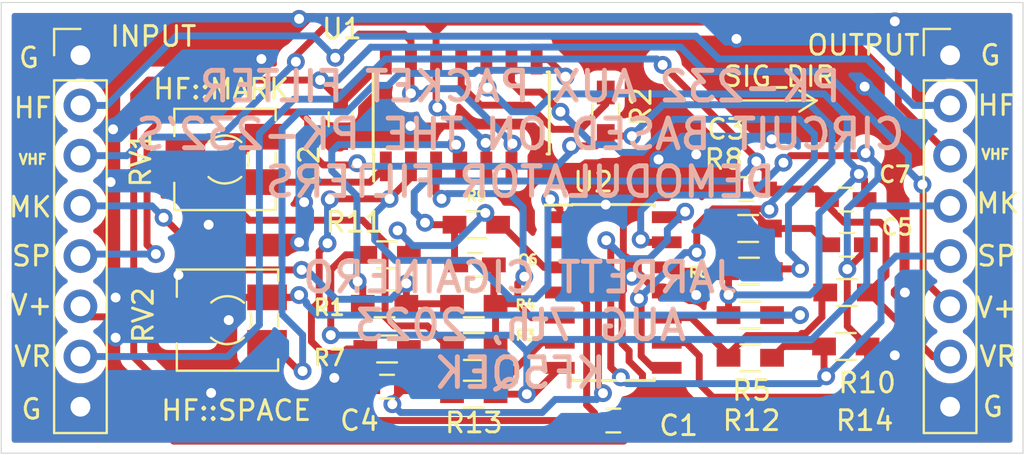
<source format=kicad_pcb>
(kicad_pcb (version 20171130) (host pcbnew "(5.1.10)-1")

  (general
    (thickness 1.6)
    (drawings 37)
    (tracks 557)
    (zones 0)
    (modules 27)
    (nets 24)
  )

  (page A4)
  (layers
    (0 F.Cu signal)
    (31 B.Cu signal)
    (32 B.Adhes user hide)
    (33 F.Adhes user hide)
    (34 B.Paste user hide)
    (35 F.Paste user hide)
    (36 B.SilkS user)
    (37 F.SilkS user)
    (38 B.Mask user hide)
    (39 F.Mask user hide)
    (40 Dwgs.User user hide)
    (41 Cmts.User user hide)
    (42 Eco1.User user hide)
    (43 Eco2.User user hide)
    (44 Edge.Cuts user)
    (45 Margin user hide)
    (46 B.CrtYd user)
    (47 F.CrtYd user)
    (48 B.Fab user hide)
    (49 F.Fab user hide)
  )

  (setup
    (last_trace_width 0.25)
    (user_trace_width 0.35)
    (trace_clearance 0.2)
    (zone_clearance 0.508)
    (zone_45_only no)
    (trace_min 0.2)
    (via_size 0.8)
    (via_drill 0.4)
    (via_min_size 0.4)
    (via_min_drill 0.3)
    (user_via 0.9 0.5)
    (uvia_size 0.3)
    (uvia_drill 0.1)
    (uvias_allowed no)
    (uvia_min_size 0.2)
    (uvia_min_drill 0.1)
    (edge_width 0.05)
    (segment_width 0.2)
    (pcb_text_width 0.3)
    (pcb_text_size 1.5 1.5)
    (mod_edge_width 0.12)
    (mod_text_size 1 1)
    (mod_text_width 0.15)
    (pad_size 1.524 1.524)
    (pad_drill 0.762)
    (pad_to_mask_clearance 0)
    (aux_axis_origin 0 0)
    (visible_elements 7FFFFFFF)
    (pcbplotparams
      (layerselection 0x010f0_ffffffff)
      (usegerberextensions false)
      (usegerberattributes true)
      (usegerberadvancedattributes true)
      (creategerberjobfile true)
      (excludeedgelayer true)
      (linewidth 0.100000)
      (plotframeref false)
      (viasonmask false)
      (mode 1)
      (useauxorigin false)
      (hpglpennumber 1)
      (hpglpenspeed 20)
      (hpglpendiameter 15.000000)
      (psnegative false)
      (psa4output false)
      (plotreference true)
      (plotvalue true)
      (plotinvisibletext false)
      (padsonsilk false)
      (subtractmaskfromsilk false)
      (outputformat 1)
      (mirror false)
      (drillshape 0)
      (scaleselection 1)
      (outputdirectory "gerbers/"))
  )

  (net 0 "")
  (net 1 +5V)
  (net 2 GND)
  (net 3 /VR)
  (net 4 "Net-(C4-Pad2)")
  (net 5 "Net-(C4-Pad1)")
  (net 6 "Net-(C5-Pad1)")
  (net 7 "Net-(C5-Pad2)")
  (net 8 "Net-(C6-Pad1)")
  (net 9 "Net-(C7-Pad1)")
  (net 10 /SPACE_INPUT)
  (net 11 /MARK_INPUT)
  (net 12 /VHF)
  (net 13 /HF)
  (net 14 /MARK_OUT)
  (net 15 /SPACE_OUT)
  (net 16 "Net-(R1-Pad1)")
  (net 17 "Net-(R2-Pad1)")
  (net 18 "Net-(R3-Pad1)")
  (net 19 "Net-(R5-Pad1)")
  (net 20 "Net-(R11-Pad2)")
  (net 21 "Net-(R10-Pad2)")
  (net 22 "Net-(RV1-Pad3)")
  (net 23 "Net-(RV2-Pad3)")

  (net_class Default "This is the default net class."
    (clearance 0.2)
    (trace_width 0.25)
    (via_dia 0.8)
    (via_drill 0.4)
    (uvia_dia 0.3)
    (uvia_drill 0.1)
    (add_net +5V)
    (add_net /HF)
    (add_net /MARK_INPUT)
    (add_net /MARK_OUT)
    (add_net /SPACE_INPUT)
    (add_net /SPACE_OUT)
    (add_net /VHF)
    (add_net /VR)
    (add_net GND)
    (add_net "Net-(C4-Pad1)")
    (add_net "Net-(C4-Pad2)")
    (add_net "Net-(C5-Pad1)")
    (add_net "Net-(C5-Pad2)")
    (add_net "Net-(C6-Pad1)")
    (add_net "Net-(C7-Pad1)")
    (add_net "Net-(R1-Pad1)")
    (add_net "Net-(R10-Pad2)")
    (add_net "Net-(R11-Pad2)")
    (add_net "Net-(R2-Pad1)")
    (add_net "Net-(R3-Pad1)")
    (add_net "Net-(R5-Pad1)")
    (add_net "Net-(RV1-Pad3)")
    (add_net "Net-(RV2-Pad3)")
  )

  (module Capacitors_SMD:C_0603_HandSoldering (layer F.Cu) (tedit 58AA848B) (tstamp 64D18B4F)
    (at 143.51 115.189)
    (descr "Capacitor SMD 0603, hand soldering")
    (tags "capacitor 0603")
    (path /64D50D57)
    (attr smd)
    (fp_text reference C1 (at 3.302 0.254) (layer F.SilkS)
      (effects (font (size 1 1) (thickness 0.15)))
    )
    (fp_text value 0.01uf (at 0 1.5) (layer F.Fab)
      (effects (font (size 1 1) (thickness 0.15)))
    )
    (fp_line (start 1.8 0.65) (end -1.8 0.65) (layer F.CrtYd) (width 0.05))
    (fp_line (start 1.8 0.65) (end 1.8 -0.65) (layer F.CrtYd) (width 0.05))
    (fp_line (start -1.8 -0.65) (end -1.8 0.65) (layer F.CrtYd) (width 0.05))
    (fp_line (start -1.8 -0.65) (end 1.8 -0.65) (layer F.CrtYd) (width 0.05))
    (fp_line (start 0.35 0.6) (end -0.35 0.6) (layer F.SilkS) (width 0.12))
    (fp_line (start -0.35 -0.6) (end 0.35 -0.6) (layer F.SilkS) (width 0.12))
    (fp_line (start -0.8 -0.4) (end 0.8 -0.4) (layer F.Fab) (width 0.1))
    (fp_line (start 0.8 -0.4) (end 0.8 0.4) (layer F.Fab) (width 0.1))
    (fp_line (start 0.8 0.4) (end -0.8 0.4) (layer F.Fab) (width 0.1))
    (fp_line (start -0.8 0.4) (end -0.8 -0.4) (layer F.Fab) (width 0.1))
    (fp_text user %R (at 0 -1.25) (layer F.Fab)
      (effects (font (size 1 1) (thickness 0.15)))
    )
    (pad 1 smd rect (at -0.95 0) (size 1.2 0.75) (layers F.Cu F.Paste F.Mask)
      (net 1 +5V))
    (pad 2 smd rect (at 0.95 0) (size 1.2 0.75) (layers F.Cu F.Paste F.Mask)
      (net 2 GND))
    (model Capacitors_SMD.3dshapes/C_0603.wrl
      (at (xyz 0 0 0))
      (scale (xyz 1 1 1))
      (rotate (xyz 0 0 0))
    )
  )

  (module Capacitors_SMD:C_0603_HandSoldering (layer F.Cu) (tedit 58AA848B) (tstamp 64D18B60)
    (at 129.7305 99.9515 270)
    (descr "Capacitor SMD 0603, hand soldering")
    (tags "capacitor 0603")
    (path /64D514EC)
    (attr smd)
    (fp_text reference C2 (at 2.2835 1.5875 90) (layer F.SilkS)
      (effects (font (size 1 1) (thickness 0.15)))
    )
    (fp_text value 0.01uf (at 0 1.5 90) (layer F.Fab)
      (effects (font (size 1 1) (thickness 0.15)))
    )
    (fp_line (start -0.8 0.4) (end -0.8 -0.4) (layer F.Fab) (width 0.1))
    (fp_line (start 0.8 0.4) (end -0.8 0.4) (layer F.Fab) (width 0.1))
    (fp_line (start 0.8 -0.4) (end 0.8 0.4) (layer F.Fab) (width 0.1))
    (fp_line (start -0.8 -0.4) (end 0.8 -0.4) (layer F.Fab) (width 0.1))
    (fp_line (start -0.35 -0.6) (end 0.35 -0.6) (layer F.SilkS) (width 0.12))
    (fp_line (start 0.35 0.6) (end -0.35 0.6) (layer F.SilkS) (width 0.12))
    (fp_line (start -1.8 -0.65) (end 1.8 -0.65) (layer F.CrtYd) (width 0.05))
    (fp_line (start -1.8 -0.65) (end -1.8 0.65) (layer F.CrtYd) (width 0.05))
    (fp_line (start 1.8 0.65) (end 1.8 -0.65) (layer F.CrtYd) (width 0.05))
    (fp_line (start 1.8 0.65) (end -1.8 0.65) (layer F.CrtYd) (width 0.05))
    (fp_text user %R (at 0 -1.25 90) (layer F.Fab)
      (effects (font (size 1 1) (thickness 0.15)))
    )
    (pad 2 smd rect (at 0.95 0 270) (size 1.2 0.75) (layers F.Cu F.Paste F.Mask)
      (net 2 GND))
    (pad 1 smd rect (at -0.95 0 270) (size 1.2 0.75) (layers F.Cu F.Paste F.Mask)
      (net 1 +5V))
    (model Capacitors_SMD.3dshapes/C_0603.wrl
      (at (xyz 0 0 0))
      (scale (xyz 1 1 1))
      (rotate (xyz 0 0 0))
    )
  )

  (module Capacitors_SMD:C_0603_HandSoldering (layer F.Cu) (tedit 58AA848B) (tstamp 64D18B71)
    (at 150.2283 103.4796 180)
    (descr "Capacitor SMD 0603, hand soldering")
    (tags "capacitor 0603")
    (path /64D5EB3B)
    (attr smd)
    (fp_text reference C3 (at 1.0033 3.0226) (layer F.SilkS)
      (effects (font (size 1 1) (thickness 0.15)))
    )
    (fp_text value 0.01uf (at 0 1.524) (layer F.Fab)
      (effects (font (size 1 1) (thickness 0.15)))
    )
    (fp_line (start -0.8 0.4) (end -0.8 -0.4) (layer F.Fab) (width 0.1))
    (fp_line (start 0.8 0.4) (end -0.8 0.4) (layer F.Fab) (width 0.1))
    (fp_line (start 0.8 -0.4) (end 0.8 0.4) (layer F.Fab) (width 0.1))
    (fp_line (start -0.8 -0.4) (end 0.8 -0.4) (layer F.Fab) (width 0.1))
    (fp_line (start -0.35 -0.6) (end 0.35 -0.6) (layer F.SilkS) (width 0.12))
    (fp_line (start 0.35 0.6) (end -0.35 0.6) (layer F.SilkS) (width 0.12))
    (fp_line (start -1.8 -0.65) (end 1.8 -0.65) (layer F.CrtYd) (width 0.05))
    (fp_line (start -1.8 -0.65) (end -1.8 0.65) (layer F.CrtYd) (width 0.05))
    (fp_line (start 1.8 0.65) (end 1.8 -0.65) (layer F.CrtYd) (width 0.05))
    (fp_line (start 1.8 0.65) (end -1.8 0.65) (layer F.CrtYd) (width 0.05))
    (fp_text user %R (at 0 -1.25) (layer F.Fab)
      (effects (font (size 1 1) (thickness 0.15)))
    )
    (pad 2 smd rect (at 0.95 0 180) (size 1.2 0.75) (layers F.Cu F.Paste F.Mask)
      (net 2 GND))
    (pad 1 smd rect (at -0.95 0 180) (size 1.2 0.75) (layers F.Cu F.Paste F.Mask)
      (net 3 /VR))
    (model Capacitors_SMD.3dshapes/C_0603.wrl
      (at (xyz 0 0 0))
      (scale (xyz 1 1 1))
      (rotate (xyz 0 0 0))
    )
  )

  (module Capacitors_SMD:C_0603_HandSoldering (layer F.Cu) (tedit 58AA848B) (tstamp 64D18B82)
    (at 132.08 113.4745 180)
    (descr "Capacitor SMD 0603, hand soldering")
    (tags "capacitor 0603")
    (path /64D1E660)
    (attr smd)
    (fp_text reference C4 (at 1.397 -1.7145) (layer F.SilkS)
      (effects (font (size 1 1) (thickness 0.15)))
    )
    (fp_text value 0.01uf (at 0 1.5) (layer F.Fab)
      (effects (font (size 1 1) (thickness 0.15)))
    )
    (fp_line (start -0.8 0.4) (end -0.8 -0.4) (layer F.Fab) (width 0.1))
    (fp_line (start 0.8 0.4) (end -0.8 0.4) (layer F.Fab) (width 0.1))
    (fp_line (start 0.8 -0.4) (end 0.8 0.4) (layer F.Fab) (width 0.1))
    (fp_line (start -0.8 -0.4) (end 0.8 -0.4) (layer F.Fab) (width 0.1))
    (fp_line (start -0.35 -0.6) (end 0.35 -0.6) (layer F.SilkS) (width 0.12))
    (fp_line (start 0.35 0.6) (end -0.35 0.6) (layer F.SilkS) (width 0.12))
    (fp_line (start -1.8 -0.65) (end 1.8 -0.65) (layer F.CrtYd) (width 0.05))
    (fp_line (start -1.8 -0.65) (end -1.8 0.65) (layer F.CrtYd) (width 0.05))
    (fp_line (start 1.8 0.65) (end 1.8 -0.65) (layer F.CrtYd) (width 0.05))
    (fp_line (start 1.8 0.65) (end -1.8 0.65) (layer F.CrtYd) (width 0.05))
    (fp_text user %R (at 0 -1.25) (layer F.Fab)
      (effects (font (size 1 1) (thickness 0.15)))
    )
    (pad 2 smd rect (at 0.95 0 180) (size 1.2 0.75) (layers F.Cu F.Paste F.Mask)
      (net 4 "Net-(C4-Pad2)"))
    (pad 1 smd rect (at -0.95 0 180) (size 1.2 0.75) (layers F.Cu F.Paste F.Mask)
      (net 5 "Net-(C4-Pad1)"))
    (model Capacitors_SMD.3dshapes/C_0603.wrl
      (at (xyz 0 0 0))
      (scale (xyz 1 1 1))
      (rotate (xyz 0 0 0))
    )
  )

  (module Capacitors_SMD:C_0603_HandSoldering (layer F.Cu) (tedit 58AA848B) (tstamp 64D18B93)
    (at 155.321 106.299 180)
    (descr "Capacitor SMD 0603, hand soldering")
    (tags "capacitor 0603")
    (path /64D440B8)
    (attr smd)
    (fp_text reference C5 (at -2.54 0.889) (layer F.SilkS)
      (effects (font (size 0.8 0.8) (thickness 0.15)))
    )
    (fp_text value 0.01uf (at 0 1.5) (layer F.Fab)
      (effects (font (size 1 1) (thickness 0.15)))
    )
    (fp_line (start 1.8 0.65) (end -1.8 0.65) (layer F.CrtYd) (width 0.05))
    (fp_line (start 1.8 0.65) (end 1.8 -0.65) (layer F.CrtYd) (width 0.05))
    (fp_line (start -1.8 -0.65) (end -1.8 0.65) (layer F.CrtYd) (width 0.05))
    (fp_line (start -1.8 -0.65) (end 1.8 -0.65) (layer F.CrtYd) (width 0.05))
    (fp_line (start 0.35 0.6) (end -0.35 0.6) (layer F.SilkS) (width 0.12))
    (fp_line (start -0.35 -0.6) (end 0.35 -0.6) (layer F.SilkS) (width 0.12))
    (fp_line (start -0.8 -0.4) (end 0.8 -0.4) (layer F.Fab) (width 0.1))
    (fp_line (start 0.8 -0.4) (end 0.8 0.4) (layer F.Fab) (width 0.1))
    (fp_line (start 0.8 0.4) (end -0.8 0.4) (layer F.Fab) (width 0.1))
    (fp_line (start -0.8 0.4) (end -0.8 -0.4) (layer F.Fab) (width 0.1))
    (fp_text user %R (at 0 -1.25) (layer F.Fab)
      (effects (font (size 1 1) (thickness 0.15)))
    )
    (pad 1 smd rect (at -0.95 0 180) (size 1.2 0.75) (layers F.Cu F.Paste F.Mask)
      (net 6 "Net-(C5-Pad1)"))
    (pad 2 smd rect (at 0.95 0 180) (size 1.2 0.75) (layers F.Cu F.Paste F.Mask)
      (net 7 "Net-(C5-Pad2)"))
    (model Capacitors_SMD.3dshapes/C_0603.wrl
      (at (xyz 0 0 0))
      (scale (xyz 1 1 1))
      (rotate (xyz 0 0 0))
    )
  )

  (module Capacitors_SMD:C_0603_HandSoldering (layer F.Cu) (tedit 58AA848B) (tstamp 64D18BA4)
    (at 136.525 107.315 180)
    (descr "Capacitor SMD 0603, hand soldering")
    (tags "capacitor 0603")
    (path /64D20272)
    (attr smd)
    (fp_text reference C6 (at -2.667 0.254) (layer F.SilkS)
      (effects (font (size 0.5 0.5) (thickness 0.125)))
    )
    (fp_text value 0.01uf (at 0 1.5) (layer F.Fab)
      (effects (font (size 1 1) (thickness 0.15)))
    )
    (fp_line (start 1.8 0.65) (end -1.8 0.65) (layer F.CrtYd) (width 0.05))
    (fp_line (start 1.8 0.65) (end 1.8 -0.65) (layer F.CrtYd) (width 0.05))
    (fp_line (start -1.8 -0.65) (end -1.8 0.65) (layer F.CrtYd) (width 0.05))
    (fp_line (start -1.8 -0.65) (end 1.8 -0.65) (layer F.CrtYd) (width 0.05))
    (fp_line (start 0.35 0.6) (end -0.35 0.6) (layer F.SilkS) (width 0.12))
    (fp_line (start -0.35 -0.6) (end 0.35 -0.6) (layer F.SilkS) (width 0.12))
    (fp_line (start -0.8 -0.4) (end 0.8 -0.4) (layer F.Fab) (width 0.1))
    (fp_line (start 0.8 -0.4) (end 0.8 0.4) (layer F.Fab) (width 0.1))
    (fp_line (start 0.8 0.4) (end -0.8 0.4) (layer F.Fab) (width 0.1))
    (fp_line (start -0.8 0.4) (end -0.8 -0.4) (layer F.Fab) (width 0.1))
    (fp_text user %R (at 0 -1.25) (layer F.Fab)
      (effects (font (size 1 1) (thickness 0.15)))
    )
    (pad 1 smd rect (at -0.95 0 180) (size 1.2 0.75) (layers F.Cu F.Paste F.Mask)
      (net 8 "Net-(C6-Pad1)"))
    (pad 2 smd rect (at 0.95 0 180) (size 1.2 0.75) (layers F.Cu F.Paste F.Mask)
      (net 3 /VR))
    (model Capacitors_SMD.3dshapes/C_0603.wrl
      (at (xyz 0 0 0))
      (scale (xyz 1 1 1))
      (rotate (xyz 0 0 0))
    )
  )

  (module Capacitors_SMD:C_0603_HandSoldering (layer F.Cu) (tedit 58AA848B) (tstamp 64D18BB5)
    (at 155.2575 104.013 180)
    (descr "Capacitor SMD 0603, hand soldering")
    (tags "capacitor 0603")
    (path /64D440C6)
    (attr smd)
    (fp_text reference C7 (at -2.4765 1.27) (layer F.SilkS)
      (effects (font (size 0.8 0.8) (thickness 0.15)))
    )
    (fp_text value 0.01uf (at 0 1.5) (layer F.Fab)
      (effects (font (size 1 1) (thickness 0.15)))
    )
    (fp_line (start -0.8 0.4) (end -0.8 -0.4) (layer F.Fab) (width 0.1))
    (fp_line (start 0.8 0.4) (end -0.8 0.4) (layer F.Fab) (width 0.1))
    (fp_line (start 0.8 -0.4) (end 0.8 0.4) (layer F.Fab) (width 0.1))
    (fp_line (start -0.8 -0.4) (end 0.8 -0.4) (layer F.Fab) (width 0.1))
    (fp_line (start -0.35 -0.6) (end 0.35 -0.6) (layer F.SilkS) (width 0.12))
    (fp_line (start 0.35 0.6) (end -0.35 0.6) (layer F.SilkS) (width 0.12))
    (fp_line (start -1.8 -0.65) (end 1.8 -0.65) (layer F.CrtYd) (width 0.05))
    (fp_line (start -1.8 -0.65) (end -1.8 0.65) (layer F.CrtYd) (width 0.05))
    (fp_line (start 1.8 0.65) (end 1.8 -0.65) (layer F.CrtYd) (width 0.05))
    (fp_line (start 1.8 0.65) (end -1.8 0.65) (layer F.CrtYd) (width 0.05))
    (fp_text user %R (at 0 -1.25) (layer F.Fab)
      (effects (font (size 1 1) (thickness 0.15)))
    )
    (pad 2 smd rect (at 0.95 0 180) (size 1.2 0.75) (layers F.Cu F.Paste F.Mask)
      (net 3 /VR))
    (pad 1 smd rect (at -0.95 0 180) (size 1.2 0.75) (layers F.Cu F.Paste F.Mask)
      (net 9 "Net-(C7-Pad1)"))
    (model Capacitors_SMD.3dshapes/C_0603.wrl
      (at (xyz 0 0 0))
      (scale (xyz 1 1 1))
      (rotate (xyz 0 0 0))
    )
  )

  (module Pin_Headers:Pin_Header_Straight_1x08_Pitch2.54mm (layer F.Cu) (tedit 59650532) (tstamp 64D19279)
    (at 116.586 96.7105)
    (descr "Through hole straight pin header, 1x08, 2.54mm pitch, single row")
    (tags "Through hole pin header THT 1x08 2.54mm single row")
    (path /64D57330)
    (fp_text reference J1 (at 2.54 -0.762) (layer F.Fab)
      (effects (font (size 1 1) (thickness 0.15)))
    )
    (fp_text value Conn_INPUT (at 0 20.11) (layer F.Fab)
      (effects (font (size 1 1) (thickness 0.15)))
    )
    (fp_line (start -0.635 -1.27) (end 1.27 -1.27) (layer F.Fab) (width 0.1))
    (fp_line (start 1.27 -1.27) (end 1.27 19.05) (layer F.Fab) (width 0.1))
    (fp_line (start 1.27 19.05) (end -1.27 19.05) (layer F.Fab) (width 0.1))
    (fp_line (start -1.27 19.05) (end -1.27 -0.635) (layer F.Fab) (width 0.1))
    (fp_line (start -1.27 -0.635) (end -0.635 -1.27) (layer F.Fab) (width 0.1))
    (fp_line (start -1.33 19.11) (end 1.33 19.11) (layer F.SilkS) (width 0.12))
    (fp_line (start -1.33 1.27) (end -1.33 19.11) (layer F.SilkS) (width 0.12))
    (fp_line (start 1.33 1.27) (end 1.33 19.11) (layer F.SilkS) (width 0.12))
    (fp_line (start -1.33 1.27) (end 1.33 1.27) (layer F.SilkS) (width 0.12))
    (fp_line (start -1.33 0) (end -1.33 -1.33) (layer F.SilkS) (width 0.12))
    (fp_line (start -1.33 -1.33) (end 0 -1.33) (layer F.SilkS) (width 0.12))
    (fp_line (start -1.8 -1.8) (end -1.8 19.55) (layer F.CrtYd) (width 0.05))
    (fp_line (start -1.8 19.55) (end 1.8 19.55) (layer F.CrtYd) (width 0.05))
    (fp_line (start 1.8 19.55) (end 1.8 -1.8) (layer F.CrtYd) (width 0.05))
    (fp_line (start 1.8 -1.8) (end -1.8 -1.8) (layer F.CrtYd) (width 0.05))
    (fp_text user %R (at 0 8.89 90) (layer F.Fab)
      (effects (font (size 1 1) (thickness 0.15)))
    )
    (pad 8 thru_hole oval (at 0 17.78) (size 1.7 1.7) (drill 1) (layers *.Cu *.Mask)
      (net 2 GND))
    (pad 7 thru_hole oval (at 0 15.24) (size 1.7 1.7) (drill 1) (layers *.Cu *.Mask)
      (net 3 /VR))
    (pad 6 thru_hole oval (at 0 12.7) (size 1.7 1.7) (drill 1) (layers *.Cu *.Mask)
      (net 1 +5V))
    (pad 5 thru_hole oval (at 0 10.16) (size 1.7 1.7) (drill 1) (layers *.Cu *.Mask)
      (net 10 /SPACE_INPUT))
    (pad 4 thru_hole oval (at 0 7.62) (size 1.7 1.7) (drill 1) (layers *.Cu *.Mask)
      (net 11 /MARK_INPUT))
    (pad 3 thru_hole oval (at 0 5.08) (size 1.7 1.7) (drill 1) (layers *.Cu *.Mask)
      (net 12 /VHF))
    (pad 2 thru_hole oval (at 0 2.54) (size 1.7 1.7) (drill 1) (layers *.Cu *.Mask)
      (net 13 /HF))
    (pad 1 thru_hole rect (at 0 0) (size 1.7 1.7) (drill 1) (layers *.Cu *.Mask)
      (net 2 GND))
    (model ${KISYS3DMOD}/Pin_Headers.3dshapes/Pin_Header_Straight_1x08_Pitch2.54mm.wrl
      (at (xyz 0 0 0))
      (scale (xyz 1 1 1))
      (rotate (xyz 0 0 0))
    )
  )

  (module Pin_Headers:Pin_Header_Straight_1x08_Pitch2.54mm (layer F.Cu) (tedit 59650532) (tstamp 64D18BED)
    (at 160.528 96.7105)
    (descr "Through hole straight pin header, 1x08, 2.54mm pitch, single row")
    (tags "Through hole pin header THT 1x08 2.54mm single row")
    (path /64D585FA)
    (fp_text reference J2 (at -2.921 -0.4445) (layer F.Fab)
      (effects (font (size 1 1) (thickness 0.15)))
    )
    (fp_text value Conn_OUTPUT (at 0 20.11) (layer F.Fab)
      (effects (font (size 1 1) (thickness 0.15)))
    )
    (fp_line (start 1.8 -1.8) (end -1.8 -1.8) (layer F.CrtYd) (width 0.05))
    (fp_line (start 1.8 19.55) (end 1.8 -1.8) (layer F.CrtYd) (width 0.05))
    (fp_line (start -1.8 19.55) (end 1.8 19.55) (layer F.CrtYd) (width 0.05))
    (fp_line (start -1.8 -1.8) (end -1.8 19.55) (layer F.CrtYd) (width 0.05))
    (fp_line (start -1.33 -1.33) (end 0 -1.33) (layer F.SilkS) (width 0.12))
    (fp_line (start -1.33 0) (end -1.33 -1.33) (layer F.SilkS) (width 0.12))
    (fp_line (start -1.33 1.27) (end 1.33 1.27) (layer F.SilkS) (width 0.12))
    (fp_line (start 1.33 1.27) (end 1.33 19.11) (layer F.SilkS) (width 0.12))
    (fp_line (start -1.33 1.27) (end -1.33 19.11) (layer F.SilkS) (width 0.12))
    (fp_line (start -1.33 19.11) (end 1.33 19.11) (layer F.SilkS) (width 0.12))
    (fp_line (start -1.27 -0.635) (end -0.635 -1.27) (layer F.Fab) (width 0.1))
    (fp_line (start -1.27 19.05) (end -1.27 -0.635) (layer F.Fab) (width 0.1))
    (fp_line (start 1.27 19.05) (end -1.27 19.05) (layer F.Fab) (width 0.1))
    (fp_line (start 1.27 -1.27) (end 1.27 19.05) (layer F.Fab) (width 0.1))
    (fp_line (start -0.635 -1.27) (end 1.27 -1.27) (layer F.Fab) (width 0.1))
    (fp_text user %R (at 0 8.89 90) (layer F.Fab)
      (effects (font (size 1 1) (thickness 0.15)))
    )
    (pad 1 thru_hole rect (at 0 0) (size 1.7 1.7) (drill 1) (layers *.Cu *.Mask)
      (net 2 GND))
    (pad 2 thru_hole oval (at 0 2.54) (size 1.7 1.7) (drill 1) (layers *.Cu *.Mask)
      (net 13 /HF))
    (pad 3 thru_hole oval (at 0 5.08) (size 1.7 1.7) (drill 1) (layers *.Cu *.Mask)
      (net 12 /VHF))
    (pad 4 thru_hole oval (at 0 7.62) (size 1.7 1.7) (drill 1) (layers *.Cu *.Mask)
      (net 14 /MARK_OUT))
    (pad 5 thru_hole oval (at 0 10.16) (size 1.7 1.7) (drill 1) (layers *.Cu *.Mask)
      (net 15 /SPACE_OUT))
    (pad 6 thru_hole oval (at 0 12.7) (size 1.7 1.7) (drill 1) (layers *.Cu *.Mask)
      (net 1 +5V))
    (pad 7 thru_hole oval (at 0 15.24) (size 1.7 1.7) (drill 1) (layers *.Cu *.Mask)
      (net 3 /VR))
    (pad 8 thru_hole oval (at 0 17.78) (size 1.7 1.7) (drill 1) (layers *.Cu *.Mask)
      (net 2 GND))
    (model ${KISYS3DMOD}/Pin_Headers.3dshapes/Pin_Header_Straight_1x08_Pitch2.54mm.wrl
      (at (xyz 0 0 0))
      (scale (xyz 1 1 1))
      (rotate (xyz 0 0 0))
    )
  )

  (module Resistors_SMD:R_0603_HandSoldering (layer F.Cu) (tedit 58E0A804) (tstamp 64D18BFE)
    (at 131.953 109.2835)
    (descr "Resistor SMD 0603, hand soldering")
    (tags "resistor 0603")
    (path /64D329FB)
    (attr smd)
    (fp_text reference R1 (at -2.794 0.1905) (layer F.SilkS)
      (effects (font (size 0.8 0.8) (thickness 0.15)))
    )
    (fp_text value 19.6K (at 0 1.55) (layer F.Fab)
      (effects (font (size 1 1) (thickness 0.15)))
    )
    (fp_line (start -0.8 0.4) (end -0.8 -0.4) (layer F.Fab) (width 0.1))
    (fp_line (start 0.8 0.4) (end -0.8 0.4) (layer F.Fab) (width 0.1))
    (fp_line (start 0.8 -0.4) (end 0.8 0.4) (layer F.Fab) (width 0.1))
    (fp_line (start -0.8 -0.4) (end 0.8 -0.4) (layer F.Fab) (width 0.1))
    (fp_line (start 0.5 0.68) (end -0.5 0.68) (layer F.SilkS) (width 0.12))
    (fp_line (start -0.5 -0.68) (end 0.5 -0.68) (layer F.SilkS) (width 0.12))
    (fp_line (start -1.96 -0.7) (end 1.95 -0.7) (layer F.CrtYd) (width 0.05))
    (fp_line (start -1.96 -0.7) (end -1.96 0.7) (layer F.CrtYd) (width 0.05))
    (fp_line (start 1.95 0.7) (end 1.95 -0.7) (layer F.CrtYd) (width 0.05))
    (fp_line (start 1.95 0.7) (end -1.96 0.7) (layer F.CrtYd) (width 0.05))
    (fp_text user %R (at 0 0) (layer F.Fab)
      (effects (font (size 0.4 0.4) (thickness 0.075)))
    )
    (pad 2 smd rect (at 1.1 0) (size 1.2 0.9) (layers F.Cu F.Paste F.Mask)
      (net 11 /MARK_INPUT))
    (pad 1 smd rect (at -1.1 0) (size 1.2 0.9) (layers F.Cu F.Paste F.Mask)
      (net 16 "Net-(R1-Pad1)"))
    (model ${KISYS3DMOD}/Resistors_SMD.3dshapes/R_0603.wrl
      (at (xyz 0 0 0))
      (scale (xyz 1 1 1))
      (rotate (xyz 0 0 0))
    )
  )

  (module Resistors_SMD:R_0603_HandSoldering (layer F.Cu) (tedit 58E0A804) (tstamp 64D18C0F)
    (at 143.129 99.695 270)
    (descr "Resistor SMD 0603, hand soldering")
    (tags "resistor 0603")
    (path /64D44132)
    (attr smd)
    (fp_text reference R2 (at -0.381 -1.778 90) (layer F.SilkS)
      (effects (font (size 1 1) (thickness 0.15)))
    )
    (fp_text value 19.6K (at 0 1.55 90) (layer F.Fab)
      (effects (font (size 1 1) (thickness 0.15)))
    )
    (fp_line (start 1.95 0.7) (end -1.96 0.7) (layer F.CrtYd) (width 0.05))
    (fp_line (start 1.95 0.7) (end 1.95 -0.7) (layer F.CrtYd) (width 0.05))
    (fp_line (start -1.96 -0.7) (end -1.96 0.7) (layer F.CrtYd) (width 0.05))
    (fp_line (start -1.96 -0.7) (end 1.95 -0.7) (layer F.CrtYd) (width 0.05))
    (fp_line (start -0.5 -0.68) (end 0.5 -0.68) (layer F.SilkS) (width 0.12))
    (fp_line (start 0.5 0.68) (end -0.5 0.68) (layer F.SilkS) (width 0.12))
    (fp_line (start -0.8 -0.4) (end 0.8 -0.4) (layer F.Fab) (width 0.1))
    (fp_line (start 0.8 -0.4) (end 0.8 0.4) (layer F.Fab) (width 0.1))
    (fp_line (start 0.8 0.4) (end -0.8 0.4) (layer F.Fab) (width 0.1))
    (fp_line (start -0.8 0.4) (end -0.8 -0.4) (layer F.Fab) (width 0.1))
    (fp_text user %R (at 0 0 90) (layer F.Fab)
      (effects (font (size 0.4 0.4) (thickness 0.075)))
    )
    (pad 1 smd rect (at -1.1 0 270) (size 1.2 0.9) (layers F.Cu F.Paste F.Mask)
      (net 17 "Net-(R2-Pad1)"))
    (pad 2 smd rect (at 1.1 0 270) (size 1.2 0.9) (layers F.Cu F.Paste F.Mask)
      (net 10 /SPACE_INPUT))
    (model ${KISYS3DMOD}/Resistors_SMD.3dshapes/R_0603.wrl
      (at (xyz 0 0 0))
      (scale (xyz 1 1 1))
      (rotate (xyz 0 0 0))
    )
  )

  (module Resistors_SMD:R_0603_HandSoldering (layer F.Cu) (tedit 58E0A804) (tstamp 64D18C20)
    (at 136.4615 111.4425)
    (descr "Resistor SMD 0603, hand soldering")
    (tags "resistor 0603")
    (path /64D30D77)
    (attr smd)
    (fp_text reference R3 (at 2.6035 -0.5715) (layer F.SilkS)
      (effects (font (size 0.5 0.5) (thickness 0.125)))
    )
    (fp_text value 8.2K (at 0 1.55) (layer F.Fab)
      (effects (font (size 1 1) (thickness 0.15)))
    )
    (fp_line (start 1.95 0.7) (end -1.96 0.7) (layer F.CrtYd) (width 0.05))
    (fp_line (start 1.95 0.7) (end 1.95 -0.7) (layer F.CrtYd) (width 0.05))
    (fp_line (start -1.96 -0.7) (end -1.96 0.7) (layer F.CrtYd) (width 0.05))
    (fp_line (start -1.96 -0.7) (end 1.95 -0.7) (layer F.CrtYd) (width 0.05))
    (fp_line (start -0.5 -0.68) (end 0.5 -0.68) (layer F.SilkS) (width 0.12))
    (fp_line (start 0.5 0.68) (end -0.5 0.68) (layer F.SilkS) (width 0.12))
    (fp_line (start -0.8 -0.4) (end 0.8 -0.4) (layer F.Fab) (width 0.1))
    (fp_line (start 0.8 -0.4) (end 0.8 0.4) (layer F.Fab) (width 0.1))
    (fp_line (start 0.8 0.4) (end -0.8 0.4) (layer F.Fab) (width 0.1))
    (fp_line (start -0.8 0.4) (end -0.8 -0.4) (layer F.Fab) (width 0.1))
    (fp_text user %R (at 0 0) (layer F.Fab)
      (effects (font (size 0.4 0.4) (thickness 0.075)))
    )
    (pad 1 smd rect (at -1.1 0) (size 1.2 0.9) (layers F.Cu F.Paste F.Mask)
      (net 18 "Net-(R3-Pad1)"))
    (pad 2 smd rect (at 1.1 0) (size 1.2 0.9) (layers F.Cu F.Paste F.Mask)
      (net 8 "Net-(C6-Pad1)"))
    (model ${KISYS3DMOD}/Resistors_SMD.3dshapes/R_0603.wrl
      (at (xyz 0 0 0))
      (scale (xyz 1 1 1))
      (rotate (xyz 0 0 0))
    )
  )

  (module Resistors_SMD:R_0603_HandSoldering (layer F.Cu) (tedit 58E0A804) (tstamp 64D18C31)
    (at 136.4615 109.2835)
    (descr "Resistor SMD 0603, hand soldering")
    (tags "resistor 0603")
    (path /64D32650)
    (attr smd)
    (fp_text reference R4 (at 2.6035 0.0635) (layer F.SilkS)
      (effects (font (size 0.5 0.5) (thickness 0.125)))
    )
    (fp_text value 80.6K (at 0 1.55) (layer F.Fab)
      (effects (font (size 1 1) (thickness 0.15)))
    )
    (fp_line (start -0.8 0.4) (end -0.8 -0.4) (layer F.Fab) (width 0.1))
    (fp_line (start 0.8 0.4) (end -0.8 0.4) (layer F.Fab) (width 0.1))
    (fp_line (start 0.8 -0.4) (end 0.8 0.4) (layer F.Fab) (width 0.1))
    (fp_line (start -0.8 -0.4) (end 0.8 -0.4) (layer F.Fab) (width 0.1))
    (fp_line (start 0.5 0.68) (end -0.5 0.68) (layer F.SilkS) (width 0.12))
    (fp_line (start -0.5 -0.68) (end 0.5 -0.68) (layer F.SilkS) (width 0.12))
    (fp_line (start -1.96 -0.7) (end 1.95 -0.7) (layer F.CrtYd) (width 0.05))
    (fp_line (start -1.96 -0.7) (end -1.96 0.7) (layer F.CrtYd) (width 0.05))
    (fp_line (start 1.95 0.7) (end 1.95 -0.7) (layer F.CrtYd) (width 0.05))
    (fp_line (start 1.95 0.7) (end -1.96 0.7) (layer F.CrtYd) (width 0.05))
    (fp_text user %R (at 0 0) (layer F.Fab)
      (effects (font (size 0.4 0.4) (thickness 0.075)))
    )
    (pad 2 smd rect (at 1.1 0) (size 1.2 0.9) (layers F.Cu F.Paste F.Mask)
      (net 8 "Net-(C6-Pad1)"))
    (pad 1 smd rect (at -1.1 0) (size 1.2 0.9) (layers F.Cu F.Paste F.Mask)
      (net 11 /MARK_INPUT))
    (model ${KISYS3DMOD}/Resistors_SMD.3dshapes/R_0603.wrl
      (at (xyz 0 0 0))
      (scale (xyz 1 1 1))
      (rotate (xyz 0 0 0))
    )
  )

  (module Resistors_SMD:R_0603_HandSoldering (layer F.Cu) (tedit 58E0A804) (tstamp 64D1A54C)
    (at 150.4315 109.855 180)
    (descr "Resistor SMD 0603, hand soldering")
    (tags "resistor 0603")
    (path /64D4411C)
    (attr smd)
    (fp_text reference R5 (at -0.0635 -3.81) (layer F.SilkS)
      (effects (font (size 1 1) (thickness 0.15)))
    )
    (fp_text value 20K (at 0 1.55) (layer F.Fab)
      (effects (font (size 1 1) (thickness 0.15)))
    )
    (fp_line (start 1.95 0.7) (end -1.96 0.7) (layer F.CrtYd) (width 0.05))
    (fp_line (start 1.95 0.7) (end 1.95 -0.7) (layer F.CrtYd) (width 0.05))
    (fp_line (start -1.96 -0.7) (end -1.96 0.7) (layer F.CrtYd) (width 0.05))
    (fp_line (start -1.96 -0.7) (end 1.95 -0.7) (layer F.CrtYd) (width 0.05))
    (fp_line (start -0.5 -0.68) (end 0.5 -0.68) (layer F.SilkS) (width 0.12))
    (fp_line (start 0.5 0.68) (end -0.5 0.68) (layer F.SilkS) (width 0.12))
    (fp_line (start -0.8 -0.4) (end 0.8 -0.4) (layer F.Fab) (width 0.1))
    (fp_line (start 0.8 -0.4) (end 0.8 0.4) (layer F.Fab) (width 0.1))
    (fp_line (start 0.8 0.4) (end -0.8 0.4) (layer F.Fab) (width 0.1))
    (fp_line (start -0.8 0.4) (end -0.8 -0.4) (layer F.Fab) (width 0.1))
    (fp_text user %R (at 0 0) (layer F.Fab)
      (effects (font (size 0.4 0.4) (thickness 0.075)))
    )
    (pad 1 smd rect (at -1.1 0 180) (size 1.2 0.9) (layers F.Cu F.Paste F.Mask)
      (net 19 "Net-(R5-Pad1)"))
    (pad 2 smd rect (at 1.1 0 180) (size 1.2 0.9) (layers F.Cu F.Paste F.Mask)
      (net 9 "Net-(C7-Pad1)"))
    (model ${KISYS3DMOD}/Resistors_SMD.3dshapes/R_0603.wrl
      (at (xyz 0 0 0))
      (scale (xyz 1 1 1))
      (rotate (xyz 0 0 0))
    )
  )

  (module Resistors_SMD:R_0603_HandSoldering (layer F.Cu) (tedit 58E0A804) (tstamp 64D19C54)
    (at 150.368 107.6325 180)
    (descr "Resistor SMD 0603, hand soldering")
    (tags "resistor 0603")
    (path /64D4412B)
    (attr smd)
    (fp_text reference R6 (at 2.54 -0.0635) (layer F.SilkS)
      (effects (font (size 0.5 0.5) (thickness 0.125)))
    )
    (fp_text value 80.6K (at 0 1.55) (layer F.Fab)
      (effects (font (size 1 1) (thickness 0.15)))
    )
    (fp_line (start -0.8 0.4) (end -0.8 -0.4) (layer F.Fab) (width 0.1))
    (fp_line (start 0.8 0.4) (end -0.8 0.4) (layer F.Fab) (width 0.1))
    (fp_line (start 0.8 -0.4) (end 0.8 0.4) (layer F.Fab) (width 0.1))
    (fp_line (start -0.8 -0.4) (end 0.8 -0.4) (layer F.Fab) (width 0.1))
    (fp_line (start 0.5 0.68) (end -0.5 0.68) (layer F.SilkS) (width 0.12))
    (fp_line (start -0.5 -0.68) (end 0.5 -0.68) (layer F.SilkS) (width 0.12))
    (fp_line (start -1.96 -0.7) (end 1.95 -0.7) (layer F.CrtYd) (width 0.05))
    (fp_line (start -1.96 -0.7) (end -1.96 0.7) (layer F.CrtYd) (width 0.05))
    (fp_line (start 1.95 0.7) (end 1.95 -0.7) (layer F.CrtYd) (width 0.05))
    (fp_line (start 1.95 0.7) (end -1.96 0.7) (layer F.CrtYd) (width 0.05))
    (fp_text user %R (at 0 0) (layer F.Fab)
      (effects (font (size 0.4 0.4) (thickness 0.075)))
    )
    (pad 2 smd rect (at 1.1 0 180) (size 1.2 0.9) (layers F.Cu F.Paste F.Mask)
      (net 9 "Net-(C7-Pad1)"))
    (pad 1 smd rect (at -1.1 0 180) (size 1.2 0.9) (layers F.Cu F.Paste F.Mask)
      (net 10 /SPACE_INPUT))
    (model ${KISYS3DMOD}/Resistors_SMD.3dshapes/R_0603.wrl
      (at (xyz 0 0 0))
      (scale (xyz 1 1 1))
      (rotate (xyz 0 0 0))
    )
  )

  (module Resistors_SMD:R_0603_HandSoldering (layer F.Cu) (tedit 58E0A804) (tstamp 64D199E7)
    (at 132.08 111.5695 180)
    (descr "Resistor SMD 0603, hand soldering")
    (tags "resistor 0603")
    (path /64D302B4)
    (attr smd)
    (fp_text reference R7 (at 2.921 -0.4445) (layer F.SilkS)
      (effects (font (size 0.8 0.8) (thickness 0.15)))
    )
    (fp_text value 22.1K (at 0 1.55) (layer F.Fab)
      (effects (font (size 1 1) (thickness 0.15)))
    )
    (fp_line (start -0.8 0.4) (end -0.8 -0.4) (layer F.Fab) (width 0.1))
    (fp_line (start 0.8 0.4) (end -0.8 0.4) (layer F.Fab) (width 0.1))
    (fp_line (start 0.8 -0.4) (end 0.8 0.4) (layer F.Fab) (width 0.1))
    (fp_line (start -0.8 -0.4) (end 0.8 -0.4) (layer F.Fab) (width 0.1))
    (fp_line (start 0.5 0.68) (end -0.5 0.68) (layer F.SilkS) (width 0.12))
    (fp_line (start -0.5 -0.68) (end 0.5 -0.68) (layer F.SilkS) (width 0.12))
    (fp_line (start -1.96 -0.7) (end 1.95 -0.7) (layer F.CrtYd) (width 0.05))
    (fp_line (start -1.96 -0.7) (end -1.96 0.7) (layer F.CrtYd) (width 0.05))
    (fp_line (start 1.95 0.7) (end 1.95 -0.7) (layer F.CrtYd) (width 0.05))
    (fp_line (start 1.95 0.7) (end -1.96 0.7) (layer F.CrtYd) (width 0.05))
    (fp_text user %R (at 0 0) (layer F.Fab)
      (effects (font (size 0.4 0.4) (thickness 0.075)))
    )
    (pad 2 smd rect (at 1.1 0 180) (size 1.2 0.9) (layers F.Cu F.Paste F.Mask)
      (net 4 "Net-(C4-Pad2)"))
    (pad 1 smd rect (at -1.1 0 180) (size 1.2 0.9) (layers F.Cu F.Paste F.Mask)
      (net 8 "Net-(C6-Pad1)"))
    (model ${KISYS3DMOD}/Resistors_SMD.3dshapes/R_0603.wrl
      (at (xyz 0 0 0))
      (scale (xyz 1 1 1))
      (rotate (xyz 0 0 0))
    )
  )

  (module Resistors_SMD:R_0603_HandSoldering (layer F.Cu) (tedit 58E0A804) (tstamp 64D18C75)
    (at 150.325 105.4735)
    (descr "Resistor SMD 0603, hand soldering")
    (tags "resistor 0603")
    (path /64D44114)
    (attr smd)
    (fp_text reference R8 (at -1.227 -3.4925) (layer F.SilkS)
      (effects (font (size 1 1) (thickness 0.15)))
    )
    (fp_text value 6.49K (at 0 1.55) (layer F.Fab)
      (effects (font (size 1 1) (thickness 0.15)))
    )
    (fp_line (start -0.8 0.4) (end -0.8 -0.4) (layer F.Fab) (width 0.1))
    (fp_line (start 0.8 0.4) (end -0.8 0.4) (layer F.Fab) (width 0.1))
    (fp_line (start 0.8 -0.4) (end 0.8 0.4) (layer F.Fab) (width 0.1))
    (fp_line (start -0.8 -0.4) (end 0.8 -0.4) (layer F.Fab) (width 0.1))
    (fp_line (start 0.5 0.68) (end -0.5 0.68) (layer F.SilkS) (width 0.12))
    (fp_line (start -0.5 -0.68) (end 0.5 -0.68) (layer F.SilkS) (width 0.12))
    (fp_line (start -1.96 -0.7) (end 1.95 -0.7) (layer F.CrtYd) (width 0.05))
    (fp_line (start -1.96 -0.7) (end -1.96 0.7) (layer F.CrtYd) (width 0.05))
    (fp_line (start 1.95 0.7) (end 1.95 -0.7) (layer F.CrtYd) (width 0.05))
    (fp_line (start 1.95 0.7) (end -1.96 0.7) (layer F.CrtYd) (width 0.05))
    (fp_text user %R (at 0 0) (layer F.Fab)
      (effects (font (size 0.4 0.4) (thickness 0.075)))
    )
    (pad 2 smd rect (at 1.1 0) (size 1.2 0.9) (layers F.Cu F.Paste F.Mask)
      (net 7 "Net-(C5-Pad2)"))
    (pad 1 smd rect (at -1.1 0) (size 1.2 0.9) (layers F.Cu F.Paste F.Mask)
      (net 9 "Net-(C7-Pad1)"))
    (model ${KISYS3DMOD}/Resistors_SMD.3dshapes/R_0603.wrl
      (at (xyz 0 0 0))
      (scale (xyz 1 1 1))
      (rotate (xyz 0 0 0))
    )
  )

  (module Resistors_SMD:R_0603_HandSoldering (layer F.Cu) (tedit 58E0A804) (tstamp 64D18C86)
    (at 136.5885 105.283)
    (descr "Resistor SMD 0603, hand soldering")
    (tags "resistor 0603")
    (path /64D207C1)
    (attr smd)
    (fp_text reference R9 (at 0 -1.45) (layer F.SilkS)
      (effects (font (size 0.5 0.5) (thickness 0.125)))
    )
    (fp_text value 10K (at 0 1.55) (layer F.Fab)
      (effects (font (size 1 1) (thickness 0.15)))
    )
    (fp_line (start 1.95 0.7) (end -1.96 0.7) (layer F.CrtYd) (width 0.05))
    (fp_line (start 1.95 0.7) (end 1.95 -0.7) (layer F.CrtYd) (width 0.05))
    (fp_line (start -1.96 -0.7) (end -1.96 0.7) (layer F.CrtYd) (width 0.05))
    (fp_line (start -1.96 -0.7) (end 1.95 -0.7) (layer F.CrtYd) (width 0.05))
    (fp_line (start -0.5 -0.68) (end 0.5 -0.68) (layer F.SilkS) (width 0.12))
    (fp_line (start 0.5 0.68) (end -0.5 0.68) (layer F.SilkS) (width 0.12))
    (fp_line (start -0.8 -0.4) (end 0.8 -0.4) (layer F.Fab) (width 0.1))
    (fp_line (start 0.8 -0.4) (end 0.8 0.4) (layer F.Fab) (width 0.1))
    (fp_line (start 0.8 0.4) (end -0.8 0.4) (layer F.Fab) (width 0.1))
    (fp_line (start -0.8 0.4) (end -0.8 -0.4) (layer F.Fab) (width 0.1))
    (fp_text user %R (at 0 0) (layer F.Fab)
      (effects (font (size 0.4 0.4) (thickness 0.075)))
    )
    (pad 1 smd rect (at -1.1 0) (size 1.2 0.9) (layers F.Cu F.Paste F.Mask)
      (net 3 /VR))
    (pad 2 smd rect (at 1.1 0) (size 1.2 0.9) (layers F.Cu F.Paste F.Mask)
      (net 20 "Net-(R11-Pad2)"))
    (model ${KISYS3DMOD}/Resistors_SMD.3dshapes/R_0603.wrl
      (at (xyz 0 0 0))
      (scale (xyz 1 1 1))
      (rotate (xyz 0 0 0))
    )
  )

  (module Resistors_SMD:R_0603_HandSoldering (layer F.Cu) (tedit 58E0A804) (tstamp 64D18C97)
    (at 155.321 108.712 180)
    (descr "Resistor SMD 0603, hand soldering")
    (tags "resistor 0603")
    (path /64D440CD)
    (attr smd)
    (fp_text reference R10 (at -1.016 -4.572) (layer F.SilkS)
      (effects (font (size 1 1) (thickness 0.15)))
    )
    (fp_text value 10K (at 0 1.55) (layer F.Fab)
      (effects (font (size 1 1) (thickness 0.15)))
    )
    (fp_line (start 1.95 0.7) (end -1.96 0.7) (layer F.CrtYd) (width 0.05))
    (fp_line (start 1.95 0.7) (end 1.95 -0.7) (layer F.CrtYd) (width 0.05))
    (fp_line (start -1.96 -0.7) (end -1.96 0.7) (layer F.CrtYd) (width 0.05))
    (fp_line (start -1.96 -0.7) (end 1.95 -0.7) (layer F.CrtYd) (width 0.05))
    (fp_line (start -0.5 -0.68) (end 0.5 -0.68) (layer F.SilkS) (width 0.12))
    (fp_line (start 0.5 0.68) (end -0.5 0.68) (layer F.SilkS) (width 0.12))
    (fp_line (start -0.8 -0.4) (end 0.8 -0.4) (layer F.Fab) (width 0.1))
    (fp_line (start 0.8 -0.4) (end 0.8 0.4) (layer F.Fab) (width 0.1))
    (fp_line (start 0.8 0.4) (end -0.8 0.4) (layer F.Fab) (width 0.1))
    (fp_line (start -0.8 0.4) (end -0.8 -0.4) (layer F.Fab) (width 0.1))
    (fp_text user %R (at 0 0) (layer F.Fab)
      (effects (font (size 0.4 0.4) (thickness 0.075)))
    )
    (pad 1 smd rect (at -1.1 0 180) (size 1.2 0.9) (layers F.Cu F.Paste F.Mask)
      (net 3 /VR))
    (pad 2 smd rect (at 1.1 0 180) (size 1.2 0.9) (layers F.Cu F.Paste F.Mask)
      (net 21 "Net-(R10-Pad2)"))
    (model ${KISYS3DMOD}/Resistors_SMD.3dshapes/R_0603.wrl
      (at (xyz 0 0 0))
      (scale (xyz 1 1 1))
      (rotate (xyz 0 0 0))
    )
  )

  (module Resistors_SMD:R_0603_HandSoldering (layer F.Cu) (tedit 58E0A804) (tstamp 64D19ABB)
    (at 132.08 106.807)
    (descr "Resistor SMD 0603, hand soldering")
    (tags "resistor 0603")
    (path /64D20DDC)
    (attr smd)
    (fp_text reference R11 (at -1.651 -1.651) (layer F.SilkS)
      (effects (font (size 1 1) (thickness 0.15)))
    )
    (fp_text value 23.2K (at 0 1.55) (layer F.Fab)
      (effects (font (size 1 1) (thickness 0.15)))
    )
    (fp_line (start 1.95 0.7) (end -1.96 0.7) (layer F.CrtYd) (width 0.05))
    (fp_line (start 1.95 0.7) (end 1.95 -0.7) (layer F.CrtYd) (width 0.05))
    (fp_line (start -1.96 -0.7) (end -1.96 0.7) (layer F.CrtYd) (width 0.05))
    (fp_line (start -1.96 -0.7) (end 1.95 -0.7) (layer F.CrtYd) (width 0.05))
    (fp_line (start -0.5 -0.68) (end 0.5 -0.68) (layer F.SilkS) (width 0.12))
    (fp_line (start 0.5 0.68) (end -0.5 0.68) (layer F.SilkS) (width 0.12))
    (fp_line (start -0.8 -0.4) (end 0.8 -0.4) (layer F.Fab) (width 0.1))
    (fp_line (start 0.8 -0.4) (end 0.8 0.4) (layer F.Fab) (width 0.1))
    (fp_line (start 0.8 0.4) (end -0.8 0.4) (layer F.Fab) (width 0.1))
    (fp_line (start -0.8 0.4) (end -0.8 -0.4) (layer F.Fab) (width 0.1))
    (fp_text user %R (at 0 0) (layer F.Fab)
      (effects (font (size 0.4 0.4) (thickness 0.075)))
    )
    (pad 1 smd rect (at -1.1 0) (size 1.2 0.9) (layers F.Cu F.Paste F.Mask)
      (net 14 /MARK_OUT))
    (pad 2 smd rect (at 1.1 0) (size 1.2 0.9) (layers F.Cu F.Paste F.Mask)
      (net 20 "Net-(R11-Pad2)"))
    (model ${KISYS3DMOD}/Resistors_SMD.3dshapes/R_0603.wrl
      (at (xyz 0 0 0))
      (scale (xyz 1 1 1))
      (rotate (xyz 0 0 0))
    )
  )

  (module Resistors_SMD:R_0603_HandSoldering (layer F.Cu) (tedit 58E0A804) (tstamp 64D1A3CD)
    (at 150.4315 112.014 180)
    (descr "Resistor SMD 0603, hand soldering")
    (tags "resistor 0603")
    (path /64D440DB)
    (attr smd)
    (fp_text reference R12 (at -0.0635 -3.175) (layer F.SilkS)
      (effects (font (size 1 1) (thickness 0.15)))
    )
    (fp_text value 23.2K (at 0 1.55) (layer F.Fab)
      (effects (font (size 1 1) (thickness 0.15)))
    )
    (fp_line (start 1.95 0.7) (end -1.96 0.7) (layer F.CrtYd) (width 0.05))
    (fp_line (start 1.95 0.7) (end 1.95 -0.7) (layer F.CrtYd) (width 0.05))
    (fp_line (start -1.96 -0.7) (end -1.96 0.7) (layer F.CrtYd) (width 0.05))
    (fp_line (start -1.96 -0.7) (end 1.95 -0.7) (layer F.CrtYd) (width 0.05))
    (fp_line (start -0.5 -0.68) (end 0.5 -0.68) (layer F.SilkS) (width 0.12))
    (fp_line (start 0.5 0.68) (end -0.5 0.68) (layer F.SilkS) (width 0.12))
    (fp_line (start -0.8 -0.4) (end 0.8 -0.4) (layer F.Fab) (width 0.1))
    (fp_line (start 0.8 -0.4) (end 0.8 0.4) (layer F.Fab) (width 0.1))
    (fp_line (start 0.8 0.4) (end -0.8 0.4) (layer F.Fab) (width 0.1))
    (fp_line (start -0.8 0.4) (end -0.8 -0.4) (layer F.Fab) (width 0.1))
    (fp_text user %R (at 0 0) (layer F.Fab)
      (effects (font (size 0.4 0.4) (thickness 0.075)))
    )
    (pad 1 smd rect (at -1.1 0 180) (size 1.2 0.9) (layers F.Cu F.Paste F.Mask)
      (net 15 /SPACE_OUT))
    (pad 2 smd rect (at 1.1 0 180) (size 1.2 0.9) (layers F.Cu F.Paste F.Mask)
      (net 21 "Net-(R10-Pad2)"))
    (model ${KISYS3DMOD}/Resistors_SMD.3dshapes/R_0603.wrl
      (at (xyz 0 0 0))
      (scale (xyz 1 1 1))
      (rotate (xyz 0 0 0))
    )
  )

  (module Resistors_SMD:R_0603_HandSoldering (layer F.Cu) (tedit 58E0A804) (tstamp 64D18CCA)
    (at 136.4615 113.8555 180)
    (descr "Resistor SMD 0603, hand soldering")
    (tags "resistor 0603")
    (path /64D2094F)
    (attr smd)
    (fp_text reference R13 (at 0 -1.45) (layer F.SilkS)
      (effects (font (size 1 1) (thickness 0.15)))
    )
    (fp_text value 18.7K (at 0 1.55) (layer F.Fab)
      (effects (font (size 1 1) (thickness 0.15)))
    )
    (fp_line (start -0.8 0.4) (end -0.8 -0.4) (layer F.Fab) (width 0.1))
    (fp_line (start 0.8 0.4) (end -0.8 0.4) (layer F.Fab) (width 0.1))
    (fp_line (start 0.8 -0.4) (end 0.8 0.4) (layer F.Fab) (width 0.1))
    (fp_line (start -0.8 -0.4) (end 0.8 -0.4) (layer F.Fab) (width 0.1))
    (fp_line (start 0.5 0.68) (end -0.5 0.68) (layer F.SilkS) (width 0.12))
    (fp_line (start -0.5 -0.68) (end 0.5 -0.68) (layer F.SilkS) (width 0.12))
    (fp_line (start -1.96 -0.7) (end 1.95 -0.7) (layer F.CrtYd) (width 0.05))
    (fp_line (start -1.96 -0.7) (end -1.96 0.7) (layer F.CrtYd) (width 0.05))
    (fp_line (start 1.95 0.7) (end 1.95 -0.7) (layer F.CrtYd) (width 0.05))
    (fp_line (start 1.95 0.7) (end -1.96 0.7) (layer F.CrtYd) (width 0.05))
    (fp_text user %R (at 0 0) (layer F.Fab)
      (effects (font (size 0.4 0.4) (thickness 0.075)))
    )
    (pad 2 smd rect (at 1.1 0 180) (size 1.2 0.9) (layers F.Cu F.Paste F.Mask)
      (net 5 "Net-(C4-Pad1)"))
    (pad 1 smd rect (at -1.1 0 180) (size 1.2 0.9) (layers F.Cu F.Paste F.Mask)
      (net 14 /MARK_OUT))
    (model ${KISYS3DMOD}/Resistors_SMD.3dshapes/R_0603.wrl
      (at (xyz 0 0 0))
      (scale (xyz 1 1 1))
      (rotate (xyz 0 0 0))
    )
  )

  (module Resistors_SMD:R_0603_HandSoldering (layer F.Cu) (tedit 58E0A804) (tstamp 64D19B2D)
    (at 155.2575 111.4425)
    (descr "Resistor SMD 0603, hand soldering")
    (tags "resistor 0603")
    (path /64D440D4)
    (attr smd)
    (fp_text reference R14 (at 0.9525 3.7465) (layer F.SilkS)
      (effects (font (size 1 1) (thickness 0.15)))
    )
    (fp_text value 18.7K (at 0 1.55) (layer F.Fab)
      (effects (font (size 1 1) (thickness 0.15)))
    )
    (fp_line (start -0.8 0.4) (end -0.8 -0.4) (layer F.Fab) (width 0.1))
    (fp_line (start 0.8 0.4) (end -0.8 0.4) (layer F.Fab) (width 0.1))
    (fp_line (start 0.8 -0.4) (end 0.8 0.4) (layer F.Fab) (width 0.1))
    (fp_line (start -0.8 -0.4) (end 0.8 -0.4) (layer F.Fab) (width 0.1))
    (fp_line (start 0.5 0.68) (end -0.5 0.68) (layer F.SilkS) (width 0.12))
    (fp_line (start -0.5 -0.68) (end 0.5 -0.68) (layer F.SilkS) (width 0.12))
    (fp_line (start -1.96 -0.7) (end 1.95 -0.7) (layer F.CrtYd) (width 0.05))
    (fp_line (start -1.96 -0.7) (end -1.96 0.7) (layer F.CrtYd) (width 0.05))
    (fp_line (start 1.95 0.7) (end 1.95 -0.7) (layer F.CrtYd) (width 0.05))
    (fp_line (start 1.95 0.7) (end -1.96 0.7) (layer F.CrtYd) (width 0.05))
    (fp_text user %R (at 0 0) (layer F.Fab)
      (effects (font (size 0.4 0.4) (thickness 0.075)))
    )
    (pad 2 smd rect (at 1.1 0) (size 1.2 0.9) (layers F.Cu F.Paste F.Mask)
      (net 6 "Net-(C5-Pad1)"))
    (pad 1 smd rect (at -1.1 0) (size 1.2 0.9) (layers F.Cu F.Paste F.Mask)
      (net 15 /SPACE_OUT))
    (model ${KISYS3DMOD}/Resistors_SMD.3dshapes/R_0603.wrl
      (at (xyz 0 0 0))
      (scale (xyz 1 1 1))
      (rotate (xyz 0 0 0))
    )
  )

  (module Potentiometers:Potentiometer_Trimmer_Vishay_TS53YJ (layer F.Cu) (tedit 58826B0B) (tstamp 64D18D02)
    (at 123.8885 101.981)
    (descr "Spindle Trimmer Potentiometer, Vishay TS53YJ, https://www.bourns.com/pdfs/3224.pdf")
    (tags "Spindle Trimmer Potentiometer   Vishay TS53YJ")
    (path /64D283B0)
    (attr smd)
    (fp_text reference RV1 (at -4.2545 0 90) (layer F.SilkS)
      (effects (font (size 1 1) (thickness 0.15)))
    )
    (fp_text value 5K (at 0 3.75) (layer F.Fab)
      (effects (font (size 1 1) (thickness 0.15)))
    )
    (fp_circle (center 0 0) (end 1.15 0) (layer F.Fab) (width 0.1))
    (fp_line (start 3.27 -2.75) (end -3.28 -2.75) (layer F.CrtYd) (width 0.05))
    (fp_line (start 3.27 2.75) (end 3.27 -2.75) (layer F.CrtYd) (width 0.05))
    (fp_line (start -3.28 2.75) (end 3.27 2.75) (layer F.CrtYd) (width 0.05))
    (fp_line (start -3.28 -2.75) (end -3.28 2.75) (layer F.CrtYd) (width 0.05))
    (fp_line (start 2.56 1.98) (end 2.56 2.56) (layer F.SilkS) (width 0.12))
    (fp_line (start 2.56 -0.32) (end 2.56 0.32) (layer F.SilkS) (width 0.12))
    (fp_line (start 2.56 -2.56) (end 2.56 -1.98) (layer F.SilkS) (width 0.12))
    (fp_line (start -2.56 1.18) (end -2.56 2.56) (layer F.SilkS) (width 0.12))
    (fp_line (start -2.56 -2.56) (end -2.56 -1.18) (layer F.SilkS) (width 0.12))
    (fp_line (start -2.56 2.56) (end 2.56 2.56) (layer F.SilkS) (width 0.12))
    (fp_line (start -2.56 -2.56) (end 2.56 -2.56) (layer F.SilkS) (width 0.12))
    (fp_line (start -0.92 0.06) (end -0.92 -0.06) (layer F.Fab) (width 0.1))
    (fp_line (start -0.06 0.06) (end -0.92 0.06) (layer F.Fab) (width 0.1))
    (fp_line (start -0.06 0.92) (end -0.06 0.06) (layer F.Fab) (width 0.1))
    (fp_line (start 0.06 0.92) (end -0.06 0.92) (layer F.Fab) (width 0.1))
    (fp_line (start 0.06 0.06) (end 0.06 0.92) (layer F.Fab) (width 0.1))
    (fp_line (start 0.92 0.06) (end 0.06 0.06) (layer F.Fab) (width 0.1))
    (fp_line (start 0.92 -0.06) (end 0.92 0.06) (layer F.Fab) (width 0.1))
    (fp_line (start 0.06 -0.06) (end 0.92 -0.06) (layer F.Fab) (width 0.1))
    (fp_line (start 0.06 -0.92) (end 0.06 -0.06) (layer F.Fab) (width 0.1))
    (fp_line (start -0.06 -0.92) (end 0.06 -0.92) (layer F.Fab) (width 0.1))
    (fp_line (start -0.06 -0.06) (end -0.06 -0.92) (layer F.Fab) (width 0.1))
    (fp_line (start -0.92 -0.06) (end -0.06 -0.06) (layer F.Fab) (width 0.1))
    (fp_line (start 2.5 -2.5) (end -2.5 -2.5) (layer F.Fab) (width 0.1))
    (fp_line (start 2.5 2.5) (end 2.5 -2.5) (layer F.Fab) (width 0.1))
    (fp_line (start -2.5 2.5) (end 2.5 2.5) (layer F.Fab) (width 0.1))
    (fp_line (start -2.5 -2.5) (end -2.5 2.5) (layer F.Fab) (width 0.1))
    (fp_arc (start 0 0) (end 0 1.21) (angle -43) (layer F.SilkS) (width 0.12))
    (fp_arc (start 0 0) (end 1.16 0.33) (angle -32) (layer F.SilkS) (width 0.12))
    (fp_arc (start 0 0) (end 0.83 -0.88) (angle -86) (layer F.SilkS) (width 0.12))
    (fp_arc (start 0 0) (end -0.83 0.89) (angle -44) (layer F.SilkS) (width 0.12))
    (pad 1 smd rect (at 2 -1.15) (size 2 1.3) (layers F.Cu F.Mask)
      (net 18 "Net-(R3-Pad1)"))
    (pad 2 smd rect (at -2 0) (size 2 2) (layers F.Cu F.Mask)
      (net 18 "Net-(R3-Pad1)"))
    (pad 3 smd rect (at 2 1.15) (size 2 1.3) (layers F.Cu F.Mask)
      (net 22 "Net-(RV1-Pad3)"))
    (model Potentiometers.3dshapes/Potentiometer_Trimmer_Vishay_TS53YJ.wrl
      (offset (xyz 0.7619999885559082 0 0))
      (scale (xyz 0.39 0.39 0.39))
      (rotate (xyz 0 0 0))
    )
  )

  (module Potentiometers:Potentiometer_Trimmer_Vishay_TS53YJ (layer F.Cu) (tedit 58826B0B) (tstamp 64D18D29)
    (at 124.0155 110.109)
    (descr "Spindle Trimmer Potentiometer, Vishay TS53YJ, https://www.bourns.com/pdfs/3224.pdf")
    (tags "Spindle Trimmer Potentiometer   Vishay TS53YJ")
    (path /64D2C315)
    (attr smd)
    (fp_text reference RV2 (at -4.2545 -0.254 90) (layer F.SilkS)
      (effects (font (size 1 1) (thickness 0.15)))
    )
    (fp_text value 100K (at 0 3.75) (layer F.Fab)
      (effects (font (size 1 1) (thickness 0.15)))
    )
    (fp_line (start -2.5 -2.5) (end -2.5 2.5) (layer F.Fab) (width 0.1))
    (fp_line (start -2.5 2.5) (end 2.5 2.5) (layer F.Fab) (width 0.1))
    (fp_line (start 2.5 2.5) (end 2.5 -2.5) (layer F.Fab) (width 0.1))
    (fp_line (start 2.5 -2.5) (end -2.5 -2.5) (layer F.Fab) (width 0.1))
    (fp_line (start -0.92 -0.06) (end -0.06 -0.06) (layer F.Fab) (width 0.1))
    (fp_line (start -0.06 -0.06) (end -0.06 -0.92) (layer F.Fab) (width 0.1))
    (fp_line (start -0.06 -0.92) (end 0.06 -0.92) (layer F.Fab) (width 0.1))
    (fp_line (start 0.06 -0.92) (end 0.06 -0.06) (layer F.Fab) (width 0.1))
    (fp_line (start 0.06 -0.06) (end 0.92 -0.06) (layer F.Fab) (width 0.1))
    (fp_line (start 0.92 -0.06) (end 0.92 0.06) (layer F.Fab) (width 0.1))
    (fp_line (start 0.92 0.06) (end 0.06 0.06) (layer F.Fab) (width 0.1))
    (fp_line (start 0.06 0.06) (end 0.06 0.92) (layer F.Fab) (width 0.1))
    (fp_line (start 0.06 0.92) (end -0.06 0.92) (layer F.Fab) (width 0.1))
    (fp_line (start -0.06 0.92) (end -0.06 0.06) (layer F.Fab) (width 0.1))
    (fp_line (start -0.06 0.06) (end -0.92 0.06) (layer F.Fab) (width 0.1))
    (fp_line (start -0.92 0.06) (end -0.92 -0.06) (layer F.Fab) (width 0.1))
    (fp_line (start -2.56 -2.56) (end 2.56 -2.56) (layer F.SilkS) (width 0.12))
    (fp_line (start -2.56 2.56) (end 2.56 2.56) (layer F.SilkS) (width 0.12))
    (fp_line (start -2.56 -2.56) (end -2.56 -1.18) (layer F.SilkS) (width 0.12))
    (fp_line (start -2.56 1.18) (end -2.56 2.56) (layer F.SilkS) (width 0.12))
    (fp_line (start 2.56 -2.56) (end 2.56 -1.98) (layer F.SilkS) (width 0.12))
    (fp_line (start 2.56 -0.32) (end 2.56 0.32) (layer F.SilkS) (width 0.12))
    (fp_line (start 2.56 1.98) (end 2.56 2.56) (layer F.SilkS) (width 0.12))
    (fp_line (start -3.28 -2.75) (end -3.28 2.75) (layer F.CrtYd) (width 0.05))
    (fp_line (start -3.28 2.75) (end 3.27 2.75) (layer F.CrtYd) (width 0.05))
    (fp_line (start 3.27 2.75) (end 3.27 -2.75) (layer F.CrtYd) (width 0.05))
    (fp_line (start 3.27 -2.75) (end -3.28 -2.75) (layer F.CrtYd) (width 0.05))
    (fp_circle (center 0 0) (end 1.15 0) (layer F.Fab) (width 0.1))
    (fp_arc (start 0 0) (end -0.83 0.89) (angle -44) (layer F.SilkS) (width 0.12))
    (fp_arc (start 0 0) (end 0.83 -0.88) (angle -86) (layer F.SilkS) (width 0.12))
    (fp_arc (start 0 0) (end 1.16 0.33) (angle -32) (layer F.SilkS) (width 0.12))
    (fp_arc (start 0 0) (end 0 1.21) (angle -43) (layer F.SilkS) (width 0.12))
    (pad 3 smd rect (at 2 1.15) (size 2 1.3) (layers F.Cu F.Mask)
      (net 23 "Net-(RV2-Pad3)"))
    (pad 2 smd rect (at -2 0) (size 2 2) (layers F.Cu F.Mask)
      (net 19 "Net-(R5-Pad1)"))
    (pad 1 smd rect (at 2 -1.15) (size 2 1.3) (layers F.Cu F.Mask)
      (net 19 "Net-(R5-Pad1)"))
    (model Potentiometers.3dshapes/Potentiometer_Trimmer_Vishay_TS53YJ.wrl
      (offset (xyz 0.7619999885559082 0 0))
      (scale (xyz 0.39 0.39 0.39))
      (rotate (xyz 0 0 0))
    )
  )

  (module Housings_SOIC:SOIC-14_3.9x8.7mm_Pitch1.27mm (layer F.Cu) (tedit 58CC8F64) (tstamp 64D18D4C)
    (at 135.8265 99.6315 90)
    (descr "14-Lead Plastic Small Outline (SL) - Narrow, 3.90 mm Body [SOIC] (see Microchip Packaging Specification 00000049BS.pdf)")
    (tags "SOIC 1.27")
    (path /64D29268)
    (attr smd)
    (fp_text reference U1 (at 4.2545 -6.0325 180) (layer F.SilkS)
      (effects (font (size 1 1) (thickness 0.15)))
    )
    (fp_text value 4066 (at 0 5.375 90) (layer F.Fab)
      (effects (font (size 1 1) (thickness 0.15)))
    )
    (fp_line (start -2.075 -4.425) (end -3.45 -4.425) (layer F.SilkS) (width 0.15))
    (fp_line (start -2.075 4.45) (end 2.075 4.45) (layer F.SilkS) (width 0.15))
    (fp_line (start -2.075 -4.45) (end 2.075 -4.45) (layer F.SilkS) (width 0.15))
    (fp_line (start -2.075 4.45) (end -2.075 4.335) (layer F.SilkS) (width 0.15))
    (fp_line (start 2.075 4.45) (end 2.075 4.335) (layer F.SilkS) (width 0.15))
    (fp_line (start 2.075 -4.45) (end 2.075 -4.335) (layer F.SilkS) (width 0.15))
    (fp_line (start -2.075 -4.45) (end -2.075 -4.425) (layer F.SilkS) (width 0.15))
    (fp_line (start -3.7 4.65) (end 3.7 4.65) (layer F.CrtYd) (width 0.05))
    (fp_line (start -3.7 -4.65) (end 3.7 -4.65) (layer F.CrtYd) (width 0.05))
    (fp_line (start 3.7 -4.65) (end 3.7 4.65) (layer F.CrtYd) (width 0.05))
    (fp_line (start -3.7 -4.65) (end -3.7 4.65) (layer F.CrtYd) (width 0.05))
    (fp_line (start -1.95 -3.35) (end -0.95 -4.35) (layer F.Fab) (width 0.15))
    (fp_line (start -1.95 4.35) (end -1.95 -3.35) (layer F.Fab) (width 0.15))
    (fp_line (start 1.95 4.35) (end -1.95 4.35) (layer F.Fab) (width 0.15))
    (fp_line (start 1.95 -4.35) (end 1.95 4.35) (layer F.Fab) (width 0.15))
    (fp_line (start -0.95 -4.35) (end 1.95 -4.35) (layer F.Fab) (width 0.15))
    (fp_text user %R (at 0 0 90) (layer F.Fab)
      (effects (font (size 0.9 0.9) (thickness 0.135)))
    )
    (pad 1 smd rect (at -2.7 -3.81 90) (size 1.5 0.6) (layers F.Cu F.Paste F.Mask)
      (net 22 "Net-(RV1-Pad3)"))
    (pad 2 smd rect (at -2.7 -2.54 90) (size 1.5 0.6) (layers F.Cu F.Paste F.Mask)
      (net 4 "Net-(C4-Pad2)"))
    (pad 3 smd rect (at -2.7 -1.27 90) (size 1.5 0.6) (layers F.Cu F.Paste F.Mask)
      (net 8 "Net-(C6-Pad1)"))
    (pad 4 smd rect (at -2.7 0 90) (size 1.5 0.6) (layers F.Cu F.Paste F.Mask)
      (net 16 "Net-(R1-Pad1)"))
    (pad 5 smd rect (at -2.7 1.27 90) (size 1.5 0.6) (layers F.Cu F.Paste F.Mask)
      (net 12 /VHF))
    (pad 6 smd rect (at -2.7 2.54 90) (size 1.5 0.6) (layers F.Cu F.Paste F.Mask)
      (net 13 /HF))
    (pad 7 smd rect (at -2.7 3.81 90) (size 1.5 0.6) (layers F.Cu F.Paste F.Mask)
      (net 2 GND))
    (pad 8 smd rect (at 2.7 3.81 90) (size 1.5 0.6) (layers F.Cu F.Paste F.Mask)
      (net 23 "Net-(RV2-Pad3)"))
    (pad 9 smd rect (at 2.7 2.54 90) (size 1.5 0.6) (layers F.Cu F.Paste F.Mask)
      (net 7 "Net-(C5-Pad2)"))
    (pad 10 smd rect (at 2.7 1.27 90) (size 1.5 0.6) (layers F.Cu F.Paste F.Mask)
      (net 9 "Net-(C7-Pad1)"))
    (pad 11 smd rect (at 2.7 0 90) (size 1.5 0.6) (layers F.Cu F.Paste F.Mask)
      (net 17 "Net-(R2-Pad1)"))
    (pad 12 smd rect (at 2.7 -1.27 90) (size 1.5 0.6) (layers F.Cu F.Paste F.Mask)
      (net 12 /VHF))
    (pad 13 smd rect (at 2.7 -2.54 90) (size 1.5 0.6) (layers F.Cu F.Paste F.Mask)
      (net 13 /HF))
    (pad 14 smd rect (at 2.7 -3.81 90) (size 1.5 0.6) (layers F.Cu F.Paste F.Mask)
      (net 1 +5V))
    (model ${KISYS3DMOD}/Housings_SOIC.3dshapes/SOIC-14_3.9x8.7mm_Pitch1.27mm.wrl
      (at (xyz 0 0 0))
      (scale (xyz 1 1 1))
      (rotate (xyz 0 0 0))
    )
  )

  (module Housings_SOIC:SOIC-14_3.9x8.7mm_Pitch1.27mm (layer F.Cu) (tedit 58CC8F64) (tstamp 64D18D6F)
    (at 143.51 108.712)
    (descr "14-Lead Plastic Small Outline (SL) - Narrow, 3.90 mm Body [SOIC] (see Microchip Packaging Specification 00000049BS.pdf)")
    (tags "SOIC 1.27")
    (path /64D173DD)
    (attr smd)
    (fp_text reference U2 (at -1.016 -5.588) (layer F.SilkS)
      (effects (font (size 1 1) (thickness 0.15)))
    )
    (fp_text value AD8668ARZ (at 0 5.375) (layer F.Fab)
      (effects (font (size 1 1) (thickness 0.15)))
    )
    (fp_line (start -0.95 -4.35) (end 1.95 -4.35) (layer F.Fab) (width 0.15))
    (fp_line (start 1.95 -4.35) (end 1.95 4.35) (layer F.Fab) (width 0.15))
    (fp_line (start 1.95 4.35) (end -1.95 4.35) (layer F.Fab) (width 0.15))
    (fp_line (start -1.95 4.35) (end -1.95 -3.35) (layer F.Fab) (width 0.15))
    (fp_line (start -1.95 -3.35) (end -0.95 -4.35) (layer F.Fab) (width 0.15))
    (fp_line (start -3.7 -4.65) (end -3.7 4.65) (layer F.CrtYd) (width 0.05))
    (fp_line (start 3.7 -4.65) (end 3.7 4.65) (layer F.CrtYd) (width 0.05))
    (fp_line (start -3.7 -4.65) (end 3.7 -4.65) (layer F.CrtYd) (width 0.05))
    (fp_line (start -3.7 4.65) (end 3.7 4.65) (layer F.CrtYd) (width 0.05))
    (fp_line (start -2.075 -4.45) (end -2.075 -4.425) (layer F.SilkS) (width 0.15))
    (fp_line (start 2.075 -4.45) (end 2.075 -4.335) (layer F.SilkS) (width 0.15))
    (fp_line (start 2.075 4.45) (end 2.075 4.335) (layer F.SilkS) (width 0.15))
    (fp_line (start -2.075 4.45) (end -2.075 4.335) (layer F.SilkS) (width 0.15))
    (fp_line (start -2.075 -4.45) (end 2.075 -4.45) (layer F.SilkS) (width 0.15))
    (fp_line (start -2.075 4.45) (end 2.075 4.45) (layer F.SilkS) (width 0.15))
    (fp_line (start -2.075 -4.425) (end -3.45 -4.425) (layer F.SilkS) (width 0.15))
    (fp_text user %R (at 0 0) (layer F.Fab)
      (effects (font (size 0.9 0.9) (thickness 0.135)))
    )
    (pad 14 smd rect (at 2.7 -3.81) (size 1.5 0.6) (layers F.Cu F.Paste F.Mask)
      (net 15 /SPACE_OUT))
    (pad 13 smd rect (at 2.7 -2.54) (size 1.5 0.6) (layers F.Cu F.Paste F.Mask)
      (net 6 "Net-(C5-Pad1)"))
    (pad 12 smd rect (at 2.7 -1.27) (size 1.5 0.6) (layers F.Cu F.Paste F.Mask)
      (net 9 "Net-(C7-Pad1)"))
    (pad 11 smd rect (at 2.7 0) (size 1.5 0.6) (layers F.Cu F.Paste F.Mask)
      (net 2 GND))
    (pad 10 smd rect (at 2.7 1.27) (size 1.5 0.6) (layers F.Cu F.Paste F.Mask)
      (net 21 "Net-(R10-Pad2)"))
    (pad 9 smd rect (at 2.7 2.54) (size 1.5 0.6) (layers F.Cu F.Paste F.Mask)
      (net 6 "Net-(C5-Pad1)"))
    (pad 8 smd rect (at 2.7 3.81) (size 1.5 0.6) (layers F.Cu F.Paste F.Mask)
      (net 7 "Net-(C5-Pad2)"))
    (pad 7 smd rect (at -2.7 3.81) (size 1.5 0.6) (layers F.Cu F.Paste F.Mask)
      (net 14 /MARK_OUT))
    (pad 6 smd rect (at -2.7 2.54) (size 1.5 0.6) (layers F.Cu F.Paste F.Mask)
      (net 5 "Net-(C4-Pad1)"))
    (pad 5 smd rect (at -2.7 1.27) (size 1.5 0.6) (layers F.Cu F.Paste F.Mask)
      (net 8 "Net-(C6-Pad1)"))
    (pad 4 smd rect (at -2.7 0) (size 1.5 0.6) (layers F.Cu F.Paste F.Mask)
      (net 1 +5V))
    (pad 3 smd rect (at -2.7 -1.27) (size 1.5 0.6) (layers F.Cu F.Paste F.Mask)
      (net 20 "Net-(R11-Pad2)"))
    (pad 2 smd rect (at -2.7 -2.54) (size 1.5 0.6) (layers F.Cu F.Paste F.Mask)
      (net 5 "Net-(C4-Pad1)"))
    (pad 1 smd rect (at -2.7 -3.81) (size 1.5 0.6) (layers F.Cu F.Paste F.Mask)
      (net 4 "Net-(C4-Pad2)"))
    (model ${KISYS3DMOD}/Housings_SOIC.3dshapes/SOIC-14_3.9x8.7mm_Pitch1.27mm.wrl
      (at (xyz 0 0 0))
      (scale (xyz 1 1 1))
      (rotate (xyz 0 0 0))
    )
  )

  (gr_text "PK-232 AUX PACKET FILTER\nCIRCUIT BASED ON THE PK-232'S\nDEMODULATOR FILTERS\n\nJARRETT CIGAINERO\nAUG 7th, 2023\nKF5QEK" (at 138.811 105.537) (layer B.SilkS)
    (effects (font (size 1.5 1.5) (thickness 0.25)) (justify mirror))
  )
  (gr_text OUTPUT (at 156.1465 96.2025) (layer F.SilkS)
    (effects (font (size 1 1) (thickness 0.15)))
  )
  (gr_text INPUT (at 120.269 95.758) (layer F.SilkS)
    (effects (font (size 1 1) (thickness 0.15)))
  )
  (gr_line (start 153.797 98.9965) (end 152.908 99.568) (layer F.SilkS) (width 0.12))
  (gr_line (start 153.7335 98.9965) (end 152.908 98.4885) (layer F.SilkS) (width 0.12))
  (gr_line (start 149.479 98.9965) (end 153.7335 98.9965) (layer F.SilkS) (width 0.12))
  (gr_text SIG_DIR (at 151.892 97.79) (layer F.SilkS)
    (effects (font (size 1 1) (thickness 0.15)))
  )
  (gr_text G (at 162.687 114.4905) (layer F.SilkS) (tstamp 64D1B427)
    (effects (font (size 1 1) (thickness 0.15)))
  )
  (gr_text VR (at 162.941 111.9505) (layer F.SilkS) (tstamp 64D1B424)
    (effects (font (size 1 1) (thickness 0.15)))
  )
  (gr_text V+ (at 162.8775 109.474) (layer F.SilkS) (tstamp 64D1B421)
    (effects (font (size 1 1) (thickness 0.15)))
  )
  (gr_text SP (at 162.8775 106.8705) (layer F.SilkS) (tstamp 64D1B41E)
    (effects (font (size 1 1) (thickness 0.15)))
  )
  (gr_text MK (at 162.941 104.2035) (layer F.SilkS) (tstamp 64D1B41B)
    (effects (font (size 1 1) (thickness 0.15)))
  )
  (gr_text VHF (at 162.814 101.727) (layer F.SilkS) (tstamp 64D1B413)
    (effects (font (size 0.5 0.5) (thickness 0.125)))
  )
  (gr_text HF (at 162.8775 99.2505) (layer F.SilkS) (tstamp 64D1B410)
    (effects (font (size 1 1) (thickness 0.15)))
  )
  (gr_text G (at 162.56 96.7105) (layer F.SilkS) (tstamp 64D1B3F2)
    (effects (font (size 1 1) (thickness 0.15)))
  )
  (gr_text G (at 114.1095 114.6175) (layer F.SilkS)
    (effects (font (size 1 1) (thickness 0.15)))
  )
  (gr_text VR (at 114.173 111.9505) (layer F.SilkS)
    (effects (font (size 1 1) (thickness 0.15)))
  )
  (gr_text "V+\n" (at 114.1095 109.347) (layer F.SilkS)
    (effects (font (size 1 1) (thickness 0.15)))
  )
  (gr_text SP (at 114.1095 106.8705) (layer F.SilkS)
    (effects (font (size 1 1) (thickness 0.15)))
  )
  (gr_text MK (at 114.046 104.394) (layer F.SilkS)
    (effects (font (size 1 1) (thickness 0.15)))
  )
  (gr_text VHF (at 114.173 101.981) (layer F.SilkS)
    (effects (font (size 0.5 0.5) (thickness 0.125)))
  )
  (gr_text HF (at 114.173 99.3775) (layer F.SilkS)
    (effects (font (size 1 1) (thickness 0.15)))
  )
  (gr_text G (at 113.9825 96.8375) (layer F.SilkS)
    (effects (font (size 1 1) (thickness 0.15)))
  )
  (gr_line (start 114.3 116.84) (end 112.5855 116.84) (layer Edge.Cuts) (width 0.05) (tstamp 64D1B3D9))
  (gr_line (start 114.3 94.0435) (end 112.5855 94.0435) (layer Edge.Cuts) (width 0.05) (tstamp 64D1B3D6))
  (gr_line (start 162.814 116.84) (end 164.211 116.84) (layer Edge.Cuts) (width 0.05) (tstamp 64D1B3C4))
  (gr_line (start 162.814 94.0435) (end 164.211 94.0435) (layer Edge.Cuts) (width 0.05) (tstamp 64D1B3C3))
  (gr_text HF::SPACE (at 124.46 114.681) (layer F.SilkS)
    (effects (font (size 1 1) (thickness 0.15)))
  )
  (gr_text HF::MARK (at 123.698 98.425) (layer F.SilkS)
    (effects (font (size 1 1) (thickness 0.15)))
  )
  (gr_line (start 164.211 116.84) (end 164.211 116.586) (layer Edge.Cuts) (width 0.05) (tstamp 64D1AD18))
  (gr_line (start 114.3 116.84) (end 162.814 116.84) (layer Edge.Cuts) (width 0.05))
  (gr_line (start 112.5855 116.586) (end 112.5855 116.84) (layer Edge.Cuts) (width 0.05))
  (gr_line (start 162.814 94.0435) (end 162.7505 94.0435) (layer Edge.Cuts) (width 0.05) (tstamp 64D1AD16))
  (gr_line (start 164.211 116.586) (end 164.211 94.0435) (layer Edge.Cuts) (width 0.05))
  (gr_line (start 114.3 94.0435) (end 162.7505 94.0435) (layer Edge.Cuts) (width 0.05))
  (gr_line (start 112.5855 94.5515) (end 112.5855 116.586) (layer Edge.Cuts) (width 0.05))
  (gr_line (start 112.5855 94.0435) (end 112.5855 94.5515) (layer Edge.Cuts) (width 0.05))

  (segment (start 129.9465 99.0015) (end 132.0165 96.9315) (width 0.35) (layer F.Cu) (net 1))
  (segment (start 129.7305 99.0015) (end 129.9465 99.0015) (width 0.35) (layer F.Cu) (net 1))
  (segment (start 142.56 115.189) (end 122.4915 115.189) (width 0.35) (layer F.Cu) (net 1))
  (segment (start 122.4915 115.189) (end 119.2784 111.9759) (width 0.35) (layer F.Cu) (net 1))
  (segment (start 117.1194 109.9439) (end 116.586 109.4105) (width 0.35) (layer F.Cu) (net 1))
  (segment (start 119.2784 109.9439) (end 117.1194 109.9439) (width 0.35) (layer F.Cu) (net 1))
  (segment (start 119.2784 110.2487) (end 119.2784 98.7044) (width 0.35) (layer F.Cu) (net 1))
  (segment (start 119.2784 111.9759) (end 119.2784 110.2487) (width 0.35) (layer F.Cu) (net 1))
  (segment (start 119.2784 110.2487) (end 119.2784 109.9439) (width 0.35) (layer F.Cu) (net 1))
  (segment (start 119.2784 98.7044) (end 120.015 97.9678) (width 0.35) (layer F.Cu) (net 1))
  (segment (start 128.6968 97.9678) (end 129.7305 99.0015) (width 0.35) (layer F.Cu) (net 1))
  (segment (start 120.015 97.9678) (end 128.6968 97.9678) (width 0.35) (layer F.Cu) (net 1))
  (segment (start 142.56 115.189) (end 142.56 114.7978) (width 0.35) (layer F.Cu) (net 1))
  (segment (start 142.56 114.7978) (end 142.1638 114.4016) (width 0.35) (layer F.Cu) (net 1))
  (segment (start 142.1638 109.2581) (end 141.6177 108.712) (width 0.35) (layer F.Cu) (net 1))
  (segment (start 142.1638 114.4016) (end 142.1638 109.2581) (width 0.35) (layer F.Cu) (net 1))
  (segment (start 141.6177 108.712) (end 140.81 108.712) (width 0.35) (layer F.Cu) (net 1))
  (via (at 128.6968 97.9678) (size 0.9) (drill 0.5) (layers F.Cu B.Cu) (net 1))
  (segment (start 154.1907 97.536) (end 158.4198 101.7651) (width 0.35) (layer B.Cu) (net 1))
  (segment (start 148.1455 97.536) (end 154.1907 97.536) (width 0.35) (layer B.Cu) (net 1))
  (segment (start 129.5908 97.9678) (end 131.2545 96.3041) (width 0.35) (layer B.Cu) (net 1))
  (segment (start 128.6968 97.9678) (end 129.5908 97.9678) (width 0.35) (layer B.Cu) (net 1))
  (segment (start 139.41425 96.29775) (end 139.4079 96.3041) (width 0.35) (layer B.Cu) (net 1))
  (segment (start 146.90725 96.29775) (end 139.41425 96.29775) (width 0.35) (layer B.Cu) (net 1))
  (segment (start 131.2545 96.3041) (end 139.4079 96.3041) (width 0.35) (layer B.Cu) (net 1))
  (segment (start 146.90725 96.29775) (end 148.1455 97.536) (width 0.35) (layer B.Cu) (net 1))
  (segment (start 159.16275 104.42575) (end 159.16275 108.04525) (width 0.35) (layer F.Cu) (net 1))
  (segment (start 159.16275 108.04525) (end 160.528 109.4105) (width 0.35) (layer F.Cu) (net 1))
  (via (at 159.131 103.251) (size 0.9) (drill 0.5) (layers F.Cu B.Cu) (net 1))
  (segment (start 159.16275 103.28275) (end 159.131 103.251) (width 0.35) (layer F.Cu) (net 1))
  (segment (start 159.16275 104.42575) (end 159.16275 103.28275) (width 0.35) (layer F.Cu) (net 1))
  (segment (start 158.4198 102.5398) (end 158.4198 101.7651) (width 0.35) (layer B.Cu) (net 1))
  (segment (start 159.131 103.251) (end 158.4198 102.5398) (width 0.35) (layer B.Cu) (net 1))
  (segment (start 144.8435 103.4796) (end 149.2783 103.4796) (width 0.35) (layer F.Cu) (net 2))
  (segment (start 144.6911 103.632) (end 144.4371 103.632) (width 0.35) (layer F.Cu) (net 2))
  (segment (start 144.6911 103.632) (end 144.8435 103.4796) (width 0.35) (layer F.Cu) (net 2))
  (segment (start 143.1366 102.3315) (end 139.6365 102.3315) (width 0.35) (layer F.Cu) (net 2))
  (segment (start 144.4371 103.632) (end 143.1366 102.3315) (width 0.35) (layer F.Cu) (net 2) (tstamp 64D1AE2F))
  (segment (start 139.6365 102.3315) (end 139.6365 100.7745) (width 0.35) (layer F.Cu) (net 2))
  (segment (start 139.6365 100.457) (end 139.4714 100.2919) (width 0.35) (layer F.Cu) (net 2))
  (segment (start 130.3401 100.2919) (end 129.7305 100.9015) (width 0.35) (layer F.Cu) (net 2))
  (segment (start 139.4714 100.2919) (end 133.2611 100.2919) (width 0.35) (layer F.Cu) (net 2))
  (segment (start 159.8295 115.189) (end 160.528 114.4905) (width 0.35) (layer F.Cu) (net 2))
  (segment (start 144.46 115.189) (end 159.8295 115.189) (width 0.35) (layer F.Cu) (net 2))
  (segment (start 144.46 115.189) (end 144.46 115.8011) (width 0.35) (layer F.Cu) (net 2))
  (segment (start 144.46 115.8011) (end 144.0307 116.2304) (width 0.35) (layer F.Cu) (net 2))
  (segment (start 144.0307 116.2304) (end 121.2977 116.2304) (width 0.35) (layer F.Cu) (net 2))
  (segment (start 119.5578 114.4905) (end 116.586 114.4905) (width 0.35) (layer F.Cu) (net 2))
  (segment (start 121.2977 116.2304) (end 119.5578 114.4905) (width 0.35) (layer F.Cu) (net 2))
  (segment (start 146.21 108.712) (end 145.7452 108.712) (width 0.35) (layer F.Cu) (net 2))
  (segment (start 145.7452 108.712) (end 144.9832 107.95) (width 0.35) (layer F.Cu) (net 2))
  (segment (start 144.018 104.0511) (end 144.4371 103.632) (width 0.35) (layer F.Cu) (net 2))
  (segment (start 144.9832 107.95) (end 144.9832 107.9119) (width 0.35) (layer F.Cu) (net 2))
  (segment (start 144.018 106.9467) (end 144.018 104.0511) (width 0.35) (layer F.Cu) (net 2))
  (segment (start 144.9832 107.9119) (end 144.018 106.9467) (width 0.35) (layer F.Cu) (net 2))
  (segment (start 144.018 107.1703) (end 144.018 106.9467) (width 0.35) (layer F.Cu) (net 2))
  (segment (start 144.018 108.6104) (end 143.9545 108.6739) (width 0.35) (layer F.Cu) (net 2))
  (segment (start 143.9545 108.6739) (end 143.9545 111.3028) (width 0.35) (layer F.Cu) (net 2))
  (segment (start 143.9545 111.3028) (end 144.3101 111.6584) (width 0.35) (layer F.Cu) (net 2))
  (segment (start 144.3101 115.6512) (end 144.46 115.8011) (width 0.35) (layer F.Cu) (net 2))
  (segment (start 144.3101 112.0394) (end 144.3101 112.1918) (width 0.35) (layer F.Cu) (net 2))
  (segment (start 144.3101 111.6584) (end 144.3101 112.0394) (width 0.35) (layer F.Cu) (net 2))
  (segment (start 144.3101 112.1918) (end 144.9832 112.8649) (width 0.35) (layer F.Cu) (net 2))
  (segment (start 144.9832 114.6658) (end 144.46 115.189) (width 0.35) (layer F.Cu) (net 2))
  (segment (start 144.9832 112.8649) (end 144.9832 114.6658) (width 0.35) (layer F.Cu) (net 2))
  (via (at 147.701 101.727) (size 0.9) (drill 0.5) (layers F.Cu B.Cu) (net 2))
  (via (at 143.129 104.267) (size 0.9) (drill 0.5) (layers F.Cu B.Cu) (net 2))
  (segment (start 133.2611 100.2919) (end 130.3401 100.2919) (width 0.35) (layer F.Cu) (net 2) (tstamp 64D1AD1A))
  (via (at 133.2611 100.2919) (size 0.9) (drill 0.5) (layers F.Cu B.Cu) (net 2))
  (via (at 129.413 113.03) (size 0.9) (drill 0.5) (layers F.Cu B.Cu) (net 2))
  (via (at 121.539 107.823) (size 0.9) (drill 0.5) (layers F.Cu B.Cu) (net 2))
  (via (at 125.73 96.901) (size 0.9) (drill 0.5) (layers F.Cu B.Cu) (net 2))
  (segment (start 139.6365 100.7745) (end 139.6365 100.457) (width 0.35) (layer F.Cu) (net 2) (tstamp 64D1AD1E))
  (via (at 157.734 111.887) (size 0.9) (drill 0.5) (layers F.Cu B.Cu) (net 2))
  (via (at 147.701 108.839) (size 0.9) (drill 0.5) (layers F.Cu B.Cu) (net 2))
  (segment (start 144.1069 107.9119) (end 144.018 107.823) (width 0.35) (layer F.Cu) (net 2))
  (segment (start 144.9832 107.9119) (end 144.4371 107.9119) (width 0.35) (layer F.Cu) (net 2))
  (segment (start 144.018 107.823) (end 144.018 108.6104) (width 0.35) (layer F.Cu) (net 2))
  (segment (start 144.018 107.1703) (end 144.018 107.823) (width 0.35) (layer F.Cu) (net 2))
  (segment (start 144.4371 107.9119) (end 144.1069 107.9119) (width 0.35) (layer F.Cu) (net 2) (tstamp 64D1AD20))
  (via (at 144.4371 107.9119) (size 0.9) (drill 0.5) (layers F.Cu B.Cu) (net 2))
  (via (at 151.511 100.965) (size 0.9) (drill 0.5) (layers F.Cu B.Cu) (net 2))
  (via (at 145.796 101.981) (size 0.9) (drill 0.5) (layers F.Cu B.Cu) (net 2))
  (via (at 156.21 98.298) (size 0.9) (drill 0.5) (layers F.Cu B.Cu) (net 2))
  (via (at 149.733 95.885) (size 0.9) (drill 0.5) (layers F.Cu B.Cu) (net 2))
  (via (at 127.635 94.869) (size 0.9) (drill 0.5) (layers F.Cu B.Cu) (net 2))
  (via (at 157.734 94.996) (size 0.9) (drill 0.5) (layers F.Cu B.Cu) (net 2))
  (via (at 118.364 110.998) (size 0.9) (drill 0.5) (layers F.Cu B.Cu) (net 2))
  (via (at 118.364 108.966) (size 0.9) (drill 0.5) (layers F.Cu B.Cu) (net 2))
  (via (at 123.063 105.283) (size 0.9) (drill 0.5) (layers F.Cu B.Cu) (net 2))
  (via (at 158.242 108.712) (size 0.9) (drill 0.5) (layers F.Cu B.Cu) (net 2))
  (via (at 127.889 104.14) (size 0.9) (drill 0.5) (layers F.Cu B.Cu) (net 2))
  (via (at 127.635 106.172) (size 0.9) (drill 0.5) (layers F.Cu B.Cu) (net 2))
  (via (at 118.11 103.124) (size 0.9) (drill 0.5) (layers F.Cu B.Cu) (net 2))
  (via (at 118.237 100.457) (size 0.9) (drill 0.5) (layers F.Cu B.Cu) (net 2))
  (via (at 124.079 110.109) (size 0.9) (drill 0.5) (layers F.Cu B.Cu) (net 2))
  (via (at 123.19 113.792) (size 0.9) (drill 0.5) (layers F.Cu B.Cu) (net 2))
  (segment (start 153.7741 103.4796) (end 154.3075 104.013) (width 0.35) (layer F.Cu) (net 3))
  (segment (start 151.1783 103.4796) (end 153.7741 103.4796) (width 0.35) (layer F.Cu) (net 3))
  (segment (start 135.4885 107.2285) (end 135.575 107.315) (width 0.35) (layer F.Cu) (net 3))
  (segment (start 135.4885 105.283) (end 135.4885 107.2285) (width 0.35) (layer F.Cu) (net 3))
  (via (at 133.9977 105.1814) (size 0.9) (drill 0.5) (layers F.Cu B.Cu) (net 3))
  (segment (start 134.0993 105.283) (end 133.9977 105.1814) (width 0.35) (layer F.Cu) (net 3))
  (segment (start 135.4885 105.283) (end 134.0993 105.283) (width 0.35) (layer F.Cu) (net 3))
  (via (at 150.7363 102.0826) (size 0.9) (drill 0.5) (layers F.Cu B.Cu) (net 3))
  (segment (start 151.1783 102.5246) (end 151.1783 103.4796) (width 0.35) (layer F.Cu) (net 3))
  (segment (start 150.7363 102.0826) (end 151.1783 102.5246) (width 0.35) (layer F.Cu) (net 3))
  (segment (start 150.7363 101.9302) (end 148.7043 99.8982) (width 0.35) (layer F.Cu) (net 3))
  (segment (start 150.7363 102.0826) (end 150.7363 101.9302) (width 0.35) (layer F.Cu) (net 3))
  (segment (start 159.6595 111.9505) (end 156.421 108.712) (width 0.35) (layer F.Cu) (net 3))
  (segment (start 160.528 111.9505) (end 159.6595 111.9505) (width 0.35) (layer F.Cu) (net 3))
  (segment (start 156.421 108.712) (end 156.421 108.4658) (width 0.35) (layer F.Cu) (net 3))
  (segment (start 154.3075 104.013) (end 154.3075 104.2949) (width 0.35) (layer F.Cu) (net 3))
  (segment (start 154.3075 104.2949) (end 155.1686 105.156) (width 0.35) (layer F.Cu) (net 3))
  (segment (start 155.1686 105.156) (end 156.9847 105.156) (width 0.35) (layer F.Cu) (net 3))
  (segment (start 156.9847 105.156) (end 157.2895 105.4608) (width 0.35) (layer F.Cu) (net 3))
  (segment (start 157.2895 107.8435) (end 156.421 108.712) (width 0.35) (layer F.Cu) (net 3))
  (segment (start 157.2895 105.4608) (end 157.2895 107.8435) (width 0.35) (layer F.Cu) (net 3))
  (segment (start 149.7457 103.0732) (end 150.7363 102.0826) (width 0.35) (layer B.Cu) (net 3))
  (segment (start 134.0231 103.0732) (end 149.7457 103.0732) (width 0.35) (layer B.Cu) (net 3))
  (segment (start 133.4516 103.6447) (end 134.0231 103.0732) (width 0.35) (layer B.Cu) (net 3))
  (segment (start 133.4516 104.6353) (end 133.4516 103.6447) (width 0.35) (layer B.Cu) (net 3))
  (segment (start 133.9977 105.1814) (end 133.4516 104.6353) (width 0.35) (layer B.Cu) (net 3))
  (segment (start 148.7043 99.8982) (end 146.00555 97.19945) (width 0.35) (layer F.Cu) (net 3))
  (via (at 146.00555 97.19945) (size 0.9) (drill 0.5) (layers F.Cu B.Cu) (net 3))
  (segment (start 124.0282 111.9505) (end 116.586 111.9505) (width 0.35) (layer B.Cu) (net 3))
  (segment (start 125.6284 100.6856) (end 125.6284 110.3503) (width 0.35) (layer B.Cu) (net 3))
  (segment (start 127.381 98.933) (end 125.6284 100.6856) (width 0.35) (layer B.Cu) (net 3))
  (segment (start 131.0386 97.4344) (end 129.54 98.933) (width 0.35) (layer B.Cu) (net 3))
  (segment (start 125.6284 110.3503) (end 124.0282 111.9505) (width 0.35) (layer B.Cu) (net 3))
  (segment (start 129.54 98.933) (end 127.381 98.933) (width 0.35) (layer B.Cu) (net 3))
  (segment (start 131.4577 97.4344) (end 131.0386 97.4344) (width 0.35) (layer B.Cu) (net 3))
  (segment (start 131.9911 96.901) (end 131.4577 97.4344) (width 0.35) (layer B.Cu) (net 3))
  (segment (start 145.7071 96.901) (end 131.9911 96.901) (width 0.35) (layer B.Cu) (net 3))
  (segment (start 146.00555 97.19945) (end 145.7071 96.901) (width 0.35) (layer B.Cu) (net 3))
  (segment (start 130.98 113.3245) (end 131.13 113.4745) (width 0.35) (layer F.Cu) (net 4))
  (segment (start 130.98 111.5695) (end 130.98 113.3245) (width 0.35) (layer F.Cu) (net 4))
  (segment (start 140.208 108.3818) (end 139.5603 109.0295) (width 0.35) (layer B.Cu) (net 4))
  (via (at 132.207 103.9749) (size 0.9) (drill 0.5) (layers F.Cu B.Cu) (net 4))
  (segment (start 131.4577 104.7242) (end 132.207 103.9749) (width 0.35) (layer B.Cu) (net 4))
  (segment (start 133.2865 102.8954) (end 133.2865 102.3315) (width 0.35) (layer F.Cu) (net 4))
  (segment (start 132.207 103.9749) (end 133.2865 102.8954) (width 0.35) (layer F.Cu) (net 4))
  (segment (start 130.98 111.5695) (end 130.0607 111.5695) (width 0.35) (layer F.Cu) (net 4))
  (segment (start 130.0607 111.5695) (end 129.8448 111.7854) (width 0.35) (layer F.Cu) (net 4))
  (segment (start 129.8448 111.7854) (end 128.8542 111.7854) (width 0.35) (layer F.Cu) (net 4))
  (segment (start 128.8542 111.7854) (end 128.2573 111.1885) (width 0.35) (layer F.Cu) (net 4))
  (segment (start 128.2573 111.1885) (end 128.2573 110.1725) (width 0.35) (layer F.Cu) (net 4))
  (segment (start 128.2573 110.1725) (end 128.2573 109.5756) (width 0.35) (layer F.Cu) (net 4))
  (segment (start 128.2573 109.5756) (end 128.651 109.1819) (width 0.35) (layer F.Cu) (net 4))
  (segment (start 128.651 109.1819) (end 128.651 106.6419) (width 0.35) (layer F.Cu) (net 4))
  (segment (start 128.651 106.6419) (end 129.0701 106.2228) (width 0.35) (layer F.Cu) (net 4))
  (via (at 129.1844 104.0003) (size 0.9) (drill 0.5) (layers F.Cu B.Cu) (net 4))
  (segment (start 129.2098 103.9749) (end 129.1844 104.0003) (width 0.35) (layer F.Cu) (net 4))
  (segment (start 132.207 103.9749) (end 129.2098 103.9749) (width 0.35) (layer F.Cu) (net 4))
  (via (at 129.0701 106.2228) (size 0.9) (drill 0.5) (layers F.Cu B.Cu) (net 4))
  (segment (start 129.0701 104.1146) (end 129.0701 106.2228) (width 0.35) (layer B.Cu) (net 4))
  (segment (start 129.1844 104.0003) (end 129.0701 104.1146) (width 0.35) (layer B.Cu) (net 4))
  (segment (start 139.5603 109.0295) (end 138.2522 109.0295) (width 0.35) (layer B.Cu) (net 4))
  (segment (start 138.2522 109.0295) (end 138.2522 108.9279) (width 0.35) (layer B.Cu) (net 4))
  (segment (start 138.2522 108.9279) (end 136.4107 107.0864) (width 0.35) (layer B.Cu) (net 4))
  (segment (start 132.4864 107.0864) (end 131.4577 106.0577) (width 0.35) (layer B.Cu) (net 4))
  (segment (start 136.4107 107.0864) (end 132.4864 107.0864) (width 0.35) (layer B.Cu) (net 4))
  (segment (start 131.4577 106.0577) (end 131.4577 104.7242) (width 0.35) (layer B.Cu) (net 4))
  (via (at 140.3223 104.0003) (size 0.9) (drill 0.5) (layers F.Cu B.Cu) (net 4))
  (segment (start 140.208 104.1146) (end 140.3223 104.0003) (width 0.35) (layer B.Cu) (net 4))
  (segment (start 140.208 108.3818) (end 140.208 104.1146) (width 0.35) (layer B.Cu) (net 4))
  (segment (start 140.81 104.488) (end 140.81 104.902) (width 0.35) (layer F.Cu) (net 4))
  (segment (start 140.3223 104.0003) (end 140.81 104.488) (width 0.35) (layer F.Cu) (net 4))
  (segment (start 133.411 113.8555) (end 133.03 113.4745) (width 0.35) (layer F.Cu) (net 5))
  (segment (start 135.3615 113.8555) (end 133.411 113.8555) (width 0.35) (layer F.Cu) (net 5))
  (segment (start 140.81 111.252) (end 139.8905 111.252) (width 0.35) (layer F.Cu) (net 5))
  (segment (start 139.8905 111.252) (end 138.2141 112.9284) (width 0.35) (layer F.Cu) (net 5))
  (segment (start 136.2886 112.9284) (end 135.3615 113.8555) (width 0.35) (layer F.Cu) (net 5))
  (segment (start 138.2141 112.9284) (end 136.2886 112.9284) (width 0.35) (layer F.Cu) (net 5))
  (segment (start 140.5763 114.1222) (end 139.9159 114.7826) (width 0.35) (layer B.Cu) (net 5))
  (via (at 132.3467 114.3635) (size 0.9) (drill 0.5) (layers F.Cu B.Cu) (net 5))
  (segment (start 132.7658 114.7826) (end 132.3467 114.3635) (width 0.35) (layer B.Cu) (net 5))
  (segment (start 139.9159 114.7826) (end 132.7658 114.7826) (width 0.35) (layer B.Cu) (net 5))
  (segment (start 132.3467 114.3635) (end 132.3213 114.3381) (width 0.35) (layer F.Cu) (net 5))
  (segment (start 132.3213 114.1832) (end 133.03 113.4745) (width 0.35) (layer F.Cu) (net 5))
  (segment (start 132.3213 114.3381) (end 132.3213 114.1832) (width 0.35) (layer F.Cu) (net 5))
  (segment (start 140.81 106.172) (end 141.6177 106.172) (width 0.35) (layer F.Cu) (net 5))
  (segment (start 141.6177 106.172) (end 142.7607 107.315) (width 0.35) (layer F.Cu) (net 5))
  (via (at 142.9893 113.8047) (size 0.9) (drill 0.5) (layers F.Cu B.Cu) (net 5))
  (segment (start 142.7607 113.5761) (end 142.9893 113.8047) (width 0.35) (layer F.Cu) (net 5))
  (segment (start 142.7607 107.315) (end 142.7607 113.5761) (width 0.35) (layer F.Cu) (net 5))
  (segment (start 142.6718 114.1222) (end 140.5763 114.1222) (width 0.35) (layer B.Cu) (net 5))
  (segment (start 142.9893 113.8047) (end 142.6718 114.1222) (width 0.35) (layer B.Cu) (net 5))
  (via (at 144.8943 106.0323) (size 0.9) (drill 0.5) (layers F.Cu B.Cu) (net 6))
  (segment (start 145.034 106.172) (end 144.8943 106.0323) (width 0.35) (layer F.Cu) (net 6))
  (segment (start 146.21 106.172) (end 145.034 106.172) (width 0.35) (layer F.Cu) (net 6))
  (via (at 152.1079 102.1461) (size 0.9) (drill 0.5) (layers F.Cu B.Cu) (net 6))
  (segment (start 156.271 106.299) (end 156.271 106.5936) (width 0.35) (layer F.Cu) (net 6))
  (segment (start 156.271 106.5936) (end 155.3337 107.5309) (width 0.35) (layer F.Cu) (net 6))
  (segment (start 155.3337 110.4187) (end 156.3575 111.4425) (width 0.35) (layer F.Cu) (net 6))
  (segment (start 155.3337 107.5309) (end 155.3337 110.4187) (width 0.35) (layer F.Cu) (net 6))
  (via (at 155.3337 107.5309) (size 0.9) (drill 0.5) (layers F.Cu B.Cu) (net 6))
  (segment (start 155.3337 107.5309) (end 155.3337 104.4956) (width 0.35) (layer B.Cu) (net 6))
  (segment (start 155.3337 104.4956) (end 156.8831 102.9462) (width 0.35) (layer B.Cu) (net 6))
  (segment (start 156.8831 102.9462) (end 156.8831 102.2858) (width 0.35) (layer B.Cu) (net 6))
  (segment (start 156.8831 102.2858) (end 156.2608 101.6635) (width 0.35) (layer B.Cu) (net 6))
  (segment (start 146.21 111.252) (end 147.2057 111.252) (width 0.35) (layer F.Cu) (net 6))
  (segment (start 147.2057 111.252) (end 147.2057 111.2647) (width 0.35) (layer F.Cu) (net 6))
  (segment (start 147.2057 111.2647) (end 147.8534 111.9124) (width 0.35) (layer F.Cu) (net 6))
  (segment (start 147.8534 111.9124) (end 147.8534 113.3221) (width 0.35) (layer F.Cu) (net 6))
  (segment (start 147.8534 113.3221) (end 148.5392 114.0079) (width 0.35) (layer F.Cu) (net 6))
  (segment (start 156.3575 112.692) (end 156.3575 111.4425) (width 0.35) (layer F.Cu) (net 6))
  (segment (start 155.0416 114.0079) (end 156.3575 112.692) (width 0.35) (layer F.Cu) (net 6))
  (segment (start 150.4696 103.7844) (end 152.1079 102.1461) (width 0.35) (layer B.Cu) (net 6))
  (segment (start 145.6944 103.7844) (end 150.4696 103.7844) (width 0.35) (layer B.Cu) (net 6))
  (segment (start 144.8943 104.5845) (end 145.6944 103.7844) (width 0.35) (layer B.Cu) (net 6))
  (segment (start 144.8943 106.0323) (end 144.8943 104.5845) (width 0.35) (layer B.Cu) (net 6))
  (segment (start 148.5392 114.0079) (end 155.0416 114.0079) (width 0.35) (layer F.Cu) (net 6))
  (segment (start 156.1338 101.7905) (end 156.2608 101.6635) (width 0.35) (layer F.Cu) (net 6))
  (segment (start 152.4635 101.7905) (end 156.1338 101.7905) (width 0.35) (layer F.Cu) (net 6))
  (segment (start 152.1079 102.1461) (end 152.4635 101.7905) (width 0.35) (layer F.Cu) (net 6))
  (via (at 156.2608 101.6635) (size 0.9) (drill 0.5) (layers F.Cu B.Cu) (net 6))
  (segment (start 153.5455 105.4735) (end 154.371 106.299) (width 0.35) (layer F.Cu) (net 7))
  (segment (start 151.425 105.4735) (end 153.5455 105.4735) (width 0.35) (layer F.Cu) (net 7))
  (segment (start 151.425 105.4735) (end 151.4221 105.4735) (width 0.35) (layer F.Cu) (net 7))
  (segment (start 151.4221 105.4735) (end 150.4315 104.4829) (width 0.35) (layer F.Cu) (net 7))
  (segment (start 150.4315 104.4829) (end 148.5646 104.4829) (width 0.35) (layer F.Cu) (net 7))
  (via (at 147.7264 106.6927) (size 0.9) (drill 0.5) (layers F.Cu B.Cu) (net 7))
  (segment (start 147.7264 105.3211) (end 147.7264 106.6927) (width 0.35) (layer F.Cu) (net 7))
  (segment (start 148.5646 104.4829) (end 147.7264 105.3211) (width 0.35) (layer F.Cu) (net 7))
  (segment (start 147.7264 106.6927) (end 147.4851 106.6927) (width 0.35) (layer B.Cu) (net 7))
  (segment (start 147.1295 106.6927) (end 144.8054 109.0168) (width 0.35) (layer B.Cu) (net 7))
  (via (at 144.8054 109.0168) (size 0.9) (drill 0.5) (layers F.Cu B.Cu) (net 7))
  (segment (start 147.7264 106.6927) (end 147.1295 106.6927) (width 0.35) (layer B.Cu) (net 7))
  (segment (start 144.8054 109.0168) (end 144.9197 109.1311) (width 0.35) (layer F.Cu) (net 7))
  (segment (start 144.9197 109.1311) (end 144.9197 111.9251) (width 0.35) (layer F.Cu) (net 7))
  (segment (start 145.5166 112.522) (end 146.21 112.522) (width 0.35) (layer F.Cu) (net 7))
  (segment (start 144.9197 111.9251) (end 145.5166 112.522) (width 0.35) (layer F.Cu) (net 7))
  (via (at 151.3967 104.521) (size 0.9) (drill 0.5) (layers F.Cu B.Cu) (net 7))
  (segment (start 151.3586 104.4829) (end 151.3967 104.521) (width 0.35) (layer F.Cu) (net 7))
  (segment (start 150.4315 104.4829) (end 151.3586 104.4829) (width 0.35) (layer F.Cu) (net 7))
  (segment (start 138.3665 98.1075) (end 138.3665 96.9315) (width 0.35) (layer F.Cu) (net 7))
  (segment (start 138.8364 98.5774) (end 138.3665 98.1075) (width 0.35) (layer F.Cu) (net 7))
  (segment (start 142.9385 101.2317) (end 143.5354 101.2317) (width 0.35) (layer B.Cu) (net 7))
  (segment (start 143.5354 101.2317) (end 143.9291 101.6254) (width 0.35) (layer B.Cu) (net 7))
  (segment (start 151.3967 104.2416) (end 151.3967 104.521) (width 0.35) (layer B.Cu) (net 7))
  (segment (start 143.9291 101.6254) (end 144.9578 101.6254) (width 0.35) (layer B.Cu) (net 7))
  (segment (start 144.9578 101.6254) (end 146.3421 100.2411) (width 0.35) (layer B.Cu) (net 7))
  (segment (start 146.3421 100.2411) (end 146.3421 100.1649) (width 0.35) (layer B.Cu) (net 7))
  (segment (start 146.3421 100.1649) (end 146.558 99.949) (width 0.35) (layer B.Cu) (net 7))
  (segment (start 146.558 99.949) (end 152.908 99.949) (width 0.35) (layer B.Cu) (net 7))
  (segment (start 153.67 100.711) (end 153.67 101.981) (width 0.35) (layer B.Cu) (net 7))
  (segment (start 152.9461 102.6922) (end 151.3967 104.2416) (width 0.35) (layer B.Cu) (net 7))
  (segment (start 152.908 99.949) (end 153.67 100.711) (width 0.35) (layer B.Cu) (net 7))
  (segment (start 152.9588 102.6922) (end 152.9461 102.6922) (width 0.35) (layer B.Cu) (net 7))
  (segment (start 153.67 101.981) (end 152.9588 102.6922) (width 0.35) (layer B.Cu) (net 7))
  (via (at 140.843 99.568) (size 0.9) (drill 0.5) (layers F.Cu B.Cu) (net 7))
  (segment (start 142.5067 101.2317) (end 140.843 99.568) (width 0.35) (layer B.Cu) (net 7))
  (segment (start 142.9385 101.2317) (end 142.5067 101.2317) (width 0.35) (layer B.Cu) (net 7))
  (segment (start 139.8524 98.5774) (end 138.8364 98.5774) (width 0.35) (layer F.Cu) (net 7))
  (segment (start 140.843 99.568) (end 139.8524 98.5774) (width 0.35) (layer F.Cu) (net 7))
  (segment (start 137.475 109.197) (end 137.5615 109.2835) (width 0.35) (layer F.Cu) (net 8))
  (segment (start 137.475 107.315) (end 137.475 109.197) (width 0.35) (layer F.Cu) (net 8))
  (segment (start 137.5615 111.4425) (end 137.5615 109.2835) (width 0.35) (layer F.Cu) (net 8))
  (segment (start 137.5615 109.2835) (end 138.684 109.2835) (width 0.35) (layer F.Cu) (net 8))
  (segment (start 139.3825 109.982) (end 140.81 109.982) (width 0.35) (layer F.Cu) (net 8))
  (segment (start 138.684 109.2835) (end 139.3825 109.982) (width 0.35) (layer F.Cu) (net 8))
  (segment (start 138.684 108.2421) (end 139.0142 107.9119) (width 0.35) (layer F.Cu) (net 8))
  (via (at 139.0142 107.9119) (size 0.9) (drill 0.5) (layers F.Cu B.Cu) (net 8))
  (segment (start 138.684 109.2835) (end 138.684 108.2421) (width 0.35) (layer F.Cu) (net 8))
  (segment (start 139.0142 107.9119) (end 138.9507 107.8484) (width 0.35) (layer B.Cu) (net 8))
  (segment (start 138.9507 107.8484) (end 138.9507 104.4067) (width 0.35) (layer B.Cu) (net 8))
  (segment (start 138.9507 104.4067) (end 138.2522 103.7082) (width 0.35) (layer B.Cu) (net 8))
  (via (at 134.8359 103.9749) (size 0.9) (drill 0.5) (layers F.Cu B.Cu) (net 8))
  (segment (start 135.1026 103.7082) (end 134.8359 103.9749) (width 0.35) (layer B.Cu) (net 8))
  (segment (start 138.2522 103.7082) (end 135.1026 103.7082) (width 0.35) (layer B.Cu) (net 8))
  (segment (start 134.5565 103.6955) (end 134.5565 102.3315) (width 0.35) (layer F.Cu) (net 8))
  (segment (start 134.8359 103.9749) (end 134.5565 103.6955) (width 0.35) (layer F.Cu) (net 8))
  (segment (start 137.5615 111.4425) (end 137.5615 111.6506) (width 0.35) (layer F.Cu) (net 8))
  (segment (start 137.5615 111.6506) (end 136.8425 112.3696) (width 0.35) (layer F.Cu) (net 8))
  (segment (start 133.9801 112.3696) (end 133.18 111.5695) (width 0.35) (layer F.Cu) (net 8))
  (segment (start 136.8425 112.3696) (end 133.9801 112.3696) (width 0.35) (layer F.Cu) (net 8))
  (segment (start 149.268 105.5165) (end 149.225 105.4735) (width 0.35) (layer F.Cu) (net 9))
  (segment (start 149.3315 107.696) (end 149.268 107.6325) (width 0.35) (layer F.Cu) (net 9))
  (segment (start 146.4005 107.6325) (end 146.21 107.442) (width 0.35) (layer F.Cu) (net 9))
  (segment (start 149.268 107.6325) (end 146.4005 107.6325) (width 0.35) (layer F.Cu) (net 9))
  (segment (start 156.2075 104.013) (end 156.2075 103.0072) (width 0.35) (layer F.Cu) (net 9))
  (via (at 155.9179 102.7176) (size 0.9) (drill 0.5) (layers F.Cu B.Cu) (net 9))
  (segment (start 156.2075 103.0072) (end 155.9179 102.7176) (width 0.35) (layer F.Cu) (net 9))
  (segment (start 155.9179 102.7176) (end 154.686 103.9495) (width 0.35) (layer B.Cu) (net 9))
  (via (at 149.3315 108.8341) (size 0.9) (drill 0.5) (layers F.Cu B.Cu) (net 9))
  (segment (start 153.4463 108.8341) (end 149.3315 108.8341) (width 0.35) (layer B.Cu) (net 9))
  (segment (start 149.3315 108.8341) (end 149.3315 107.696) (width 0.35) (layer F.Cu) (net 9))
  (segment (start 149.3315 109.855) (end 149.3315 108.8341) (width 0.35) (layer F.Cu) (net 9))
  (segment (start 154.686 103.9495) (end 154.6733 103.9495) (width 0.35) (layer B.Cu) (net 9))
  (segment (start 153.90495 104.71785) (end 153.90495 108.37545) (width 0.35) (layer B.Cu) (net 9))
  (segment (start 154.6733 103.9495) (end 153.90495 104.71785) (width 0.35) (layer B.Cu) (net 9))
  (segment (start 153.90495 108.37545) (end 153.4463 108.8341) (width 0.35) (layer B.Cu) (net 9))
  (segment (start 149.268 106.5354) (end 149.2758 106.5276) (width 0.35) (layer F.Cu) (net 9))
  (segment (start 149.268 107.6325) (end 149.268 106.5354) (width 0.35) (layer F.Cu) (net 9))
  (segment (start 149.268 106.5354) (end 149.268 105.5165) (width 0.35) (layer F.Cu) (net 9))
  (via (at 137.16 98.3488) (size 0.9) (drill 0.5) (layers F.Cu B.Cu) (net 9))
  (segment (start 137.0965 98.2853) (end 137.0965 96.9315) (width 0.35) (layer F.Cu) (net 9))
  (segment (start 137.16 98.3488) (end 137.0965 98.2853) (width 0.35) (layer F.Cu) (net 9))
  (segment (start 137.2108 98.3488) (end 137.16 98.3488) (width 0.35) (layer B.Cu) (net 9))
  (segment (start 138.3792 99.568) (end 137.16 98.3488) (width 0.35) (layer B.Cu) (net 9))
  (segment (start 139.573 99.568) (end 138.3792 99.568) (width 0.35) (layer B.Cu) (net 9))
  (segment (start 140.4747 98.6663) (end 139.573 99.568) (width 0.35) (layer B.Cu) (net 9))
  (segment (start 154.1653 98.6663) (end 140.4747 98.6663) (width 0.35) (layer B.Cu) (net 9))
  (segment (start 155.321 101.981) (end 155.321 99.822) (width 0.35) (layer B.Cu) (net 9))
  (segment (start 155.321 99.822) (end 154.1653 98.6663) (width 0.35) (layer B.Cu) (net 9))
  (segment (start 155.9179 102.5779) (end 155.321 101.981) (width 0.35) (layer B.Cu) (net 9))
  (segment (start 155.9179 102.7176) (end 155.9179 102.5779) (width 0.35) (layer B.Cu) (net 9))
  (via (at 144.4498 100.7999) (size 0.9) (drill 0.5) (layers F.Cu B.Cu) (net 10))
  (segment (start 144.4449 100.795) (end 144.4498 100.7999) (width 0.35) (layer F.Cu) (net 10))
  (segment (start 143.129 100.795) (end 144.4449 100.795) (width 0.35) (layer F.Cu) (net 10))
  (via (at 152.9461 107.5182) (size 0.9) (drill 0.5) (layers F.Cu B.Cu) (net 10))
  (segment (start 151.5823 107.5182) (end 151.468 107.6325) (width 0.35) (layer F.Cu) (net 10))
  (segment (start 152.9461 107.5182) (end 151.5823 107.5182) (width 0.35) (layer F.Cu) (net 10))
  (via (at 130.5687 102.1715) (size 0.9) (drill 0.5) (layers F.Cu B.Cu) (net 10))
  (segment (start 130.5687 102.1715) (end 130.4798 102.2604) (width 0.35) (layer F.Cu) (net 10))
  (segment (start 130.4798 102.2604) (end 128.8542 102.2604) (width 0.35) (layer F.Cu) (net 10))
  (segment (start 128.8542 102.2604) (end 128.0668 101.473) (width 0.35) (layer F.Cu) (net 10))
  (segment (start 128.0668 101.473) (end 128.0668 99.9744) (width 0.35) (layer F.Cu) (net 10))
  (segment (start 128.0668 99.9744) (end 127.6731 99.5807) (width 0.35) (layer F.Cu) (net 10))
  (segment (start 127.6731 99.5807) (end 121.0691 99.5807) (width 0.35) (layer F.Cu) (net 10))
  (segment (start 121.0691 99.5807) (end 119.9515 100.6983) (width 0.35) (layer F.Cu) (net 10))
  (segment (start 119.9515 100.6983) (end 119.9515 106.299) (width 0.35) (layer F.Cu) (net 10))
  (via (at 120.396 106.7689) (size 0.9) (drill 0.5) (layers F.Cu B.Cu) (net 10))
  (segment (start 120.396 106.7435) (end 120.396 106.7689) (width 0.35) (layer F.Cu) (net 10))
  (segment (start 119.9515 106.299) (end 120.396 106.7435) (width 0.35) (layer F.Cu) (net 10))
  (segment (start 116.6876 106.7689) (end 116.586 106.8705) (width 0.35) (layer B.Cu) (net 10))
  (segment (start 120.396 106.7689) (end 116.6876 106.7689) (width 0.35) (layer B.Cu) (net 10))
  (via (at 141.3764 101.2952) (size 0.9) (drill 0.5) (layers F.Cu B.Cu) (net 10))
  (segment (start 140.6525 102.3239) (end 141.3764 101.6) (width 0.35) (layer B.Cu) (net 10))
  (segment (start 130.7211 102.3239) (end 140.6525 102.3239) (width 0.35) (layer B.Cu) (net 10))
  (segment (start 141.3764 101.6) (end 141.3764 101.2952) (width 0.35) (layer B.Cu) (net 10))
  (segment (start 130.5687 102.1715) (end 130.7211 102.3239) (width 0.35) (layer B.Cu) (net 10))
  (segment (start 152.3619 104.3051) (end 152.3619 106.6419) (width 0.35) (layer B.Cu) (net 10))
  (segment (start 154.559 102.108) (end 152.3619 104.3051) (width 0.35) (layer B.Cu) (net 10))
  (segment (start 154.559 100.33) (end 154.559 102.108) (width 0.35) (layer B.Cu) (net 10))
  (segment (start 152.3619 106.6419) (end 152.9461 107.2261) (width 0.35) (layer B.Cu) (net 10))
  (segment (start 146.02069 99.21631) (end 153.44531 99.21631) (width 0.35) (layer B.Cu) (net 10))
  (segment (start 145.6817 99.5553) (end 146.02069 99.21631) (width 0.35) (layer B.Cu) (net 10))
  (segment (start 145.669 99.5553) (end 145.6817 99.5553) (width 0.35) (layer B.Cu) (net 10))
  (segment (start 152.9461 107.2261) (end 152.9461 107.5182) (width 0.35) (layer B.Cu) (net 10))
  (segment (start 153.44531 99.21631) (end 154.559 100.33) (width 0.35) (layer B.Cu) (net 10))
  (segment (start 144.4498 100.7745) (end 145.669 99.5553) (width 0.35) (layer B.Cu) (net 10))
  (segment (start 144.4498 100.7999) (end 144.4498 100.7745) (width 0.35) (layer B.Cu) (net 10))
  (segment (start 142.6288 101.2952) (end 143.129 100.795) (width 0.35) (layer F.Cu) (net 10))
  (segment (start 141.3764 101.2952) (end 142.6288 101.2952) (width 0.35) (layer F.Cu) (net 10))
  (segment (start 133.053 109.2835) (end 135.3615 109.2835) (width 0.35) (layer F.Cu) (net 11))
  (via (at 133.0579 108.2548) (size 0.9) (drill 0.5) (layers F.Cu B.Cu) (net 11))
  (segment (start 133.053 108.2597) (end 133.0579 108.2548) (width 0.35) (layer F.Cu) (net 11))
  (segment (start 133.053 109.2835) (end 133.053 108.2597) (width 0.35) (layer F.Cu) (net 11))
  (via (at 120.7897 104.9274) (size 0.9) (drill 0.5) (layers F.Cu B.Cu) (net 11))
  (segment (start 122.6312 106.7689) (end 120.7897 104.9274) (width 0.35) (layer F.Cu) (net 11))
  (segment (start 120.1928 104.3305) (end 116.586 104.3305) (width 0.35) (layer B.Cu) (net 11))
  (segment (start 120.7897 104.9274) (end 120.1928 104.3305) (width 0.35) (layer B.Cu) (net 11))
  (segment (start 122.6312 106.7689) (end 122.6439 106.7689) (width 0.35) (layer F.Cu) (net 11))
  (via (at 127.762 107.569) (size 0.9) (drill 0.5) (layers F.Cu B.Cu) (net 11))
  (segment (start 123.444 107.569) (end 127.762 107.569) (width 0.35) (layer F.Cu) (net 11))
  (segment (start 122.6439 106.7689) (end 123.444 107.569) (width 0.35) (layer F.Cu) (net 11))
  (segment (start 132.2578 109.0549) (end 133.0579 108.2548) (width 0.35) (layer B.Cu) (net 11))
  (segment (start 129.5019 109.0549) (end 132.2578 109.0549) (width 0.35) (layer B.Cu) (net 11))
  (segment (start 128.016 107.569) (end 129.5019 109.0549) (width 0.35) (layer B.Cu) (net 11))
  (segment (start 127.762 107.569) (end 128.016 107.569) (width 0.35) (layer B.Cu) (net 11))
  (via (at 137.0584 101.1428) (size 0.9) (drill 0.5) (layers F.Cu B.Cu) (net 12))
  (segment (start 137.0965 101.1809) (end 137.0584 101.1428) (width 0.35) (layer F.Cu) (net 12))
  (segment (start 137.0965 102.3315) (end 137.0965 101.1809) (width 0.35) (layer F.Cu) (net 12))
  (segment (start 134.5946 96.9696) (end 134.5565 96.9315) (width 0.35) (layer F.Cu) (net 12))
  (segment (start 134.5565 96.9315) (end 134.5565 95.5294) (width 0.35) (layer F.Cu) (net 12))
  (segment (start 134.5565 95.5294) (end 134.0612 95.0341) (width 0.35) (layer F.Cu) (net 12))
  (segment (start 134.0612 95.0341) (end 129.1717 95.0341) (width 0.35) (layer F.Cu) (net 12))
  (via (at 127.4699 97.0407) (size 0.9) (drill 0.5) (layers F.Cu B.Cu) (net 12))
  (segment (start 127.4699 96.7359) (end 127.4699 97.0407) (width 0.35) (layer F.Cu) (net 12))
  (segment (start 129.1717 95.0341) (end 127.4699 96.7359) (width 0.35) (layer F.Cu) (net 12))
  (segment (start 118.9355 101.7905) (end 116.586 101.7905) (width 0.35) (layer B.Cu) (net 12))
  (segment (start 119.8753 100.8507) (end 118.9355 101.7905) (width 0.35) (layer B.Cu) (net 12))
  (segment (start 155.9052 95.0341) (end 157.9118 97.0407) (width 0.35) (layer F.Cu) (net 12))
  (segment (start 157.9118 99.1743) (end 160.528 101.7905) (width 0.35) (layer F.Cu) (net 12))
  (segment (start 157.9118 97.0407) (end 157.9118 99.1743) (width 0.35) (layer F.Cu) (net 12))
  (segment (start 134.5565 95.0976) (end 134.62 95.0341) (width 0.35) (layer F.Cu) (net 12))
  (segment (start 134.5565 95.5294) (end 134.5565 95.0976) (width 0.35) (layer F.Cu) (net 12))
  (segment (start 134.0612 95.0341) (end 134.62 95.0341) (width 0.35) (layer F.Cu) (net 12))
  (segment (start 134.5565 95.5167) (end 135.0391 95.0341) (width 0.35) (layer F.Cu) (net 12))
  (segment (start 134.5565 95.5294) (end 134.5565 95.5167) (width 0.35) (layer F.Cu) (net 12))
  (segment (start 135.0391 95.0341) (end 155.9052 95.0341) (width 0.35) (layer F.Cu) (net 12))
  (segment (start 134.62 95.0341) (end 135.0391 95.0341) (width 0.35) (layer F.Cu) (net 12))
  (via (at 134.62 99.3521) (size 0.9) (drill 0.5) (layers F.Cu B.Cu) (net 12))
  (segment (start 134.5565 99.2886) (end 134.62 99.3521) (width 0.35) (layer F.Cu) (net 12))
  (segment (start 134.5565 96.9315) (end 134.5565 99.2886) (width 0.35) (layer F.Cu) (net 12))
  (segment (start 134.62 99.3521) (end 135.2042 99.9363) (width 0.35) (layer B.Cu) (net 12))
  (segment (start 135.8519 99.9363) (end 137.0584 101.1428) (width 0.35) (layer B.Cu) (net 12))
  (segment (start 135.2042 99.9363) (end 135.8519 99.9363) (width 0.35) (layer B.Cu) (net 12))
  (segment (start 123.6599 100.8507) (end 127.4699 97.0407) (width 0.35) (layer B.Cu) (net 12))
  (segment (start 119.8753 100.8507) (end 123.6599 100.8507) (width 0.35) (layer B.Cu) (net 12))
  (via (at 138.4173 101.1809) (size 0.9) (drill 0.5) (layers F.Cu B.Cu) (net 13))
  (segment (start 138.3665 101.2317) (end 138.4173 101.1809) (width 0.35) (layer F.Cu) (net 13))
  (segment (start 138.3665 102.3315) (end 138.3665 101.2317) (width 0.35) (layer F.Cu) (net 13))
  (segment (start 138.4173 101.1809) (end 135.636 98.3996) (width 0.35) (layer B.Cu) (net 13))
  (via (at 133.2865 98.6409) (size 0.9) (drill 0.5) (layers F.Cu B.Cu) (net 13))
  (segment (start 133.2865 98.6409) (end 133.2865 96.9315) (width 0.35) (layer F.Cu) (net 13))
  (segment (start 133.2865 96.9315) (end 133.2865 95.9866) (width 0.35) (layer F.Cu) (net 13))
  (segment (start 133.2865 95.9866) (end 132.9436 95.6437) (width 0.35) (layer F.Cu) (net 13))
  (segment (start 132.9436 95.6437) (end 130.6703 95.6437) (width 0.35) (layer F.Cu) (net 13))
  (segment (start 130.6703 95.6437) (end 129.4892 96.8248) (width 0.35) (layer F.Cu) (net 13))
  (via (at 129.4638 96.8375) (size 0.9) (drill 0.5) (layers F.Cu B.Cu) (net 13))
  (segment (start 129.4765 96.8248) (end 129.4638 96.8375) (width 0.35) (layer F.Cu) (net 13))
  (segment (start 129.4892 96.8248) (end 129.4765 96.8248) (width 0.35) (layer F.Cu) (net 13))
  (segment (start 117.9195 99.2505) (end 116.586 99.2505) (width 0.35) (layer B.Cu) (net 13))
  (segment (start 121.4374 95.7326) (end 117.9195 99.2505) (width 0.35) (layer B.Cu) (net 13))
  (segment (start 128.3589 95.7326) (end 121.4374 95.7326) (width 0.35) (layer B.Cu) (net 13))
  (segment (start 129.4638 96.8375) (end 128.3589 95.7326) (width 0.35) (layer B.Cu) (net 13))
  (segment (start 133.2865 98.6409) (end 133.9215 98.6409) (width 0.35) (layer B.Cu) (net 13))
  (segment (start 134.1628 98.3996) (end 135.636 98.3996) (width 0.35) (layer B.Cu) (net 13))
  (segment (start 133.9215 98.6409) (end 134.1628 98.3996) (width 0.35) (layer B.Cu) (net 13))
  (segment (start 160.528 99.2505) (end 158.6865 99.2505) (width 0.35) (layer B.Cu) (net 13))
  (segment (start 158.6865 99.2505) (end 156.337 96.901) (width 0.35) (layer B.Cu) (net 13))
  (segment (start 156.337 96.901) (end 148.844 96.901) (width 0.35) (layer B.Cu) (net 13))
  (segment (start 148.844 96.901) (end 147.69074 95.74774) (width 0.35) (layer B.Cu) (net 13))
  (segment (start 130.55356 95.74774) (end 129.4638 96.8375) (width 0.35) (layer B.Cu) (net 13))
  (segment (start 147.69074 95.74774) (end 130.55356 95.74774) (width 0.35) (layer B.Cu) (net 13))
  (segment (start 139.4765 113.8555) (end 140.81 112.522) (width 0.35) (layer F.Cu) (net 14))
  (segment (start 160.528 104.3305) (end 156.5275 104.3305) (width 0.35) (layer B.Cu) (net 14))
  (segment (start 155.7909 108.839) (end 153.543 111.0869) (width 0.35) (layer B.Cu) (net 14))
  (segment (start 153.543 111.0869) (end 139.7381 111.0869) (width 0.35) (layer B.Cu) (net 14))
  (via (at 139.1412 113.8555) (size 0.9) (drill 0.5) (layers F.Cu B.Cu) (net 14))
  (segment (start 139.1412 111.6838) (end 139.1412 113.8555) (width 0.35) (layer B.Cu) (net 14))
  (segment (start 139.7381 111.0869) (end 139.1412 111.6838) (width 0.35) (layer B.Cu) (net 14))
  (segment (start 139.1412 113.8555) (end 139.4765 113.8555) (width 0.35) (layer F.Cu) (net 14))
  (segment (start 137.5615 113.8555) (end 139.1412 113.8555) (width 0.35) (layer F.Cu) (net 14))
  (segment (start 139.1412 111.6838) (end 138.5443 111.0869) (width 0.35) (layer B.Cu) (net 14))
  (segment (start 138.3284 110.871) (end 129.2352 110.871) (width 0.35) (layer B.Cu) (net 14))
  (via (at 129.2352 110.871) (size 0.9) (drill 0.5) (layers F.Cu B.Cu) (net 14))
  (segment (start 138.5443 111.0869) (end 138.3284 110.871) (width 0.35) (layer B.Cu) (net 14))
  (segment (start 129.2352 110.871) (end 129.2352 107.569) (width 0.35) (layer F.Cu) (net 14))
  (segment (start 129.9972 106.807) (end 130.98 106.807) (width 0.35) (layer F.Cu) (net 14))
  (segment (start 129.2352 107.569) (end 129.9972 106.807) (width 0.35) (layer F.Cu) (net 14))
  (segment (start 155.7909 108.839) (end 155.7909 108.8263) (width 0.35) (layer B.Cu) (net 14))
  (segment (start 156.31795 108.29925) (end 156.31795 104.54005) (width 0.35) (layer B.Cu) (net 14))
  (segment (start 155.7909 108.8263) (end 156.31795 108.29925) (width 0.35) (layer B.Cu) (net 14))
  (segment (start 156.5275 104.3305) (end 156.31795 104.54005) (width 0.35) (layer B.Cu) (net 14))
  (segment (start 152.103 111.4425) (end 151.5315 112.014) (width 0.35) (layer F.Cu) (net 15))
  (segment (start 154.1575 111.4425) (end 152.103 111.4425) (width 0.35) (layer F.Cu) (net 15))
  (via (at 154.2669 112.9538) (size 0.9) (drill 0.5) (layers F.Cu B.Cu) (net 15))
  (segment (start 154.1575 112.8444) (end 154.2669 112.9538) (width 0.35) (layer F.Cu) (net 15))
  (segment (start 154.1575 111.4425) (end 154.1575 112.8444) (width 0.35) (layer F.Cu) (net 15))
  (segment (start 154.2669 112.9538) (end 157.0355 110.1852) (width 0.35) (layer B.Cu) (net 15))
  (segment (start 157.0355 110.1852) (end 157.0355 107.6325) (width 0.35) (layer B.Cu) (net 15))
  (segment (start 157.7975 106.8705) (end 160.528 106.8705) (width 0.35) (layer B.Cu) (net 15))
  (segment (start 157.0355 107.6325) (end 157.7975 106.8705) (width 0.35) (layer B.Cu) (net 15))
  (segment (start 146.8628 104.902) (end 147.1422 104.6226) (width 0.35) (layer F.Cu) (net 15))
  (via (at 147.1422 104.6226) (size 0.9) (drill 0.5) (layers F.Cu B.Cu) (net 15))
  (segment (start 146.21 104.902) (end 146.8628 104.902) (width 0.35) (layer F.Cu) (net 15))
  (segment (start 147.1422 104.6226) (end 146.2405 105.5243) (width 0.35) (layer B.Cu) (net 15))
  (segment (start 146.2405 105.5243) (end 146.2405 105.918) (width 0.35) (layer B.Cu) (net 15))
  (segment (start 146.2405 105.918) (end 146.2405 106.0831) (width 0.35) (layer B.Cu) (net 15))
  (segment (start 146.2405 106.0831) (end 145.3261 106.9975) (width 0.35) (layer B.Cu) (net 15))
  (via (at 143.1544 106.0704) (size 0.9) (drill 0.5) (layers F.Cu B.Cu) (net 15))
  (segment (start 144.0815 106.9975) (end 143.1544 106.0704) (width 0.35) (layer B.Cu) (net 15))
  (segment (start 145.3261 106.9975) (end 144.0815 106.9975) (width 0.35) (layer B.Cu) (net 15))
  (segment (start 143.1544 106.0704) (end 143.383 106.299) (width 0.35) (layer F.Cu) (net 15))
  (segment (start 143.383 106.299) (end 143.383 112.3442) (width 0.35) (layer F.Cu) (net 15))
  (segment (start 143.383 112.4966) (end 143.891 113.0046) (width 0.35) (layer F.Cu) (net 15))
  (via (at 143.891 113.0046) (size 0.9) (drill 0.5) (layers F.Cu B.Cu) (net 15))
  (segment (start 143.383 112.3442) (end 143.383 112.4966) (width 0.35) (layer F.Cu) (net 15))
  (segment (start 143.891 113.0046) (end 144.2085 113.3221) (width 0.35) (layer B.Cu) (net 15))
  (segment (start 153.8986 113.3221) (end 154.2669 112.9538) (width 0.35) (layer B.Cu) (net 15))
  (segment (start 144.2085 113.3221) (end 153.8986 113.3221) (width 0.35) (layer B.Cu) (net 15))
  (via (at 130.5941 108.1532) (size 0.9) (drill 0.5) (layers F.Cu B.Cu) (net 16))
  (segment (start 130.853 108.4121) (end 130.5941 108.1532) (width 0.35) (layer F.Cu) (net 16))
  (segment (start 130.853 109.2835) (end 130.853 108.4121) (width 0.35) (layer F.Cu) (net 16))
  (via (at 135.5725 101.2317) (size 0.9) (drill 0.5) (layers F.Cu B.Cu) (net 16))
  (segment (start 135.5725 102.0775) (end 135.8265 102.3315) (width 0.35) (layer F.Cu) (net 16))
  (segment (start 135.5725 101.2317) (end 135.5725 102.0775) (width 0.35) (layer F.Cu) (net 16))
  (segment (start 131.7625 101.2317) (end 135.5725 101.2317) (width 0.35) (layer B.Cu) (net 16))
  (segment (start 129.6289 101.2317) (end 131.7625 101.2317) (width 0.35) (layer B.Cu) (net 16))
  (segment (start 129.286 101.5746) (end 129.6289 101.2317) (width 0.35) (layer B.Cu) (net 16))
  (segment (start 129.286 102.5525) (end 129.286 101.5746) (width 0.35) (layer B.Cu) (net 16))
  (segment (start 130.556 103.8225) (end 129.286 102.5525) (width 0.35) (layer B.Cu) (net 16))
  (segment (start 130.556 108.1151) (end 130.556 103.8225) (width 0.35) (layer B.Cu) (net 16))
  (segment (start 130.5941 108.1532) (end 130.556 108.1151) (width 0.35) (layer B.Cu) (net 16))
  (segment (start 135.8265 98.257) (end 135.8265 96.9315) (width 0.35) (layer F.Cu) (net 17))
  (segment (start 136.1645 98.595) (end 135.8265 98.257) (width 0.35) (layer F.Cu) (net 17))
  (segment (start 139.2428 99.2378) (end 136.8044 99.2378) (width 0.35) (layer F.Cu) (net 17))
  (segment (start 136.1645 98.5979) (end 136.1645 98.595) (width 0.35) (layer F.Cu) (net 17))
  (segment (start 143.129 99.187) (end 141.859 100.457) (width 0.35) (layer F.Cu) (net 17))
  (segment (start 136.8044 99.2378) (end 136.1645 98.5979) (width 0.35) (layer F.Cu) (net 17))
  (segment (start 140.462 100.457) (end 139.2428 99.2378) (width 0.35) (layer F.Cu) (net 17))
  (segment (start 141.859 100.457) (end 140.462 100.457) (width 0.35) (layer F.Cu) (net 17))
  (segment (start 143.129 98.595) (end 143.129 99.187) (width 0.35) (layer F.Cu) (net 17))
  (segment (start 123.0385 100.831) (end 121.8885 101.981) (width 0.35) (layer F.Cu) (net 18))
  (segment (start 125.8885 100.831) (end 123.0385 100.831) (width 0.35) (layer F.Cu) (net 18))
  (segment (start 125.61 100.831) (end 125.8885 100.831) (width 0.35) (layer F.Cu) (net 18))
  (segment (start 123.9901 103.9368) (end 123.9901 102.4509) (width 0.35) (layer F.Cu) (net 18))
  (segment (start 131.9784 109.9439) (end 131.9784 106.1974) (width 0.35) (layer F.Cu) (net 18))
  (segment (start 125.1077 105.0544) (end 123.9901 103.9368) (width 0.35) (layer F.Cu) (net 18))
  (segment (start 131.9784 106.1974) (end 130.8354 105.0544) (width 0.35) (layer F.Cu) (net 18))
  (segment (start 134.112 110.4011) (end 132.4356 110.4011) (width 0.35) (layer F.Cu) (net 18))
  (segment (start 130.8354 105.0544) (end 125.1077 105.0544) (width 0.35) (layer F.Cu) (net 18))
  (segment (start 132.4356 110.4011) (end 131.9784 109.9439) (width 0.35) (layer F.Cu) (net 18))
  (segment (start 135.1534 111.4425) (end 134.112 110.4011) (width 0.35) (layer F.Cu) (net 18))
  (segment (start 123.9901 102.4509) (end 125.61 100.831) (width 0.35) (layer F.Cu) (net 18))
  (segment (start 135.3615 111.4425) (end 135.1534 111.4425) (width 0.35) (layer F.Cu) (net 18))
  (segment (start 123.1655 108.959) (end 122.0155 110.109) (width 0.35) (layer F.Cu) (net 19))
  (segment (start 126.0155 108.959) (end 123.1655 108.959) (width 0.35) (layer F.Cu) (net 19))
  (segment (start 151.5315 109.855) (end 152.9461 109.855) (width 0.35) (layer F.Cu) (net 19))
  (via (at 152.9461 109.855) (size 0.9) (drill 0.5) (layers F.Cu B.Cu) (net 19))
  (segment (start 152.9461 109.855) (end 128.5621 109.855) (width 0.35) (layer B.Cu) (net 19))
  (segment (start 128.5621 109.855) (end 128.0033 109.2962) (width 0.35) (layer B.Cu) (net 19))
  (segment (start 126.0155 108.959) (end 127.1721 108.959) (width 0.35) (layer F.Cu) (net 19))
  (via (at 127.635 108.839) (size 0.9) (drill 0.5) (layers F.Cu B.Cu) (net 19))
  (segment (start 128.0033 109.2073) (end 127.635 108.839) (width 0.35) (layer B.Cu) (net 19))
  (segment (start 128.0033 109.2962) (end 128.0033 109.2073) (width 0.35) (layer B.Cu) (net 19))
  (segment (start 127.515 108.959) (end 126.0155 108.959) (width 0.35) (layer F.Cu) (net 19))
  (segment (start 127.635 108.839) (end 127.515 108.959) (width 0.35) (layer F.Cu) (net 19))
  (segment (start 137.6885 105.283) (end 137.8585 105.283) (width 0.35) (layer F.Cu) (net 20))
  (segment (start 140.0175 107.442) (end 140.81 107.442) (width 0.35) (layer F.Cu) (net 20))
  (segment (start 137.8585 105.283) (end 140.0175 107.442) (width 0.35) (layer F.Cu) (net 20))
  (via (at 137.0457 104.6861) (size 0.9) (drill 0.5) (layers F.Cu B.Cu) (net 20))
  (segment (start 137.6426 105.283) (end 137.0457 104.6861) (width 0.35) (layer F.Cu) (net 20))
  (segment (start 137.6885 105.283) (end 137.6426 105.283) (width 0.35) (layer F.Cu) (net 20))
  (segment (start 137.0457 104.6861) (end 135.3947 106.3371) (width 0.35) (layer B.Cu) (net 20))
  (via (at 132.6134 105.5751) (size 0.9) (drill 0.5) (layers F.Cu B.Cu) (net 20))
  (segment (start 133.3754 106.3371) (end 132.6134 105.5751) (width 0.35) (layer B.Cu) (net 20))
  (segment (start 135.3947 106.3371) (end 133.3754 106.3371) (width 0.35) (layer B.Cu) (net 20))
  (segment (start 133.18 106.1417) (end 133.18 106.807) (width 0.35) (layer F.Cu) (net 20))
  (segment (start 132.6134 105.5751) (end 133.18 106.1417) (width 0.35) (layer F.Cu) (net 20))
  (segment (start 149.3315 112.014) (end 149.3315 111.8665) (width 0.35) (layer F.Cu) (net 21))
  (segment (start 147.447 109.982) (end 146.21 109.982) (width 0.35) (layer F.Cu) (net 21))
  (segment (start 149.3315 111.8665) (end 147.447 109.982) (width 0.35) (layer F.Cu) (net 21))
  (segment (start 149.3315 112.014) (end 149.3315 111.8313) (width 0.35) (layer F.Cu) (net 21))
  (segment (start 149.3315 111.8313) (end 150.27031 110.89249) (width 0.35) (layer F.Cu) (net 21))
  (segment (start 150.27031 110.89249) (end 152.92461 110.89249) (width 0.35) (layer F.Cu) (net 21))
  (segment (start 152.92461 110.89249) (end 153.035 110.7821) (width 0.35) (layer F.Cu) (net 21))
  (segment (start 153.035 110.7821) (end 153.2255 110.7821) (width 0.35) (layer F.Cu) (net 21))
  (segment (start 153.2255 110.7821) (end 154.051 109.9566) (width 0.35) (layer F.Cu) (net 21))
  (segment (start 154.051 108.882) (end 154.221 108.712) (width 0.35) (layer F.Cu) (net 21))
  (segment (start 154.051 109.9566) (end 154.051 108.882) (width 0.35) (layer F.Cu) (net 21))
  (segment (start 131.217 103.131) (end 132.0165 102.3315) (width 0.35) (layer F.Cu) (net 22))
  (segment (start 125.8885 103.131) (end 131.217 103.131) (width 0.35) (layer F.Cu) (net 22))
  (segment (start 139.7559 96.8121) (end 139.6365 96.9315) (width 0.35) (layer F.Cu) (net 23))
  (segment (start 126.0155 111.259) (end 126.2069 111.259) (width 0.35) (layer F.Cu) (net 23))
  (segment (start 127.635 112.6871) (end 127.8128 112.6871) (width 0.35) (layer F.Cu) (net 23))
  (via (at 127.8128 112.6871) (size 0.9) (drill 0.5) (layers F.Cu B.Cu) (net 23))
  (segment (start 126.2069 111.259) (end 127.635 112.6871) (width 0.35) (layer F.Cu) (net 23))
  (segment (start 140.2385 96.9315) (end 139.6365 96.9315) (width 0.35) (layer F.Cu) (net 23))
  (via (at 141.097 97.79) (size 0.9) (drill 0.5) (layers F.Cu B.Cu) (net 23))
  (segment (start 141.097 97.79) (end 140.2385 96.9315) (width 0.35) (layer F.Cu) (net 23))
  (segment (start 127.8128 110.8583) (end 127.8128 112.6871) (width 0.35) (layer B.Cu) (net 23))
  (segment (start 126.7714 100.4316) (end 126.7714 109.8169) (width 0.35) (layer B.Cu) (net 23))
  (segment (start 127.635 99.568) (end 126.7714 100.4316) (width 0.35) (layer B.Cu) (net 23))
  (segment (start 131.3815 98.2345) (end 130.048 99.568) (width 0.35) (layer B.Cu) (net 23))
  (segment (start 132.1308 98.2345) (end 131.3815 98.2345) (width 0.35) (layer B.Cu) (net 23))
  (segment (start 132.73405 97.63125) (end 132.1308 98.2345) (width 0.35) (layer B.Cu) (net 23))
  (segment (start 136.46785 97.63125) (end 132.73405 97.63125) (width 0.35) (layer B.Cu) (net 23))
  (segment (start 136.6266 97.4725) (end 136.46785 97.63125) (width 0.35) (layer B.Cu) (net 23))
  (segment (start 126.7714 109.8169) (end 127.8128 110.8583) (width 0.35) (layer B.Cu) (net 23))
  (segment (start 130.048 99.568) (end 127.635 99.568) (width 0.35) (layer B.Cu) (net 23))
  (segment (start 140.7795 97.4725) (end 136.6266 97.4725) (width 0.35) (layer B.Cu) (net 23))
  (segment (start 141.097 97.79) (end 140.7795 97.4725) (width 0.35) (layer B.Cu) (net 23))

  (zone (net 2) (net_name GND) (layer F.Cu) (tstamp 64D1B356) (hatch edge 0.508)
    (connect_pads yes (clearance 0.508))
    (min_thickness 0.254)
    (fill yes (arc_segments 32) (thermal_gap 0.508) (thermal_bridge_width 0.508))
    (polygon
      (pts
        (xy 164.211 116.93525) (xy 112.5855 116.87175) (xy 112.5855 94.07525) (xy 164.211 94.13875)
      )
    )
    (filled_polygon
      (pts
        (xy 163.551 116.18) (xy 143.316828 116.18) (xy 143.40418 116.153502) (xy 143.514494 116.094537) (xy 143.611185 116.015185)
        (xy 143.690537 115.918494) (xy 143.749502 115.80818) (xy 143.785812 115.688482) (xy 143.798072 115.564) (xy 143.798072 114.814)
        (xy 143.785812 114.689518) (xy 143.75162 114.576802) (xy 143.832075 114.496347) (xy 143.950815 114.31864) (xy 144.032604 114.121183)
        (xy 144.040576 114.081104) (xy 144.207483 114.047904) (xy 144.40494 113.966115) (xy 144.582647 113.847375) (xy 144.733775 113.696247)
        (xy 144.852515 113.51854) (xy 144.934304 113.321083) (xy 144.956509 113.20945) (xy 145.008815 113.273185) (xy 145.105506 113.352537)
        (xy 145.21582 113.411502) (xy 145.335518 113.447812) (xy 145.46 113.460072) (xy 146.96 113.460072) (xy 147.052177 113.450994)
        (xy 147.055121 113.480888) (xy 147.074274 113.544026) (xy 147.101438 113.633573) (xy 147.176651 113.774289) (xy 147.21915 113.826073)
        (xy 147.277873 113.897628) (xy 147.308783 113.922995) (xy 147.938305 114.552518) (xy 147.963672 114.583428) (xy 148.049396 114.653779)
        (xy 148.087011 114.684649) (xy 148.227726 114.759863) (xy 148.263263 114.770643) (xy 148.380412 114.80618) (xy 148.499409 114.8179)
        (xy 148.499412 114.8179) (xy 148.5392 114.821819) (xy 148.578988 114.8179) (xy 155.001812 114.8179) (xy 155.0416 114.821819)
        (xy 155.081388 114.8179) (xy 155.081391 114.8179) (xy 155.200388 114.80618) (xy 155.353073 114.759863) (xy 155.493789 114.684649)
        (xy 155.617128 114.583428) (xy 155.642499 114.552513) (xy 156.902119 113.292894) (xy 156.933028 113.267528) (xy 157.034249 113.144189)
        (xy 157.045088 113.123911) (xy 157.109463 113.003474) (xy 157.141048 112.899351) (xy 157.15578 112.850788) (xy 157.1675 112.731791)
        (xy 157.1675 112.731788) (xy 157.171419 112.692) (xy 157.1675 112.652212) (xy 157.1675 112.49237) (xy 157.20168 112.482002)
        (xy 157.311994 112.423037) (xy 157.408685 112.343685) (xy 157.488037 112.246994) (xy 157.547002 112.13668) (xy 157.583312 112.016982)
        (xy 157.595572 111.8925) (xy 157.595572 111.032085) (xy 159.058605 112.495118) (xy 159.083972 112.526028) (xy 159.161348 112.589528)
        (xy 159.197699 112.61936) (xy 159.21201 112.653911) (xy 159.374525 112.897132) (xy 159.581368 113.103975) (xy 159.824589 113.26649)
        (xy 160.094842 113.378432) (xy 160.38174 113.4355) (xy 160.67426 113.4355) (xy 160.961158 113.378432) (xy 161.231411 113.26649)
        (xy 161.474632 113.103975) (xy 161.681475 112.897132) (xy 161.84399 112.653911) (xy 161.955932 112.383658) (xy 162.013 112.09676)
        (xy 162.013 111.80424) (xy 161.955932 111.517342) (xy 161.84399 111.247089) (xy 161.681475 111.003868) (xy 161.474632 110.797025)
        (xy 161.30024 110.6805) (xy 161.474632 110.563975) (xy 161.681475 110.357132) (xy 161.84399 110.113911) (xy 161.955932 109.843658)
        (xy 162.013 109.55676) (xy 162.013 109.26424) (xy 161.955932 108.977342) (xy 161.84399 108.707089) (xy 161.681475 108.463868)
        (xy 161.474632 108.257025) (xy 161.30024 108.1405) (xy 161.474632 108.023975) (xy 161.681475 107.817132) (xy 161.84399 107.573911)
        (xy 161.955932 107.303658) (xy 162.013 107.01676) (xy 162.013 106.72424) (xy 161.955932 106.437342) (xy 161.84399 106.167089)
        (xy 161.681475 105.923868) (xy 161.474632 105.717025) (xy 161.30024 105.6005) (xy 161.474632 105.483975) (xy 161.681475 105.277132)
        (xy 161.84399 105.033911) (xy 161.955932 104.763658) (xy 162.013 104.47676) (xy 162.013 104.18424) (xy 161.955932 103.897342)
        (xy 161.84399 103.627089) (xy 161.681475 103.383868) (xy 161.474632 103.177025) (xy 161.30024 103.0605) (xy 161.474632 102.943975)
        (xy 161.681475 102.737132) (xy 161.84399 102.493911) (xy 161.955932 102.223658) (xy 162.013 101.93676) (xy 162.013 101.64424)
        (xy 161.955932 101.357342) (xy 161.84399 101.087089) (xy 161.681475 100.843868) (xy 161.474632 100.637025) (xy 161.30024 100.5205)
        (xy 161.474632 100.403975) (xy 161.681475 100.197132) (xy 161.84399 99.953911) (xy 161.955932 99.683658) (xy 162.013 99.39676)
        (xy 162.013 99.10424) (xy 161.955932 98.817342) (xy 161.84399 98.547089) (xy 161.681475 98.303868) (xy 161.474632 98.097025)
        (xy 161.231411 97.93451) (xy 160.961158 97.822568) (xy 160.67426 97.7655) (xy 160.38174 97.7655) (xy 160.094842 97.822568)
        (xy 159.824589 97.93451) (xy 159.581368 98.097025) (xy 159.374525 98.303868) (xy 159.21201 98.547089) (xy 159.100068 98.817342)
        (xy 159.043 99.10424) (xy 159.043 99.159988) (xy 158.7218 98.838788) (xy 158.7218 97.080488) (xy 158.725719 97.0407)
        (xy 158.7218 97.000909) (xy 158.71008 96.881912) (xy 158.663763 96.729227) (xy 158.605395 96.620027) (xy 158.588549 96.58851)
        (xy 158.536014 96.524496) (xy 158.487328 96.465172) (xy 158.456419 96.439806) (xy 156.720112 94.7035) (xy 163.551001 94.7035)
      )
    )
    (filled_polygon
      (pts
        (xy 126.998882 96.061406) (xy 126.95596 96.079185) (xy 126.778253 96.197925) (xy 126.627125 96.349053) (xy 126.508385 96.52676)
        (xy 126.426596 96.724217) (xy 126.3849 96.933837) (xy 126.3849 97.147563) (xy 126.386936 97.1578) (xy 120.054788 97.1578)
        (xy 120.015 97.153881) (xy 119.975212 97.1578) (xy 119.975209 97.1578) (xy 119.856212 97.16952) (xy 119.757422 97.199488)
        (xy 119.703526 97.215837) (xy 119.565359 97.289689) (xy 119.562811 97.291051) (xy 119.439472 97.392272) (xy 119.414105 97.423182)
        (xy 118.733783 98.103505) (xy 118.702873 98.128872) (xy 118.677508 98.15978) (xy 118.601651 98.252211) (xy 118.537046 98.373081)
        (xy 118.526438 98.392927) (xy 118.481229 98.541962) (xy 118.480121 98.545613) (xy 118.464481 98.7044) (xy 118.468401 98.744198)
        (xy 118.4684 109.1339) (xy 118.045074 109.1339) (xy 118.013932 108.977342) (xy 117.90199 108.707089) (xy 117.739475 108.463868)
        (xy 117.532632 108.257025) (xy 117.35824 108.1405) (xy 117.532632 108.023975) (xy 117.739475 107.817132) (xy 117.90199 107.573911)
        (xy 118.013932 107.303658) (xy 118.071 107.01676) (xy 118.071 106.72424) (xy 118.013932 106.437342) (xy 117.90199 106.167089)
        (xy 117.739475 105.923868) (xy 117.532632 105.717025) (xy 117.35824 105.6005) (xy 117.532632 105.483975) (xy 117.739475 105.277132)
        (xy 117.90199 105.033911) (xy 118.013932 104.763658) (xy 118.071 104.47676) (xy 118.071 104.18424) (xy 118.013932 103.897342)
        (xy 117.90199 103.627089) (xy 117.739475 103.383868) (xy 117.532632 103.177025) (xy 117.35824 103.0605) (xy 117.532632 102.943975)
        (xy 117.739475 102.737132) (xy 117.90199 102.493911) (xy 118.013932 102.223658) (xy 118.071 101.93676) (xy 118.071 101.64424)
        (xy 118.013932 101.357342) (xy 117.90199 101.087089) (xy 117.739475 100.843868) (xy 117.532632 100.637025) (xy 117.35824 100.5205)
        (xy 117.532632 100.403975) (xy 117.739475 100.197132) (xy 117.90199 99.953911) (xy 118.013932 99.683658) (xy 118.071 99.39676)
        (xy 118.071 99.10424) (xy 118.013932 98.817342) (xy 117.90199 98.547089) (xy 117.739475 98.303868) (xy 117.532632 98.097025)
        (xy 117.289411 97.93451) (xy 117.019158 97.822568) (xy 116.73226 97.7655) (xy 116.43974 97.7655) (xy 116.152842 97.822568)
        (xy 115.882589 97.93451) (xy 115.639368 98.097025) (xy 115.432525 98.303868) (xy 115.27001 98.547089) (xy 115.158068 98.817342)
        (xy 115.101 99.10424) (xy 115.101 99.39676) (xy 115.158068 99.683658) (xy 115.27001 99.953911) (xy 115.432525 100.197132)
        (xy 115.639368 100.403975) (xy 115.81376 100.5205) (xy 115.639368 100.637025) (xy 115.432525 100.843868) (xy 115.27001 101.087089)
        (xy 115.158068 101.357342) (xy 115.101 101.64424) (xy 115.101 101.93676) (xy 115.158068 102.223658) (xy 115.27001 102.493911)
        (xy 115.432525 102.737132) (xy 115.639368 102.943975) (xy 115.81376 103.0605) (xy 115.639368 103.177025) (xy 115.432525 103.383868)
        (xy 115.27001 103.627089) (xy 115.158068 103.897342) (xy 115.101 104.18424) (xy 115.101 104.47676) (xy 115.158068 104.763658)
        (xy 115.27001 105.033911) (xy 115.432525 105.277132) (xy 115.639368 105.483975) (xy 115.81376 105.6005) (xy 115.639368 105.717025)
        (xy 115.432525 105.923868) (xy 115.27001 106.167089) (xy 115.158068 106.437342) (xy 115.101 106.72424) (xy 115.101 107.01676)
        (xy 115.158068 107.303658) (xy 115.27001 107.573911) (xy 115.432525 107.817132) (xy 115.639368 108.023975) (xy 115.81376 108.1405)
        (xy 115.639368 108.257025) (xy 115.432525 108.463868) (xy 115.27001 108.707089) (xy 115.158068 108.977342) (xy 115.101 109.26424)
        (xy 115.101 109.55676) (xy 115.158068 109.843658) (xy 115.27001 110.113911) (xy 115.432525 110.357132) (xy 115.639368 110.563975)
        (xy 115.81376 110.6805) (xy 115.639368 110.797025) (xy 115.432525 111.003868) (xy 115.27001 111.247089) (xy 115.158068 111.517342)
        (xy 115.101 111.80424) (xy 115.101 112.09676) (xy 115.158068 112.383658) (xy 115.27001 112.653911) (xy 115.432525 112.897132)
        (xy 115.639368 113.103975) (xy 115.882589 113.26649) (xy 116.152842 113.378432) (xy 116.43974 113.4355) (xy 116.73226 113.4355)
        (xy 117.019158 113.378432) (xy 117.289411 113.26649) (xy 117.532632 113.103975) (xy 117.739475 112.897132) (xy 117.90199 112.653911)
        (xy 118.013932 112.383658) (xy 118.071 112.09676) (xy 118.071 111.80424) (xy 118.013932 111.517342) (xy 117.90199 111.247089)
        (xy 117.739475 111.003868) (xy 117.532632 110.797025) (xy 117.468091 110.7539) (xy 118.468401 110.7539) (xy 118.4684 111.936111)
        (xy 118.464481 111.9759) (xy 118.4684 112.015688) (xy 118.4684 112.01569) (xy 118.48012 112.134687) (xy 118.526437 112.287372)
        (xy 118.547805 112.327349) (xy 118.601651 112.428089) (xy 118.61309 112.442027) (xy 118.702872 112.551428) (xy 118.733788 112.5768)
        (xy 121.890605 115.733618) (xy 121.915972 115.764528) (xy 122.039311 115.865749) (xy 122.180026 115.940963) (xy 122.332712 115.98728)
        (xy 122.4915 116.002919) (xy 122.531291 115.999) (xy 141.495532 115.999) (xy 141.508815 116.015185) (xy 141.605506 116.094537)
        (xy 141.71582 116.153502) (xy 141.803172 116.18) (xy 113.2455 116.18) (xy 113.2455 94.7035) (xy 128.356787 94.7035)
      )
    )
    (filled_polygon
      (pts
        (xy 122.030305 107.313518) (xy 122.055672 107.344428) (xy 122.112801 107.391312) (xy 122.15741 107.427922) (xy 122.843105 108.113618)
        (xy 122.868472 108.144528) (xy 122.919603 108.18649) (xy 122.920186 108.186968) (xy 122.854026 108.207037) (xy 122.735926 108.270163)
        (xy 122.713311 108.282251) (xy 122.589972 108.383472) (xy 122.564607 108.41438) (xy 122.508059 108.470928) (xy 121.0155 108.470928)
        (xy 120.891018 108.483188) (xy 120.77132 108.519498) (xy 120.661006 108.578463) (xy 120.564315 108.657815) (xy 120.484963 108.754506)
        (xy 120.425998 108.86482) (xy 120.389688 108.984518) (xy 120.377428 109.109) (xy 120.377428 111.109) (xy 120.389688 111.233482)
        (xy 120.425998 111.35318) (xy 120.484963 111.463494) (xy 120.564315 111.560185) (xy 120.661006 111.639537) (xy 120.77132 111.698502)
        (xy 120.891018 111.734812) (xy 121.0155 111.747072) (xy 123.0155 111.747072) (xy 123.139982 111.734812) (xy 123.25968 111.698502)
        (xy 123.369994 111.639537) (xy 123.466685 111.560185) (xy 123.546037 111.463494) (xy 123.605002 111.35318) (xy 123.641312 111.233482)
        (xy 123.653572 111.109) (xy 123.653572 109.769) (xy 124.400462 109.769) (xy 124.425998 109.85318) (xy 124.484963 109.963494)
        (xy 124.564315 110.060185) (xy 124.623796 110.109) (xy 124.564315 110.157815) (xy 124.484963 110.254506) (xy 124.425998 110.36482)
        (xy 124.389688 110.484518) (xy 124.377428 110.609) (xy 124.377428 111.909) (xy 124.389688 112.033482) (xy 124.425998 112.15318)
        (xy 124.484963 112.263494) (xy 124.564315 112.360185) (xy 124.661006 112.439537) (xy 124.77132 112.498502) (xy 124.891018 112.534812)
        (xy 125.0155 112.547072) (xy 126.349459 112.547072) (xy 126.760439 112.958052) (xy 126.769496 113.003583) (xy 126.851285 113.20104)
        (xy 126.970025 113.378747) (xy 127.121153 113.529875) (xy 127.29886 113.648615) (xy 127.496317 113.730404) (xy 127.705937 113.7721)
        (xy 127.919663 113.7721) (xy 128.129283 113.730404) (xy 128.32674 113.648615) (xy 128.504447 113.529875) (xy 128.655575 113.378747)
        (xy 128.774315 113.20104) (xy 128.856104 113.003583) (xy 128.8978 112.793963) (xy 128.8978 112.5954) (xy 129.805012 112.5954)
        (xy 129.8448 112.599319) (xy 129.884588 112.5954) (xy 129.884591 112.5954) (xy 130.003588 112.58368) (xy 130.057724 112.567258)
        (xy 130.130308 112.606056) (xy 130.078815 112.648315) (xy 129.999463 112.745006) (xy 129.940498 112.85532) (xy 129.904188 112.975018)
        (xy 129.891928 113.0995) (xy 129.891928 113.8495) (xy 129.904188 113.973982) (xy 129.940498 114.09368) (xy 129.999463 114.203994)
        (xy 130.078815 114.300685) (xy 130.174242 114.379) (xy 122.827013 114.379) (xy 120.0884 111.640388) (xy 120.0884 109.98369)
        (xy 120.092319 109.9439) (xy 120.0884 109.904109) (xy 120.0884 107.813971) (xy 120.289137 107.8539) (xy 120.502863 107.8539)
        (xy 120.712483 107.812204) (xy 120.90994 107.730415) (xy 121.087647 107.611675) (xy 121.238775 107.460547) (xy 121.357515 107.28284)
        (xy 121.439304 107.085383) (xy 121.481 106.875763) (xy 121.481 106.764213)
      )
    )
    (filled_polygon
      (pts
        (xy 157.1018 97.376213) (xy 157.101801 99.134502) (xy 157.097881 99.1743) (xy 157.107765 99.274649) (xy 157.113521 99.333088)
        (xy 157.132784 99.396588) (xy 157.159838 99.485773) (xy 157.235051 99.626489) (xy 157.266216 99.664463) (xy 157.336273 99.749828)
        (xy 157.367183 99.775195) (xy 159.075059 101.483071) (xy 159.043 101.64424) (xy 159.043 101.93676) (xy 159.088599 102.166)
        (xy 159.024137 102.166) (xy 158.814517 102.207696) (xy 158.61706 102.289485) (xy 158.439353 102.408225) (xy 158.288225 102.559353)
        (xy 158.169485 102.73706) (xy 158.087696 102.934517) (xy 158.046 103.144137) (xy 158.046 103.357863) (xy 158.087696 103.567483)
        (xy 158.169485 103.76494) (xy 158.288225 103.942647) (xy 158.35275 104.007172) (xy 158.35275 104.38596) (xy 158.352751 108.005452)
        (xy 158.348831 108.04525) (xy 158.360904 108.16782) (xy 158.364471 108.204038) (xy 158.402097 108.328072) (xy 158.410788 108.356723)
        (xy 158.486001 108.497439) (xy 158.53371 108.555572) (xy 158.587223 108.620778) (xy 158.618133 108.646145) (xy 159.075059 109.103071)
        (xy 159.043 109.26424) (xy 159.043 109.55676) (xy 159.100068 109.843658) (xy 159.21201 110.113911) (xy 159.374525 110.357132)
        (xy 159.581368 110.563975) (xy 159.75576 110.6805) (xy 159.623432 110.768919) (xy 157.659072 108.80456) (xy 157.659072 108.619441)
        (xy 157.834118 108.444395) (xy 157.865028 108.419028) (xy 157.966249 108.295689) (xy 158.041463 108.154973) (xy 158.08778 108.002288)
        (xy 158.0995 107.883291) (xy 158.0995 107.883289) (xy 158.103419 107.843501) (xy 158.0995 107.803713) (xy 158.0995 105.500587)
        (xy 158.103419 105.460799) (xy 158.099037 105.416313) (xy 158.08778 105.302012) (xy 158.041463 105.149327) (xy 157.966249 105.008611)
        (xy 157.865028 104.885272) (xy 157.834114 104.859902) (xy 157.5856 104.611388) (xy 157.560228 104.580472) (xy 157.436889 104.479251)
        (xy 157.4366 104.479097) (xy 157.445572 104.388) (xy 157.445572 103.638) (xy 157.433312 103.513518) (xy 157.397002 103.39382)
        (xy 157.338037 103.283506) (xy 157.258685 103.186815) (xy 157.161994 103.107463) (xy 157.05168 103.048498) (xy 157.018347 103.038387)
        (xy 157.021419 103.007199) (xy 157.016474 102.956996) (xy 157.00578 102.848412) (xy 157.001163 102.833193) (xy 157.0029 102.824463)
        (xy 157.0029 102.610737) (xy 156.977198 102.481524) (xy 157.103575 102.355147) (xy 157.222315 102.17744) (xy 157.304104 101.979983)
        (xy 157.3458 101.770363) (xy 157.3458 101.556637) (xy 157.304104 101.347017) (xy 157.222315 101.14956) (xy 157.103575 100.971853)
        (xy 156.952447 100.820725) (xy 156.77474 100.701985) (xy 156.577283 100.620196) (xy 156.367663 100.5785) (xy 156.153937 100.5785)
        (xy 155.944317 100.620196) (xy 155.74686 100.701985) (xy 155.569153 100.820725) (xy 155.418025 100.971853) (xy 155.412247 100.9805)
        (xy 152.503287 100.9805) (xy 152.463499 100.976581) (xy 152.423711 100.9805) (xy 152.423709 100.9805) (xy 152.304712 100.99222)
        (xy 152.152027 101.038537) (xy 152.109814 101.0611) (xy 152.001037 101.0611) (xy 151.791417 101.102796) (xy 151.59396 101.184585)
        (xy 151.461329 101.273207) (xy 151.427947 101.239825) (xy 151.25024 101.121085) (xy 151.052783 101.039296) (xy 150.975545 101.023932)
        (xy 149.305197 99.353585) (xy 149.305193 99.35358) (xy 147.09055 97.138938) (xy 147.09055 97.092587) (xy 147.048854 96.882967)
        (xy 146.967065 96.68551) (xy 146.848325 96.507803) (xy 146.697197 96.356675) (xy 146.51949 96.237935) (xy 146.322033 96.156146)
        (xy 146.112413 96.11445) (xy 145.898687 96.11445) (xy 145.689067 96.156146) (xy 145.49161 96.237935) (xy 145.313903 96.356675)
        (xy 145.162775 96.507803) (xy 145.044035 96.68551) (xy 144.962246 96.882967) (xy 144.92055 97.092587) (xy 144.92055 97.306313)
        (xy 144.962246 97.515933) (xy 145.044035 97.71339) (xy 145.162775 97.891097) (xy 145.313903 98.042225) (xy 145.49161 98.160965)
        (xy 145.689067 98.242754) (xy 145.898687 98.28445) (xy 145.945038 98.28445) (xy 148.15968 100.499093) (xy 148.159685 100.499097)
        (xy 149.6513 101.990713) (xy 149.6513 102.189463) (xy 149.692996 102.399083) (xy 149.774785 102.59654) (xy 149.893525 102.774247)
        (xy 149.98668 102.867402) (xy 149.952488 102.980118) (xy 149.940228 103.1046) (xy 149.940228 103.6729) (xy 148.604388 103.6729)
        (xy 148.5646 103.668981) (xy 148.524812 103.6729) (xy 148.524809 103.6729) (xy 148.405812 103.68462) (xy 148.253127 103.730937)
        (xy 148.112411 103.806151) (xy 147.989072 103.907372) (xy 147.976596 103.922574) (xy 147.833847 103.779825) (xy 147.65614 103.661085)
        (xy 147.458683 103.579296) (xy 147.249063 103.5376) (xy 147.035337 103.5376) (xy 146.825717 103.579296) (xy 146.62826 103.661085)
        (xy 146.450553 103.779825) (xy 146.299425 103.930953) (xy 146.277392 103.963928) (xy 145.46 103.963928) (xy 145.335518 103.976188)
        (xy 145.21582 104.012498) (xy 145.105506 104.071463) (xy 145.008815 104.150815) (xy 144.929463 104.247506) (xy 144.870498 104.35782)
        (xy 144.834188 104.477518) (xy 144.821928 104.602) (xy 144.821928 104.9473) (xy 144.787437 104.9473) (xy 144.577817 104.988996)
        (xy 144.38036 105.070785) (xy 144.202653 105.189525) (xy 144.051525 105.340653) (xy 144.011621 105.400373) (xy 143.997175 105.378753)
        (xy 143.846047 105.227625) (xy 143.66834 105.108885) (xy 143.470883 105.027096) (xy 143.261263 104.9854) (xy 143.047537 104.9854)
        (xy 142.837917 105.027096) (xy 142.64046 105.108885) (xy 142.462753 105.227625) (xy 142.311625 105.378753) (xy 142.192885 105.55646)
        (xy 142.180603 105.586111) (xy 142.106995 105.525703) (xy 142.149502 105.44618) (xy 142.185812 105.326482) (xy 142.198072 105.202)
        (xy 142.198072 104.602) (xy 142.185812 104.477518) (xy 142.149502 104.35782) (xy 142.090537 104.247506) (xy 142.011185 104.150815)
        (xy 141.914494 104.071463) (xy 141.80418 104.012498) (xy 141.684482 103.976188) (xy 141.56 103.963928) (xy 141.427757 103.963928)
        (xy 141.4073 103.939001) (xy 141.4073 103.893437) (xy 141.365604 103.683817) (xy 141.283815 103.48636) (xy 141.165075 103.308653)
        (xy 141.013947 103.157525) (xy 140.83624 103.038785) (xy 140.638783 102.956996) (xy 140.429163 102.9153) (xy 140.215437 102.9153)
        (xy 140.005817 102.956996) (xy 139.80836 103.038785) (xy 139.630653 103.157525) (xy 139.479525 103.308653) (xy 139.360785 103.48636)
        (xy 139.278996 103.683817) (xy 139.2373 103.893437) (xy 139.2373 104.107163) (xy 139.278996 104.316783) (xy 139.360785 104.51424)
        (xy 139.421928 104.605747) (xy 139.421928 105.202) (xy 139.434188 105.326482) (xy 139.470498 105.44618) (xy 139.519043 105.537)
        (xy 139.470498 105.62782) (xy 139.442181 105.721169) (xy 138.926572 105.20556) (xy 138.926572 104.833) (xy 138.914312 104.708518)
        (xy 138.878002 104.58882) (xy 138.819037 104.478506) (xy 138.739685 104.381815) (xy 138.642994 104.302463) (xy 138.53268 104.243498)
        (xy 138.412982 104.207188) (xy 138.2885 104.194928) (xy 138.016646 104.194928) (xy 138.007215 104.17216) (xy 137.888475 103.994453)
        (xy 137.737347 103.843325) (xy 137.55964 103.724585) (xy 137.518524 103.707554) (xy 137.520982 103.707312) (xy 137.64068 103.671002)
        (xy 137.7315 103.622457) (xy 137.82232 103.671002) (xy 137.942018 103.707312) (xy 138.0665 103.719572) (xy 138.6665 103.719572)
        (xy 138.790982 103.707312) (xy 138.91068 103.671002) (xy 139.020994 103.612037) (xy 139.117685 103.532685) (xy 139.197037 103.435994)
        (xy 139.256002 103.32568) (xy 139.292312 103.205982) (xy 139.304572 103.0815) (xy 139.304572 101.805953) (xy 139.378815 101.69484)
        (xy 139.460604 101.497383) (xy 139.5023 101.287763) (xy 139.5023 101.074037) (xy 139.460604 100.864417) (xy 139.378815 100.66696)
        (xy 139.260075 100.489253) (xy 139.108947 100.338125) (xy 138.93124 100.219385) (xy 138.733783 100.137596) (xy 138.524163 100.0959)
        (xy 138.310437 100.0959) (xy 138.100817 100.137596) (xy 137.90336 100.219385) (xy 137.763115 100.313093) (xy 137.750047 100.300025)
        (xy 137.57234 100.181285) (xy 137.374883 100.099496) (xy 137.165263 100.0578) (xy 136.951537 100.0578) (xy 136.741917 100.099496)
        (xy 136.54446 100.181285) (xy 136.366753 100.300025) (xy 136.271 100.395778) (xy 136.264147 100.388925) (xy 136.08644 100.270185)
        (xy 135.888983 100.188396) (xy 135.679363 100.1467) (xy 135.465637 100.1467) (xy 135.333548 100.172974) (xy 135.462775 100.043747)
        (xy 135.581515 99.86604) (xy 135.663304 99.668583) (xy 135.705 99.458963) (xy 135.705 99.283912) (xy 136.203505 99.782418)
        (xy 136.228872 99.813328) (xy 136.293102 99.86604) (xy 136.35221 99.914549) (xy 136.424135 99.952993) (xy 136.492927 99.989763)
        (xy 136.645612 100.03608) (xy 136.764609 100.0478) (xy 136.764611 100.0478) (xy 136.804399 100.051719) (xy 136.844187 100.0478)
        (xy 138.907288 100.0478) (xy 139.861105 101.001618) (xy 139.886472 101.032528) (xy 139.952238 101.0865) (xy 140.00981 101.133749)
        (xy 140.026134 101.142474) (xy 140.150527 101.208963) (xy 140.2914 101.251697) (xy 140.2914 101.402063) (xy 140.333096 101.611683)
        (xy 140.414885 101.80914) (xy 140.533625 101.986847) (xy 140.684753 102.137975) (xy 140.86246 102.256715) (xy 141.059917 102.338504)
        (xy 141.269537 102.3802) (xy 141.483263 102.3802) (xy 141.692883 102.338504) (xy 141.89034 102.256715) (xy 142.068047 102.137975)
        (xy 142.100822 102.1052) (xy 142.589012 102.1052) (xy 142.6288 102.109119) (xy 142.668588 102.1052) (xy 142.668591 102.1052)
        (xy 142.787588 102.09348) (xy 142.940273 102.047163) (xy 142.966636 102.033072) (xy 143.579 102.033072) (xy 143.703482 102.020812)
        (xy 143.82318 101.984502) (xy 143.933494 101.925537) (xy 144.030185 101.846185) (xy 144.058175 101.812079) (xy 144.133317 101.843204)
        (xy 144.342937 101.8849) (xy 144.556663 101.8849) (xy 144.766283 101.843204) (xy 144.96374 101.761415) (xy 145.141447 101.642675)
        (xy 145.292575 101.491547) (xy 145.411315 101.31384) (xy 145.493104 101.116383) (xy 145.5348 100.906763) (xy 145.5348 100.693037)
        (xy 145.493104 100.483417) (xy 145.411315 100.28596) (xy 145.292575 100.108253) (xy 145.141447 99.957125) (xy 144.96374 99.838385)
        (xy 144.766283 99.756596) (xy 144.556663 99.7149) (xy 144.342937 99.7149) (xy 144.133317 99.756596) (xy 144.064177 99.785235)
        (xy 144.030185 99.743815) (xy 143.970704 99.695) (xy 144.030185 99.646185) (xy 144.109537 99.549494) (xy 144.168502 99.43918)
        (xy 144.204812 99.319482) (xy 144.217072 99.195) (xy 144.217072 97.995) (xy 144.204812 97.870518) (xy 144.168502 97.75082)
        (xy 144.109537 97.640506) (xy 144.030185 97.543815) (xy 143.933494 97.464463) (xy 143.82318 97.405498) (xy 143.703482 97.369188)
        (xy 143.579 97.356928) (xy 142.679 97.356928) (xy 142.554518 97.369188) (xy 142.43482 97.405498) (xy 142.324506 97.464463)
        (xy 142.227815 97.543815) (xy 142.168632 97.61593) (xy 142.140304 97.473517) (xy 142.058515 97.27606) (xy 141.939775 97.098353)
        (xy 141.788647 96.947225) (xy 141.61094 96.828485) (xy 141.413483 96.746696) (xy 141.203863 96.705) (xy 141.157512 96.705)
        (xy 140.839399 96.386887) (xy 140.814028 96.355972) (xy 140.690689 96.254751) (xy 140.574572 96.192685) (xy 140.574572 96.1815)
        (xy 140.562312 96.057018) (xy 140.526002 95.93732) (xy 140.476174 95.8441) (xy 155.569688 95.8441)
      )
    )
    (filled_polygon
      (pts
        (xy 146.089027 108.384463) (xy 146.241712 108.43078) (xy 146.360709 108.4425) (xy 146.360712 108.4425) (xy 146.4005 108.446419)
        (xy 146.440288 108.4425) (xy 148.141982 108.4425) (xy 148.216815 108.533685) (xy 148.275431 108.58179) (xy 148.2465 108.727237)
        (xy 148.2465 108.940963) (xy 148.255155 108.984473) (xy 148.200963 109.050506) (xy 148.141998 109.16082) (xy 148.105688 109.280518)
        (xy 148.093428 109.405) (xy 148.093428 109.482916) (xy 148.047899 109.437387) (xy 148.022528 109.406472) (xy 147.899189 109.305251)
        (xy 147.758473 109.230037) (xy 147.605788 109.18372) (xy 147.486791 109.172) (xy 147.486788 109.172) (xy 147.447 109.168081)
        (xy 147.407212 109.172) (xy 147.339518 109.172) (xy 147.314494 109.151463) (xy 147.20418 109.092498) (xy 147.084482 109.056188)
        (xy 146.96 109.043928) (xy 145.8904 109.043928) (xy 145.8904 108.909937) (xy 145.848704 108.700317) (xy 145.766915 108.50286)
        (xy 145.684871 108.380072) (xy 146.080812 108.380072)
      )
    )
    (filled_polygon
      (pts
        (xy 144.202653 106.875075) (xy 144.38036 106.993815) (xy 144.577817 107.075604) (xy 144.787437 107.1173) (xy 144.824361 107.1173)
        (xy 144.821928 107.142) (xy 144.821928 107.742) (xy 144.834188 107.866482) (xy 144.854002 107.9318) (xy 144.698537 107.9318)
        (xy 144.488917 107.973496) (xy 144.29146 108.055285) (xy 144.193 108.121074) (xy 144.193 106.865422)
      )
    )
    (filled_polygon
      (pts
        (xy 123.1801 103.897011) (xy 123.176181 103.9368) (xy 123.1801 103.976588) (xy 123.1801 103.97659) (xy 123.19182 104.095587)
        (xy 123.238137 104.248272) (xy 123.260227 104.2896) (xy 123.313351 104.388989) (xy 123.333434 104.41346) (xy 123.414572 104.512328)
        (xy 123.445487 104.537699) (xy 124.506805 105.599018) (xy 124.532172 105.629928) (xy 124.592966 105.67982) (xy 124.65551 105.731149)
        (xy 124.681817 105.74521) (xy 124.796227 105.806363) (xy 124.948912 105.85268) (xy 125.067909 105.8644) (xy 125.067911 105.8644)
        (xy 125.107699 105.868319) (xy 125.147487 105.8644) (xy 128.044159 105.8644) (xy 128.026796 105.906317) (xy 127.9851 106.115937)
        (xy 127.9851 106.176492) (xy 127.974251 106.189711) (xy 127.915836 106.299) (xy 127.899038 106.330427) (xy 127.852721 106.483112)
        (xy 127.852634 106.484) (xy 127.655137 106.484) (xy 127.445517 106.525696) (xy 127.24806 106.607485) (xy 127.070353 106.726225)
        (xy 127.037578 106.759) (xy 123.779513 106.759) (xy 123.244799 106.224287) (xy 123.219428 106.193372) (xy 123.117697 106.109884)
        (xy 121.8747 104.866888) (xy 121.8747 104.820537) (xy 121.833004 104.610917) (xy 121.751215 104.41346) (xy 121.632475 104.235753)
        (xy 121.481347 104.084625) (xy 121.30364 103.965885) (xy 121.106183 103.884096) (xy 120.896563 103.8424) (xy 120.7615 103.8424)
        (xy 120.7615 103.606048) (xy 120.764018 103.606812) (xy 120.8885 103.619072) (xy 122.8885 103.619072) (xy 123.012982 103.606812)
        (xy 123.13268 103.570502) (xy 123.1801 103.545155)
      )
    )
    (filled_polygon
      (pts
        (xy 128.0994 104.107163) (xy 128.126698 104.2444) (xy 127.324801 104.2444) (xy 127.339685 104.232185) (xy 127.419037 104.135494)
        (xy 127.478002 104.02518) (xy 127.503538 103.941) (xy 128.0994 103.941)
      )
    )
    (filled_polygon
      (pts
        (xy 132.243196 98.324417) (xy 132.2015 98.534037) (xy 132.2015 98.747763) (xy 132.243196 98.957383) (xy 132.324985 99.15484)
        (xy 132.443725 99.332547) (xy 132.594853 99.483675) (xy 132.77256 99.602415) (xy 132.970017 99.684204) (xy 133.179637 99.7259)
        (xy 133.393363 99.7259) (xy 133.584675 99.687846) (xy 133.658485 99.86604) (xy 133.777225 100.043747) (xy 133.928353 100.194875)
        (xy 134.10606 100.313615) (xy 134.303517 100.395404) (xy 134.513137 100.4371) (xy 134.726863 100.4371) (xy 134.858952 100.410826)
        (xy 134.729725 100.540053) (xy 134.610985 100.71776) (xy 134.529196 100.915217) (xy 134.523584 100.943428) (xy 134.2565 100.943428)
        (xy 134.132018 100.955688) (xy 134.01232 100.991998) (xy 133.9215 101.040543) (xy 133.83068 100.991998) (xy 133.710982 100.955688)
        (xy 133.5865 100.943428) (xy 132.9865 100.943428) (xy 132.862018 100.955688) (xy 132.74232 100.991998) (xy 132.6515 101.040543)
        (xy 132.56068 100.991998) (xy 132.440982 100.955688) (xy 132.3165 100.943428) (xy 131.7165 100.943428) (xy 131.592018 100.955688)
        (xy 131.47232 100.991998) (xy 131.362006 101.050963) (xy 131.265315 101.130315) (xy 131.185963 101.227006) (xy 131.165476 101.265334)
        (xy 131.08264 101.209985) (xy 130.885183 101.128196) (xy 130.675563 101.0865) (xy 130.461837 101.0865) (xy 130.252217 101.128196)
        (xy 130.05476 101.209985) (xy 129.877053 101.328725) (xy 129.755378 101.4504) (xy 129.189713 101.4504) (xy 128.8768 101.137488)
        (xy 128.8768 100.019158) (xy 128.904315 100.052685) (xy 129.001006 100.132037) (xy 129.11132 100.191002) (xy 129.231018 100.227312)
        (xy 129.3555 100.239572) (xy 130.1055 100.239572) (xy 130.229982 100.227312) (xy 130.34968 100.191002) (xy 130.459994 100.132037)
        (xy 130.556685 100.052685) (xy 130.636037 99.955994) (xy 130.695002 99.84568) (xy 130.731312 99.725982) (xy 130.743572 99.6015)
        (xy 130.743572 99.34994) (xy 131.773941 98.319572) (xy 132.245203 98.319572)
      )
    )
  )
  (zone (net 2) (net_name GND) (layer B.Cu) (tstamp 64D1B353) (hatch edge 0.508)
    (connect_pads yes (clearance 0.508))
    (min_thickness 0.254)
    (fill yes (arc_segments 32) (thermal_gap 0.508) (thermal_bridge_width 0.508))
    (polygon
      (pts
        (xy 164.2745 116.7765) (xy 112.522 116.7765) (xy 112.522 93.9165) (xy 164.2745 93.9165)
      )
    )
    (filled_polygon
      (pts
        (xy 163.551 116.18) (xy 113.2455 116.18) (xy 113.2455 99.10424) (xy 115.101 99.10424) (xy 115.101 99.39676)
        (xy 115.158068 99.683658) (xy 115.27001 99.953911) (xy 115.432525 100.197132) (xy 115.639368 100.403975) (xy 115.81376 100.5205)
        (xy 115.639368 100.637025) (xy 115.432525 100.843868) (xy 115.27001 101.087089) (xy 115.158068 101.357342) (xy 115.101 101.64424)
        (xy 115.101 101.93676) (xy 115.158068 102.223658) (xy 115.27001 102.493911) (xy 115.432525 102.737132) (xy 115.639368 102.943975)
        (xy 115.81376 103.0605) (xy 115.639368 103.177025) (xy 115.432525 103.383868) (xy 115.27001 103.627089) (xy 115.158068 103.897342)
        (xy 115.101 104.18424) (xy 115.101 104.47676) (xy 115.158068 104.763658) (xy 115.27001 105.033911) (xy 115.432525 105.277132)
        (xy 115.639368 105.483975) (xy 115.81376 105.6005) (xy 115.639368 105.717025) (xy 115.432525 105.923868) (xy 115.27001 106.167089)
        (xy 115.158068 106.437342) (xy 115.101 106.72424) (xy 115.101 107.01676) (xy 115.158068 107.303658) (xy 115.27001 107.573911)
        (xy 115.432525 107.817132) (xy 115.639368 108.023975) (xy 115.81376 108.1405) (xy 115.639368 108.257025) (xy 115.432525 108.463868)
        (xy 115.27001 108.707089) (xy 115.158068 108.977342) (xy 115.101 109.26424) (xy 115.101 109.55676) (xy 115.158068 109.843658)
        (xy 115.27001 110.113911) (xy 115.432525 110.357132) (xy 115.639368 110.563975) (xy 115.81376 110.6805) (xy 115.639368 110.797025)
        (xy 115.432525 111.003868) (xy 115.27001 111.247089) (xy 115.158068 111.517342) (xy 115.101 111.80424) (xy 115.101 112.09676)
        (xy 115.158068 112.383658) (xy 115.27001 112.653911) (xy 115.432525 112.897132) (xy 115.639368 113.103975) (xy 115.882589 113.26649)
        (xy 116.152842 113.378432) (xy 116.43974 113.4355) (xy 116.73226 113.4355) (xy 117.019158 113.378432) (xy 117.289411 113.26649)
        (xy 117.532632 113.103975) (xy 117.739475 112.897132) (xy 117.83077 112.7605) (xy 123.988412 112.7605) (xy 124.0282 112.764419)
        (xy 124.067988 112.7605) (xy 124.067991 112.7605) (xy 124.186988 112.74878) (xy 124.339673 112.702463) (xy 124.480389 112.627249)
        (xy 124.603728 112.526028) (xy 124.629099 112.495113) (xy 126.173018 110.951195) (xy 126.203928 110.925828) (xy 126.305149 110.802489)
        (xy 126.319614 110.775427) (xy 126.380363 110.661774) (xy 126.401403 110.592415) (xy 127.0028 111.193813) (xy 127.002801 111.962677)
        (xy 126.970025 111.995453) (xy 126.851285 112.17316) (xy 126.769496 112.370617) (xy 126.7278 112.580237) (xy 126.7278 112.793963)
        (xy 126.769496 113.003583) (xy 126.851285 113.20104) (xy 126.970025 113.378747) (xy 127.121153 113.529875) (xy 127.29886 113.648615)
        (xy 127.496317 113.730404) (xy 127.705937 113.7721) (xy 127.919663 113.7721) (xy 128.129283 113.730404) (xy 128.32674 113.648615)
        (xy 128.504447 113.529875) (xy 128.655575 113.378747) (xy 128.774315 113.20104) (xy 128.856104 113.003583) (xy 128.8978 112.793963)
        (xy 128.8978 112.580237) (xy 128.856104 112.370617) (xy 128.774315 112.17316) (xy 128.655575 111.995453) (xy 128.6228 111.962678)
        (xy 128.6228 111.766726) (xy 128.72126 111.832515) (xy 128.918717 111.914304) (xy 129.128337 111.956) (xy 129.342063 111.956)
        (xy 129.551683 111.914304) (xy 129.74914 111.832515) (xy 129.926847 111.713775) (xy 129.959622 111.681) (xy 137.992888 111.681)
        (xy 138.3312 112.019313) (xy 138.331201 113.131077) (xy 138.298425 113.163853) (xy 138.179685 113.34156) (xy 138.097896 113.539017)
        (xy 138.0562 113.748637) (xy 138.0562 113.962363) (xy 138.058236 113.9726) (xy 133.35918 113.9726) (xy 133.308215 113.84956)
        (xy 133.189475 113.671853) (xy 133.038347 113.520725) (xy 132.86064 113.401985) (xy 132.663183 113.320196) (xy 132.453563 113.2785)
        (xy 132.239837 113.2785) (xy 132.030217 113.320196) (xy 131.83276 113.401985) (xy 131.655053 113.520725) (xy 131.503925 113.671853)
        (xy 131.385185 113.84956) (xy 131.303396 114.047017) (xy 131.2617 114.256637) (xy 131.2617 114.470363) (xy 131.303396 114.679983)
        (xy 131.385185 114.87744) (xy 131.503925 115.055147) (xy 131.655053 115.206275) (xy 131.83276 115.325015) (xy 132.030217 115.406804)
        (xy 132.239837 115.4485) (xy 132.300391 115.4485) (xy 132.313611 115.459349) (xy 132.454327 115.534563) (xy 132.607012 115.58088)
        (xy 132.726009 115.5926) (xy 132.726012 115.5926) (xy 132.7658 115.596519) (xy 132.805588 115.5926) (xy 139.876112 115.5926)
        (xy 139.9159 115.596519) (xy 139.955688 115.5926) (xy 139.955691 115.5926) (xy 140.074688 115.58088) (xy 140.227373 115.534563)
        (xy 140.368089 115.459349) (xy 140.491428 115.358128) (xy 140.516799 115.327213) (xy 140.911813 114.9322) (xy 142.632012 114.9322)
        (xy 142.6718 114.936119) (xy 142.711588 114.9322) (xy 142.711591 114.9322) (xy 142.830588 114.92048) (xy 142.932055 114.8897)
        (xy 143.096163 114.8897) (xy 143.305783 114.848004) (xy 143.50324 114.766215) (xy 143.680947 114.647475) (xy 143.832075 114.496347)
        (xy 143.950815 114.31864) (xy 144.032604 114.121183) (xy 144.033728 114.115531) (xy 144.049712 114.12038) (xy 144.168709 114.1321)
        (xy 144.168712 114.1321) (xy 144.2085 114.136019) (xy 144.248288 114.1321) (xy 153.858812 114.1321) (xy 153.8986 114.136019)
        (xy 153.938388 114.1321) (xy 153.938391 114.1321) (xy 154.057388 114.12038) (xy 154.210073 114.074063) (xy 154.276046 114.0388)
        (xy 154.373763 114.0388) (xy 154.583383 113.997104) (xy 154.78084 113.915315) (xy 154.958547 113.796575) (xy 155.109675 113.645447)
        (xy 155.228415 113.46774) (xy 155.310204 113.270283) (xy 155.3519 113.060663) (xy 155.3519 113.014312) (xy 157.580119 110.786094)
        (xy 157.611028 110.760728) (xy 157.712249 110.637389) (xy 157.748877 110.568863) (xy 157.787463 110.496674) (xy 157.813709 110.410151)
        (xy 157.83378 110.343988) (xy 157.8455 110.224991) (xy 157.8455 110.224988) (xy 157.849419 110.1852) (xy 157.8455 110.145412)
        (xy 157.8455 107.968012) (xy 158.133013 107.6805) (xy 159.28323 107.6805) (xy 159.374525 107.817132) (xy 159.581368 108.023975)
        (xy 159.75576 108.1405) (xy 159.581368 108.257025) (xy 159.374525 108.463868) (xy 159.21201 108.707089) (xy 159.100068 108.977342)
        (xy 159.043 109.26424) (xy 159.043 109.55676) (xy 159.100068 109.843658) (xy 159.21201 110.113911) (xy 159.374525 110.357132)
        (xy 159.581368 110.563975) (xy 159.75576 110.6805) (xy 159.581368 110.797025) (xy 159.374525 111.003868) (xy 159.21201 111.247089)
        (xy 159.100068 111.517342) (xy 159.043 111.80424) (xy 159.043 112.09676) (xy 159.100068 112.383658) (xy 159.21201 112.653911)
        (xy 159.374525 112.897132) (xy 159.581368 113.103975) (xy 159.824589 113.26649) (xy 160.094842 113.378432) (xy 160.38174 113.4355)
        (xy 160.67426 113.4355) (xy 160.961158 113.378432) (xy 161.231411 113.26649) (xy 161.474632 113.103975) (xy 161.681475 112.897132)
        (xy 161.84399 112.653911) (xy 161.955932 112.383658) (xy 162.013 112.09676) (xy 162.013 111.80424) (xy 161.955932 111.517342)
        (xy 161.84399 111.247089) (xy 161.681475 111.003868) (xy 161.474632 110.797025) (xy 161.30024 110.6805) (xy 161.474632 110.563975)
        (xy 161.681475 110.357132) (xy 161.84399 110.113911) (xy 161.955932 109.843658) (xy 162.013 109.55676) (xy 162.013 109.26424)
        (xy 161.955932 108.977342) (xy 161.84399 108.707089) (xy 161.681475 108.463868) (xy 161.474632 108.257025) (xy 161.30024 108.1405)
        (xy 161.474632 108.023975) (xy 161.681475 107.817132) (xy 161.84399 107.573911) (xy 161.955932 107.303658) (xy 162.013 107.01676)
        (xy 162.013 106.72424) (xy 161.955932 106.437342) (xy 161.84399 106.167089) (xy 161.681475 105.923868) (xy 161.474632 105.717025)
        (xy 161.30024 105.6005) (xy 161.474632 105.483975) (xy 161.681475 105.277132) (xy 161.84399 105.033911) (xy 161.955932 104.763658)
        (xy 162.013 104.47676) (xy 162.013 104.18424) (xy 161.955932 103.897342) (xy 161.84399 103.627089) (xy 161.681475 103.383868)
        (xy 161.474632 103.177025) (xy 161.30024 103.0605) (xy 161.474632 102.943975) (xy 161.681475 102.737132) (xy 161.84399 102.493911)
        (xy 161.955932 102.223658) (xy 162.013 101.93676) (xy 162.013 101.64424) (xy 161.955932 101.357342) (xy 161.84399 101.087089)
        (xy 161.681475 100.843868) (xy 161.474632 100.637025) (xy 161.30024 100.5205) (xy 161.474632 100.403975) (xy 161.681475 100.197132)
        (xy 161.84399 99.953911) (xy 161.955932 99.683658) (xy 162.013 99.39676) (xy 162.013 99.10424) (xy 161.955932 98.817342)
        (xy 161.84399 98.547089) (xy 161.681475 98.303868) (xy 161.474632 98.097025) (xy 161.231411 97.93451) (xy 160.961158 97.822568)
        (xy 160.67426 97.7655) (xy 160.38174 97.7655) (xy 160.094842 97.822568) (xy 159.824589 97.93451) (xy 159.581368 98.097025)
        (xy 159.374525 98.303868) (xy 159.28323 98.4405) (xy 159.022013 98.4405) (xy 156.9379 96.356387) (xy 156.912528 96.325472)
        (xy 156.789189 96.224251) (xy 156.648473 96.149037) (xy 156.495788 96.10272) (xy 156.376791 96.091) (xy 156.376788 96.091)
        (xy 156.337 96.087081) (xy 156.297212 96.091) (xy 149.179513 96.091) (xy 148.291639 95.203127) (xy 148.266268 95.172212)
        (xy 148.142929 95.070991) (xy 148.002213 94.995777) (xy 147.849528 94.94946) (xy 147.730531 94.93774) (xy 147.730528 94.93774)
        (xy 147.69074 94.933821) (xy 147.650952 94.93774) (xy 130.593347 94.93774) (xy 130.553559 94.933821) (xy 130.513771 94.93774)
        (xy 130.513769 94.93774) (xy 130.394772 94.94946) (xy 130.242087 94.995777) (xy 130.195931 95.020448) (xy 130.10137 95.070991)
        (xy 130.062459 95.102925) (xy 129.978032 95.172212) (xy 129.952665 95.203122) (xy 129.4638 95.691987) (xy 128.959799 95.187987)
        (xy 128.934428 95.157072) (xy 128.811089 95.055851) (xy 128.670373 94.980637) (xy 128.517688 94.93432) (xy 128.398691 94.9226)
        (xy 128.398688 94.9226) (xy 128.3589 94.918681) (xy 128.319112 94.9226) (xy 121.477188 94.9226) (xy 121.4374 94.918681)
        (xy 121.397612 94.9226) (xy 121.397609 94.9226) (xy 121.278612 94.93432) (xy 121.125927 94.980637) (xy 121.060424 95.015649)
        (xy 120.98521 95.055851) (xy 120.927851 95.102925) (xy 120.861872 95.157072) (xy 120.836505 95.187982) (xy 117.730047 98.29444)
        (xy 117.532632 98.097025) (xy 117.289411 97.93451) (xy 117.019158 97.822568) (xy 116.73226 97.7655) (xy 116.43974 97.7655)
        (xy 116.152842 97.822568) (xy 115.882589 97.93451) (xy 115.639368 98.097025) (xy 115.432525 98.303868) (xy 115.27001 98.547089)
        (xy 115.158068 98.817342) (xy 115.101 99.10424) (xy 113.2455 99.10424) (xy 113.2455 94.7035) (xy 163.551001 94.7035)
      )
    )
    (filled_polygon
      (pts
        (xy 124.818401 110.014786) (xy 123.692688 111.1405) (xy 117.83077 111.1405) (xy 117.739475 111.003868) (xy 117.532632 110.797025)
        (xy 117.35824 110.6805) (xy 117.532632 110.563975) (xy 117.739475 110.357132) (xy 117.90199 110.113911) (xy 118.013932 109.843658)
        (xy 118.071 109.55676) (xy 118.071 109.26424) (xy 118.013932 108.977342) (xy 117.90199 108.707089) (xy 117.739475 108.463868)
        (xy 117.532632 108.257025) (xy 117.35824 108.1405) (xy 117.532632 108.023975) (xy 117.739475 107.817132) (xy 117.898656 107.5789)
        (xy 119.671578 107.5789) (xy 119.704353 107.611675) (xy 119.88206 107.730415) (xy 120.079517 107.812204) (xy 120.289137 107.8539)
        (xy 120.502863 107.8539) (xy 120.712483 107.812204) (xy 120.90994 107.730415) (xy 121.087647 107.611675) (xy 121.238775 107.460547)
        (xy 121.357515 107.28284) (xy 121.439304 107.085383) (xy 121.481 106.875763) (xy 121.481 106.662037) (xy 121.439304 106.452417)
        (xy 121.357515 106.25496) (xy 121.238775 106.077253) (xy 121.124598 105.963076) (xy 121.30364 105.888915) (xy 121.481347 105.770175)
        (xy 121.632475 105.619047) (xy 121.751215 105.44134) (xy 121.833004 105.243883) (xy 121.8747 105.034263) (xy 121.8747 104.820537)
        (xy 121.833004 104.610917) (xy 121.751215 104.41346) (xy 121.632475 104.235753) (xy 121.481347 104.084625) (xy 121.30364 103.965885)
        (xy 121.106183 103.884096) (xy 120.896563 103.8424) (xy 120.850212 103.8424) (xy 120.793699 103.785887) (xy 120.768328 103.754972)
        (xy 120.644989 103.653751) (xy 120.504273 103.578537) (xy 120.351588 103.53222) (xy 120.232591 103.5205) (xy 120.232588 103.5205)
        (xy 120.1928 103.516581) (xy 120.153012 103.5205) (xy 117.83077 103.5205) (xy 117.739475 103.383868) (xy 117.532632 103.177025)
        (xy 117.35824 103.0605) (xy 117.532632 102.943975) (xy 117.739475 102.737132) (xy 117.83077 102.6005) (xy 118.895712 102.6005)
        (xy 118.9355 102.604419) (xy 118.975288 102.6005) (xy 118.975291 102.6005) (xy 119.094288 102.58878) (xy 119.246973 102.542463)
        (xy 119.387689 102.467249) (xy 119.511028 102.366028) (xy 119.536399 102.335113) (xy 120.210813 101.6607) (xy 123.620112 101.6607)
        (xy 123.6599 101.664619) (xy 123.699688 101.6607) (xy 123.699691 101.6607) (xy 123.818688 101.64898) (xy 123.971373 101.602663)
        (xy 124.112089 101.527449) (xy 124.235428 101.426228) (xy 124.2608 101.395312) (xy 124.8184 100.837712)
      )
    )
    (filled_polygon
      (pts
        (xy 150.3117 104.627863) (xy 150.353396 104.837483) (xy 150.435185 105.03494) (xy 150.553925 105.212647) (xy 150.705053 105.363775)
        (xy 150.88276 105.482515) (xy 151.080217 105.564304) (xy 151.289837 105.606) (xy 151.503563 105.606) (xy 151.551901 105.596385)
        (xy 151.551901 106.602102) (xy 151.547981 106.6419) (xy 151.560984 106.773911) (xy 151.563621 106.800688) (xy 151.609032 106.950385)
        (xy 151.609938 106.953373) (xy 151.685151 107.094089) (xy 151.731873 107.151019) (xy 151.786373 107.217428) (xy 151.817283 107.242795)
        (xy 151.881793 107.307305) (xy 151.8611 107.411337) (xy 151.8611 107.625063) (xy 151.902796 107.834683) (xy 151.981255 108.0241)
        (xy 150.055922 108.0241) (xy 150.023147 107.991325) (xy 149.84544 107.872585) (xy 149.647983 107.790796) (xy 149.438363 107.7491)
        (xy 149.224637 107.7491) (xy 149.015017 107.790796) (xy 148.81756 107.872585) (xy 148.639853 107.991325) (xy 148.488725 108.142453)
        (xy 148.369985 108.32016) (xy 148.288196 108.517617) (xy 148.2465 108.727237) (xy 148.2465 108.940963) (xy 148.267194 109.045)
        (xy 145.922712 109.045) (xy 147.283905 107.683808) (xy 147.409917 107.736004) (xy 147.619537 107.7777) (xy 147.833263 107.7777)
        (xy 148.042883 107.736004) (xy 148.24034 107.654215) (xy 148.418047 107.535475) (xy 148.569175 107.384347) (xy 148.687915 107.20664)
        (xy 148.769704 107.009183) (xy 148.8114 106.799563) (xy 148.8114 106.585837) (xy 148.769704 106.376217) (xy 148.687915 106.17876)
        (xy 148.569175 106.001053) (xy 148.418047 105.849925) (xy 148.24034 105.731185) (xy 148.042883 105.649396) (xy 147.833263 105.6077)
        (xy 147.619537 105.6077) (xy 147.580412 105.615482) (xy 147.65614 105.584115) (xy 147.833847 105.465375) (xy 147.984975 105.314247)
        (xy 148.103715 105.13654) (xy 148.185504 104.939083) (xy 148.2272 104.729463) (xy 148.2272 104.5944) (xy 150.3117 104.5944)
      )
    )
    (filled_polygon
      (pts
        (xy 144.349683 103.983605) (xy 144.318773 104.008972) (xy 144.285694 104.049279) (xy 144.217551 104.132311) (xy 144.180404 104.20181)
        (xy 144.142338 104.273027) (xy 144.096021 104.425712) (xy 144.095885 104.427089) (xy 144.080381 104.5845) (xy 144.084301 104.624298)
        (xy 144.084301 105.307877) (xy 144.051525 105.340653) (xy 144.011621 105.400373) (xy 143.997175 105.378753) (xy 143.846047 105.227625)
        (xy 143.66834 105.108885) (xy 143.470883 105.027096) (xy 143.261263 104.9854) (xy 143.047537 104.9854) (xy 142.837917 105.027096)
        (xy 142.64046 105.108885) (xy 142.462753 105.227625) (xy 142.311625 105.378753) (xy 142.192885 105.55646) (xy 142.111096 105.753917)
        (xy 142.0694 105.963537) (xy 142.0694 106.177263) (xy 142.111096 106.386883) (xy 142.192885 106.58434) (xy 142.311625 106.762047)
        (xy 142.462753 106.913175) (xy 142.64046 107.031915) (xy 142.837917 107.113704) (xy 143.047537 107.1554) (xy 143.093887 107.1554)
        (xy 143.480605 107.542118) (xy 143.505972 107.573028) (xy 143.629311 107.674249) (xy 143.770027 107.749463) (xy 143.922712 107.79578)
        (xy 144.041709 107.8075) (xy 144.041711 107.8075) (xy 144.081499 107.811419) (xy 144.121287 107.8075) (xy 144.869188 107.8075)
        (xy 144.744888 107.9318) (xy 144.698537 107.9318) (xy 144.488917 107.973496) (xy 144.29146 108.055285) (xy 144.113753 108.174025)
        (xy 143.962625 108.325153) (xy 143.843885 108.50286) (xy 143.762096 108.700317) (xy 143.7204 108.909937) (xy 143.7204 109.045)
        (xy 140.690313 109.045) (xy 140.752619 108.982694) (xy 140.783528 108.957328) (xy 140.854611 108.870713) (xy 140.884749 108.83399)
        (xy 140.93919 108.732137) (xy 140.959963 108.693273) (xy 141.00628 108.540588) (xy 141.018 108.421591) (xy 141.018 108.421589)
        (xy 141.021919 108.381801) (xy 141.018 108.342013) (xy 141.018 104.839022) (xy 141.165075 104.691947) (xy 141.283815 104.51424)
        (xy 141.365604 104.316783) (xy 141.4073 104.107163) (xy 141.4073 103.893437) (xy 141.405264 103.8832) (xy 144.450088 103.8832)
      )
    )
    (filled_polygon
      (pts
        (xy 132.324985 99.15484) (xy 132.443725 99.332547) (xy 132.594853 99.483675) (xy 132.77256 99.602415) (xy 132.970017 99.684204)
        (xy 133.179637 99.7259) (xy 133.393363 99.7259) (xy 133.584675 99.687846) (xy 133.658485 99.86604) (xy 133.777225 100.043747)
        (xy 133.928353 100.194875) (xy 134.10606 100.313615) (xy 134.303517 100.395404) (xy 134.435716 100.4217) (xy 129.668688 100.4217)
        (xy 129.6289 100.417781) (xy 129.589112 100.4217) (xy 129.589109 100.4217) (xy 129.470112 100.43342) (xy 129.317427 100.479737)
        (xy 129.176711 100.554951) (xy 129.053372 100.656172) (xy 129.028 100.687088) (xy 128.741383 100.973705) (xy 128.710473 100.999072)
        (xy 128.668783 101.049872) (xy 128.609251 101.122411) (xy 128.550836 101.2317) (xy 128.534038 101.263127) (xy 128.490858 101.405473)
        (xy 128.487721 101.415813) (xy 128.472081 101.5746) (xy 128.476001 101.614398) (xy 128.476 102.512711) (xy 128.472081 102.5525)
        (xy 128.476 102.592288) (xy 128.476 102.59229) (xy 128.48772 102.711287) (xy 128.534037 102.863972) (xy 128.552332 102.8982)
        (xy 128.609251 103.004689) (xy 128.632024 103.032438) (xy 128.649001 103.053124) (xy 128.492753 103.157525) (xy 128.341625 103.308653)
        (xy 128.222885 103.48636) (xy 128.141096 103.683817) (xy 128.0994 103.893437) (xy 128.0994 104.107163) (xy 128.141096 104.316783)
        (xy 128.222885 104.51424) (xy 128.2601 104.569937) (xy 128.260101 105.498377) (xy 128.227325 105.531153) (xy 128.108585 105.70886)
        (xy 128.026796 105.906317) (xy 127.9851 106.115937) (xy 127.9851 106.329663) (xy 128.021853 106.514432) (xy 127.868863 106.484)
        (xy 127.655137 106.484) (xy 127.5814 106.498667) (xy 127.5814 100.767112) (xy 127.970513 100.378) (xy 130.008212 100.378)
        (xy 130.048 100.381919) (xy 130.087788 100.378) (xy 130.087791 100.378) (xy 130.206788 100.36628) (xy 130.359473 100.319963)
        (xy 130.500189 100.244749) (xy 130.623528 100.143528) (xy 130.648899 100.112613) (xy 131.717013 99.0445) (xy 132.091012 99.0445)
        (xy 132.1308 99.048419) (xy 132.170588 99.0445) (xy 132.170591 99.0445) (xy 132.275021 99.034215)
      )
    )
    (filled_polygon
      (pts
        (xy 152.86 101.046513) (xy 152.860001 101.363779) (xy 152.799547 101.303325) (xy 152.62184 101.184585) (xy 152.424383 101.102796)
        (xy 152.214763 101.0611) (xy 152.001037 101.0611) (xy 151.791417 101.102796) (xy 151.59396 101.184585) (xy 151.461329 101.273207)
        (xy 151.427947 101.239825) (xy 151.25024 101.121085) (xy 151.052783 101.039296) (xy 150.843163 100.9976) (xy 150.629437 100.9976)
        (xy 150.419817 101.039296) (xy 150.22236 101.121085) (xy 150.044653 101.239825) (xy 149.893525 101.390953) (xy 149.774785 101.56866)
        (xy 149.692996 101.766117) (xy 149.6513 101.975737) (xy 149.6513 102.022088) (xy 149.410188 102.2632) (xy 145.457449 102.2632)
        (xy 145.533328 102.200928) (xy 145.558699 102.170013) (xy 146.886719 100.841994) (xy 146.917628 100.816628) (xy 146.964922 100.759)
        (xy 152.572488 100.759)
      )
    )
    (filled_polygon
      (pts
        (xy 158.085605 99.795118) (xy 158.110972 99.826028) (xy 158.234311 99.927249) (xy 158.375027 100.002463) (xy 158.527712 100.04878)
        (xy 158.646709 100.0605) (xy 158.646712 100.0605) (xy 158.6865 100.064419) (xy 158.726288 100.0605) (xy 159.28323 100.0605)
        (xy 159.374525 100.197132) (xy 159.581368 100.403975) (xy 159.75576 100.5205) (xy 159.581368 100.637025) (xy 159.374525 100.843868)
        (xy 159.21201 101.087089) (xy 159.1089 101.336019) (xy 159.096549 101.312911) (xy 159.088324 101.302889) (xy 158.995328 101.189572)
        (xy 158.964418 101.164205) (xy 155.511212 97.711) (xy 156.001488 97.711)
      )
    )
    (filled_polygon
      (pts
        (xy 126.426596 96.724217) (xy 126.3849 96.933837) (xy 126.3849 96.980187) (xy 123.324388 100.0407) (xy 119.915088 100.0407)
        (xy 119.8753 100.036781) (xy 119.835512 100.0407) (xy 119.835509 100.0407) (xy 119.716512 100.05242) (xy 119.563827 100.098737)
        (xy 119.503791 100.130827) (xy 119.42311 100.173951) (xy 119.378941 100.2102) (xy 119.299772 100.275172) (xy 119.274407 100.30608)
        (xy 118.599988 100.9805) (xy 117.83077 100.9805) (xy 117.739475 100.843868) (xy 117.532632 100.637025) (xy 117.35824 100.5205)
        (xy 117.532632 100.403975) (xy 117.739475 100.197132) (xy 117.83077 100.0605) (xy 117.879712 100.0605) (xy 117.9195 100.064419)
        (xy 117.959288 100.0605) (xy 117.959291 100.0605) (xy 118.078288 100.04878) (xy 118.230973 100.002463) (xy 118.371689 99.927249)
        (xy 118.495028 99.826028) (xy 118.5204 99.795112) (xy 121.772913 96.5426) (xy 126.501824 96.5426)
      )
    )
  )
)

</source>
